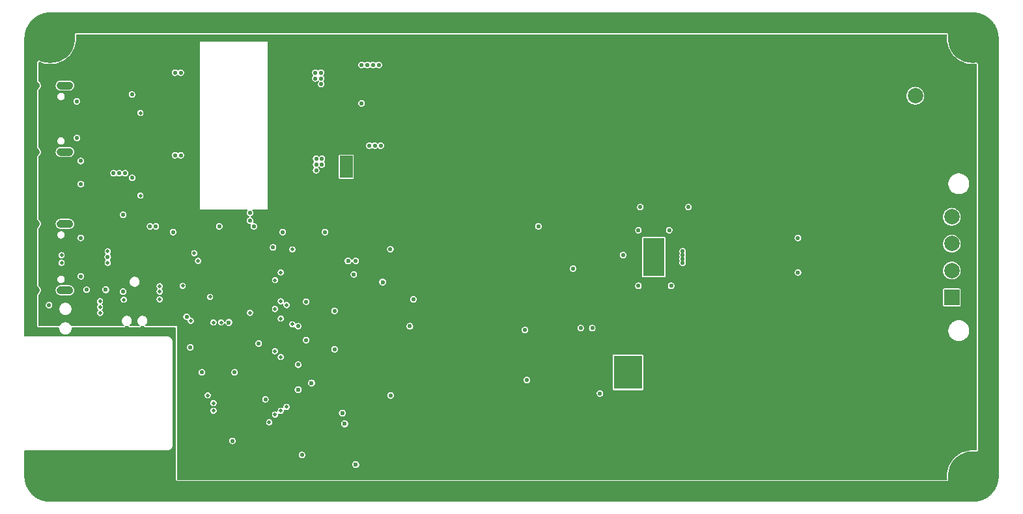
<source format=gbr>
%FSLAX46Y46*%
%MOMM*%
%AMPS16*
21,1,0.500000,1.300000,0.000000,0.000000,180.000000*
%
%ADD16PS16*%
%AMPS13*
1,1,2.000000,0.000000,0.000000*
%
%ADD13PS13*%
%AMPS12*
1,1,2.700000,0.000000,0.000000*
%
%ADD12PS12*%
%AMPS19*
1,1,2.000000,0.000000,0.000000*
%
%ADD19PS19*%
%AMPS10*
1,1,6.450000,0.000000,0.000000*
%
%ADD10PS10*%
%AMPS15*
21,1,1.100000,1.000000,0.000000,0.000000,0.000000*
1,1,1.000000,0.550000,0.000000*
1,1,1.000000,-0.550000,0.000000*
%
%ADD15PS15*%
%AMPS14*
21,1,0.800000,1.000000,0.000000,0.000000,0.000000*
1,1,1.000000,0.400000,0.000000*
1,1,1.000000,-0.400000,0.000000*
%
%ADD14PS14*%
%AMPS22*
1,1,0.500000,0.000000,0.000000*
%
%ADD22PS22*%
%AMPS23*
1,1,0.550000,0.000000,0.000000*
%
%ADD23PS23*%
%AMPS21*
1,1,0.600000,0.000000,0.000000*
%
%ADD21PS21*%
%AMPS17*
4,1,4,
-2.220000,2.155000,
1.470000,2.155000,
1.470000,-2.155000,
-2.220000,-2.155000,
-2.220000,2.155000,
0*
%
%ADD17PS17*%
%AMPS18*
21,1,2.000000,2.000000,0.000000,0.000000,90.000000*
%
%ADD18PS18*%
%AMPS20*
21,1,2.740000,4.950000,0.000000,0.000000,0.000000*
%
%ADD20PS20*%
%AMPS11*
21,1,1.651000,2.845000,0.000000,0.000000,0.000000*
%
%ADD11PS11*%
G01*
%LPD*%
G36*
X123498435Y-31840000D02*
X123499664Y-31839992D01*
X123580721Y-31838996D01*
X123583171Y-31838936D01*
X123662645Y-31836010D01*
X123665099Y-31835890D01*
X123744507Y-31831011D01*
X123746954Y-31830830D01*
X123826137Y-31824011D01*
X123828579Y-31823771D01*
X123907615Y-31815006D01*
X123910051Y-31814705D01*
X123988894Y-31803997D01*
X123991322Y-31803637D01*
X124069771Y-31791014D01*
X124072189Y-31790595D01*
X124150386Y-31776036D01*
X124152793Y-31775557D01*
X124230629Y-31759079D01*
X124233023Y-31758541D01*
X124310336Y-31740181D01*
X124312718Y-31739584D01*
X124389633Y-31719311D01*
X124391998Y-31718657D01*
X124468373Y-31696509D01*
X124470722Y-31695797D01*
X124546524Y-31671783D01*
X124548854Y-31671013D01*
X124624018Y-31645155D01*
X124626329Y-31644328D01*
X124700924Y-31616600D01*
X124703213Y-31615717D01*
X124776998Y-31586210D01*
X124779266Y-31585271D01*
X124852389Y-31553926D01*
X124854633Y-31552931D01*
X124926909Y-31519826D01*
X124929128Y-31518776D01*
X125000589Y-31483898D01*
X125002781Y-31482795D01*
X125073378Y-31446167D01*
X125075543Y-31445010D01*
X125145212Y-31406664D01*
X125147347Y-31405454D01*
X125216019Y-31365431D01*
X125218124Y-31364169D01*
X125285844Y-31322441D01*
X125287918Y-31321128D01*
X125354577Y-31277761D01*
X125356617Y-31276398D01*
X125422167Y-31231426D01*
X125424173Y-31230013D01*
X125488648Y-31183411D01*
X125490620Y-31181949D01*
X125553857Y-31133835D01*
X125555792Y-31132325D01*
X125617924Y-31082598D01*
X125619822Y-31081040D01*
X125680661Y-31029848D01*
X125682518Y-31028246D01*
X125742056Y-30975601D01*
X125743876Y-30973952D01*
X125802188Y-30919782D01*
X125803964Y-30918091D01*
X125860849Y-30862586D01*
X125862586Y-30860849D01*
X125918091Y-30803964D01*
X125919782Y-30802188D01*
X125973952Y-30743876D01*
X125975601Y-30742056D01*
X126028246Y-30682518D01*
X126029848Y-30680661D01*
X126081040Y-30619822D01*
X126082598Y-30617924D01*
X126132325Y-30555792D01*
X126133835Y-30553857D01*
X126181949Y-30490620D01*
X126183411Y-30488648D01*
X126230013Y-30424173D01*
X126231426Y-30422167D01*
X126276398Y-30356617D01*
X126277761Y-30354577D01*
X126321128Y-30287918D01*
X126322441Y-30285844D01*
X126364169Y-30218124D01*
X126365431Y-30216019D01*
X126405454Y-30147347D01*
X126406664Y-30145212D01*
X126445010Y-30075543D01*
X126446167Y-30073378D01*
X126482795Y-30002781D01*
X126483898Y-30000589D01*
X126518776Y-29929128D01*
X126519826Y-29926909D01*
X126552931Y-29854633D01*
X126553926Y-29852389D01*
X126585271Y-29779266D01*
X126586210Y-29776998D01*
X126615717Y-29703213D01*
X126616600Y-29700924D01*
X126644328Y-29626329D01*
X126645155Y-29624018D01*
X126671013Y-29548854D01*
X126671783Y-29546524D01*
X126695797Y-29470722D01*
X126696509Y-29468373D01*
X126718657Y-29391998D01*
X126719311Y-29389633D01*
X126739584Y-29312718D01*
X126740181Y-29310336D01*
X126758541Y-29233023D01*
X126759079Y-29230629D01*
X126775557Y-29152793D01*
X126776036Y-29150386D01*
X126790595Y-29072189D01*
X126791014Y-29069771D01*
X126803637Y-28991322D01*
X126803997Y-28988894D01*
X126814705Y-28910051D01*
X126815006Y-28907615D01*
X126823771Y-28828579D01*
X126824011Y-28826137D01*
X126830830Y-28746954D01*
X126831011Y-28744507D01*
X126835890Y-28665099D01*
X126836010Y-28662645D01*
X126838936Y-28583171D01*
X126838996Y-28580721D01*
X126839992Y-28499664D01*
X126840000Y-28498435D01*
X126840000Y28498435D01*
X126839992Y28499664D01*
X126838996Y28580721D01*
X126838936Y28583171D01*
X126836010Y28662645D01*
X126835890Y28665099D01*
X126831011Y28744507D01*
X126830830Y28746954D01*
X126824011Y28826137D01*
X126823771Y28828579D01*
X126815006Y28907615D01*
X126814705Y28910051D01*
X126803997Y28988894D01*
X126803637Y28991322D01*
X126791014Y29069771D01*
X126790595Y29072189D01*
X126776036Y29150386D01*
X126775557Y29152793D01*
X126759079Y29230629D01*
X126758541Y29233023D01*
X126740181Y29310336D01*
X126739584Y29312718D01*
X126719311Y29389633D01*
X126718657Y29391998D01*
X126696509Y29468373D01*
X126695797Y29470722D01*
X126671783Y29546524D01*
X126671013Y29548854D01*
X126645155Y29624018D01*
X126644328Y29626329D01*
X126616600Y29700924D01*
X126615717Y29703213D01*
X126586210Y29776998D01*
X126585271Y29779266D01*
X126553926Y29852389D01*
X126552931Y29854633D01*
X126519826Y29926909D01*
X126518776Y29929128D01*
X126483898Y30000589D01*
X126482795Y30002781D01*
X126446167Y30073378D01*
X126445010Y30075543D01*
X126406664Y30145212D01*
X126405454Y30147347D01*
X126365431Y30216019D01*
X126364169Y30218124D01*
X126322441Y30285844D01*
X126321128Y30287918D01*
X126277761Y30354577D01*
X126276398Y30356617D01*
X126231426Y30422167D01*
X126230013Y30424173D01*
X126183411Y30488648D01*
X126181949Y30490620D01*
X126133835Y30553857D01*
X126132325Y30555792D01*
X126082598Y30617924D01*
X126081040Y30619822D01*
X126029848Y30680661D01*
X126028246Y30682518D01*
X125975601Y30742056D01*
X125973952Y30743876D01*
X125919782Y30802188D01*
X125918091Y30803964D01*
X125862586Y30860849D01*
X125860849Y30862586D01*
X125803964Y30918091D01*
X125802188Y30919782D01*
X125743876Y30973952D01*
X125742056Y30975601D01*
X125682518Y31028246D01*
X125680661Y31029848D01*
X125619822Y31081040D01*
X125617924Y31082598D01*
X125555792Y31132325D01*
X125553857Y31133835D01*
X125490620Y31181949D01*
X125488648Y31183411D01*
X125424173Y31230013D01*
X125422167Y31231426D01*
X125356617Y31276398D01*
X125354577Y31277761D01*
X125287918Y31321128D01*
X125285844Y31322441D01*
X125218124Y31364169D01*
X125216019Y31365431D01*
X125147347Y31405454D01*
X125145212Y31406664D01*
X125075543Y31445010D01*
X125073378Y31446167D01*
X125002781Y31482795D01*
X125000589Y31483898D01*
X124929128Y31518776D01*
X124926909Y31519826D01*
X124854633Y31552931D01*
X124852389Y31553926D01*
X124779266Y31585271D01*
X124776998Y31586210D01*
X124703213Y31615717D01*
X124700924Y31616600D01*
X124626329Y31644328D01*
X124624018Y31645155D01*
X124548854Y31671013D01*
X124546524Y31671783D01*
X124470722Y31695797D01*
X124468373Y31696509D01*
X124391998Y31718657D01*
X124389633Y31719311D01*
X124312718Y31739584D01*
X124310336Y31740181D01*
X124233023Y31758541D01*
X124230629Y31759079D01*
X124152793Y31775557D01*
X124150386Y31776036D01*
X124072189Y31790595D01*
X124069771Y31791014D01*
X123991322Y31803637D01*
X123988894Y31803997D01*
X123910051Y31814705D01*
X123907615Y31815006D01*
X123828579Y31823771D01*
X123826137Y31824011D01*
X123746954Y31830830D01*
X123744507Y31831011D01*
X123665099Y31835890D01*
X123662645Y31836010D01*
X123583171Y31838936D01*
X123580721Y31838996D01*
X123499664Y31839992D01*
X123498435Y31840000D01*
X3501564Y31840000D01*
X3500335Y31839992D01*
X3419277Y31838996D01*
X3416827Y31838936D01*
X3337353Y31836010D01*
X3334899Y31835890D01*
X3255491Y31831011D01*
X3253044Y31830830D01*
X3173861Y31824011D01*
X3171419Y31823771D01*
X3092383Y31815006D01*
X3089947Y31814705D01*
X3011104Y31803997D01*
X3008676Y31803637D01*
X2930227Y31791014D01*
X2927809Y31790595D01*
X2849612Y31776036D01*
X2847205Y31775557D01*
X2769369Y31759079D01*
X2766975Y31758541D01*
X2689662Y31740181D01*
X2687280Y31739584D01*
X2610365Y31719311D01*
X2608000Y31718657D01*
X2531625Y31696509D01*
X2529276Y31695797D01*
X2453462Y31671779D01*
X2451133Y31671009D01*
X2375993Y31645160D01*
X2373681Y31644333D01*
X2299089Y31616606D01*
X2296799Y31615722D01*
X2222968Y31586196D01*
X2220700Y31585257D01*
X2147614Y31553927D01*
X2145372Y31552933D01*
X2073102Y31519832D01*
X2070882Y31518782D01*
X1999392Y31483889D01*
X1997201Y31482787D01*
X1926637Y31446177D01*
X1924472Y31445019D01*
X1854793Y31406668D01*
X1852656Y31405458D01*
X1783966Y31365423D01*
X1781863Y31364162D01*
X1714160Y31322446D01*
X1712084Y31321132D01*
X1645420Y31277761D01*
X1643381Y31276398D01*
X1577831Y31231426D01*
X1575825Y31230013D01*
X1511350Y31183411D01*
X1509378Y31181949D01*
X1446141Y31133835D01*
X1444206Y31132325D01*
X1382074Y31082598D01*
X1380176Y31081040D01*
X1319356Y31029864D01*
X1317498Y31028261D01*
X1257906Y30975567D01*
X1256088Y30973920D01*
X1197829Y30919801D01*
X1196052Y30918108D01*
X1139149Y30862585D01*
X1137412Y30860849D01*
X1081907Y30803964D01*
X1080216Y30802188D01*
X1026046Y30743876D01*
X1024397Y30742056D01*
X971752Y30682518D01*
X970149Y30680660D01*
X918946Y30619807D01*
X917389Y30617910D01*
X867686Y30555808D01*
X866177Y30553874D01*
X818039Y30490606D01*
X816577Y30488634D01*
X769995Y30424188D01*
X768581Y30422181D01*
X723595Y30356610D01*
X722231Y30354569D01*
X678876Y30287927D01*
X677563Y30285854D01*
X635829Y30218124D01*
X634568Y30216019D01*
X594545Y30147347D01*
X593335Y30145212D01*
X554989Y30075543D01*
X553832Y30073378D01*
X517204Y30002781D01*
X516101Y30000589D01*
X481223Y29929128D01*
X480174Y29926910D01*
X447062Y29854620D01*
X446066Y29852374D01*
X414736Y29779284D01*
X413798Y29777019D01*
X384277Y29703203D01*
X383393Y29700911D01*
X355668Y29626322D01*
X354841Y29624011D01*
X328990Y29548865D01*
X328220Y29546536D01*
X304202Y29470722D01*
X303490Y29468373D01*
X281342Y29391998D01*
X280688Y29389633D01*
X260415Y29312718D01*
X259818Y29310336D01*
X241458Y29233023D01*
X240920Y29230629D01*
X224442Y29152793D01*
X223963Y29150386D01*
X209404Y29072189D01*
X208985Y29069771D01*
X196362Y28991322D01*
X196002Y28988894D01*
X185294Y28910051D01*
X184993Y28907615D01*
X176228Y28828579D01*
X175988Y28826137D01*
X169169Y28746954D01*
X168988Y28744507D01*
X164109Y28665099D01*
X163989Y28662645D01*
X161063Y28583171D01*
X161003Y28580720D01*
X160008Y28499668D01*
X160000Y28498440D01*
X160000Y-10240000D01*
X167920Y-10279004D01*
X190425Y-10311829D01*
X223952Y-10333277D01*
X260000Y-10340000D01*
X18749737Y-10340000D01*
X18752159Y-10340014D01*
X18763641Y-10340155D01*
X18768799Y-10340281D01*
X18779792Y-10340687D01*
X18784951Y-10340941D01*
X18795944Y-10341616D01*
X18801167Y-10342000D01*
X18812142Y-10342946D01*
X18817263Y-10343450D01*
X18828242Y-10344668D01*
X18833283Y-10345290D01*
X18844268Y-10346781D01*
X18849451Y-10347550D01*
X18860268Y-10349291D01*
X18865389Y-10350180D01*
X18876227Y-10352197D01*
X18881236Y-10353193D01*
X18892104Y-10355494D01*
X18897138Y-10356625D01*
X18907848Y-10359168D01*
X18912837Y-10360417D01*
X18923542Y-10363238D01*
X18928508Y-10364613D01*
X18939127Y-10367693D01*
X18944093Y-10369199D01*
X18954508Y-10372499D01*
X18959484Y-10374143D01*
X18969928Y-10377736D01*
X18974814Y-10379483D01*
X18985099Y-10383307D01*
X18989934Y-10385172D01*
X19000186Y-10389273D01*
X19004928Y-10391237D01*
X19015112Y-10395603D01*
X19019768Y-10397666D01*
X19029841Y-10402280D01*
X19034508Y-10404487D01*
X19044474Y-10409350D01*
X19048998Y-10411628D01*
X19058896Y-10416764D01*
X19063329Y-10419133D01*
X19073046Y-10424481D01*
X19077582Y-10427050D01*
X19087075Y-10432583D01*
X19091515Y-10435245D01*
X19100942Y-10441054D01*
X19105246Y-10443779D01*
X19114525Y-10449816D01*
X19118750Y-10452639D01*
X19127929Y-10458937D01*
X19132134Y-10461897D01*
X19141129Y-10468400D01*
X19145207Y-10471424D01*
X19153996Y-10478111D01*
X19158091Y-10481306D01*
X19166654Y-10488159D01*
X19170680Y-10491464D01*
X19179107Y-10498555D01*
X19183073Y-10501976D01*
X19191277Y-10509231D01*
X19195165Y-10512754D01*
X19203234Y-10520250D01*
X19206935Y-10523774D01*
X19214798Y-10531446D01*
X19218553Y-10535201D01*
X19226225Y-10543064D01*
X19229749Y-10546765D01*
X19237245Y-10554834D01*
X19240768Y-10558722D01*
X19248023Y-10566926D01*
X19251444Y-10570892D01*
X19258535Y-10579319D01*
X19261840Y-10583345D01*
X19268693Y-10591908D01*
X19271888Y-10596003D01*
X19278575Y-10604792D01*
X19281599Y-10608870D01*
X19288102Y-10617865D01*
X19291062Y-10622070D01*
X19297360Y-10631249D01*
X19300183Y-10635474D01*
X19306220Y-10644753D01*
X19308945Y-10649057D01*
X19314754Y-10658484D01*
X19317416Y-10662924D01*
X19322949Y-10672417D01*
X19325518Y-10676953D01*
X19330866Y-10686670D01*
X19333235Y-10691103D01*
X19338371Y-10701001D01*
X19340649Y-10705525D01*
X19345512Y-10715491D01*
X19347719Y-10720158D01*
X19352333Y-10730231D01*
X19354396Y-10734887D01*
X19358762Y-10745071D01*
X19360726Y-10749813D01*
X19364827Y-10760065D01*
X19366692Y-10764900D01*
X19370516Y-10775185D01*
X19372263Y-10780071D01*
X19375856Y-10790515D01*
X19377500Y-10795491D01*
X19380800Y-10805906D01*
X19382306Y-10810872D01*
X19385386Y-10821491D01*
X19386761Y-10826457D01*
X19389582Y-10837162D01*
X19390831Y-10842151D01*
X19393374Y-10852861D01*
X19394505Y-10857895D01*
X19396806Y-10868763D01*
X19397802Y-10873772D01*
X19399819Y-10884610D01*
X19400708Y-10889731D01*
X19402449Y-10900548D01*
X19403218Y-10905731D01*
X19404709Y-10916716D01*
X19405331Y-10921757D01*
X19406549Y-10932736D01*
X19407053Y-10937857D01*
X19407999Y-10948832D01*
X19408383Y-10954055D01*
X19409058Y-10965048D01*
X19409312Y-10970207D01*
X19409718Y-10981212D01*
X19409845Y-10986395D01*
X19409983Y-10997665D01*
X19410000Y-11000305D01*
X19410000Y-24499695D01*
X19409984Y-24502333D01*
X19409845Y-24513605D01*
X19409718Y-24518787D01*
X19409312Y-24529792D01*
X19409058Y-24534951D01*
X19408383Y-24545944D01*
X19407999Y-24551167D01*
X19407053Y-24562142D01*
X19406549Y-24567263D01*
X19405331Y-24578242D01*
X19404709Y-24583283D01*
X19403218Y-24594268D01*
X19402449Y-24599451D01*
X19400708Y-24610268D01*
X19399819Y-24615389D01*
X19397802Y-24626227D01*
X19396806Y-24631236D01*
X19394505Y-24642104D01*
X19393374Y-24647138D01*
X19390831Y-24657848D01*
X19389582Y-24662837D01*
X19386761Y-24673542D01*
X19385386Y-24678508D01*
X19382306Y-24689127D01*
X19380800Y-24694093D01*
X19377500Y-24704508D01*
X19375856Y-24709484D01*
X19372263Y-24719928D01*
X19370516Y-24724814D01*
X19366692Y-24735099D01*
X19364827Y-24739934D01*
X19360726Y-24750186D01*
X19358762Y-24754928D01*
X19354396Y-24765112D01*
X19352333Y-24769768D01*
X19347719Y-24779841D01*
X19345512Y-24784508D01*
X19340649Y-24794474D01*
X19338371Y-24798998D01*
X19333235Y-24808896D01*
X19330866Y-24813329D01*
X19325518Y-24823046D01*
X19322949Y-24827582D01*
X19317416Y-24837075D01*
X19314754Y-24841515D01*
X19308945Y-24850942D01*
X19306220Y-24855246D01*
X19300183Y-24864525D01*
X19297360Y-24868750D01*
X19291062Y-24877929D01*
X19288102Y-24882134D01*
X19281599Y-24891129D01*
X19278575Y-24895207D01*
X19271888Y-24903996D01*
X19268693Y-24908091D01*
X19261840Y-24916654D01*
X19258535Y-24920680D01*
X19251444Y-24929107D01*
X19248023Y-24933073D01*
X19240768Y-24941277D01*
X19237245Y-24945165D01*
X19229749Y-24953234D01*
X19226225Y-24956935D01*
X19218553Y-24964798D01*
X19214798Y-24968553D01*
X19206935Y-24976225D01*
X19203234Y-24979749D01*
X19195165Y-24987245D01*
X19191277Y-24990768D01*
X19183073Y-24998023D01*
X19179107Y-25001444D01*
X19170680Y-25008535D01*
X19166654Y-25011840D01*
X19158091Y-25018693D01*
X19153996Y-25021888D01*
X19145207Y-25028575D01*
X19141129Y-25031599D01*
X19132134Y-25038102D01*
X19127929Y-25041062D01*
X19118750Y-25047360D01*
X19114525Y-25050183D01*
X19105246Y-25056220D01*
X19100942Y-25058945D01*
X19091515Y-25064754D01*
X19087075Y-25067416D01*
X19077582Y-25072949D01*
X19073046Y-25075518D01*
X19063329Y-25080866D01*
X19058896Y-25083235D01*
X19048998Y-25088371D01*
X19044474Y-25090649D01*
X19034508Y-25095512D01*
X19029841Y-25097719D01*
X19019768Y-25102333D01*
X19015112Y-25104396D01*
X19004928Y-25108762D01*
X19000186Y-25110726D01*
X18989934Y-25114827D01*
X18985099Y-25116692D01*
X18974814Y-25120516D01*
X18969928Y-25122263D01*
X18959484Y-25125856D01*
X18954508Y-25127500D01*
X18944093Y-25130800D01*
X18939127Y-25132306D01*
X18928508Y-25135386D01*
X18923542Y-25136761D01*
X18912837Y-25139582D01*
X18907848Y-25140831D01*
X18897138Y-25143374D01*
X18892104Y-25144505D01*
X18881236Y-25146806D01*
X18876227Y-25147802D01*
X18865389Y-25149819D01*
X18860268Y-25150708D01*
X18849451Y-25152449D01*
X18844268Y-25153218D01*
X18833283Y-25154709D01*
X18828242Y-25155331D01*
X18817263Y-25156549D01*
X18812142Y-25157053D01*
X18801167Y-25157999D01*
X18795944Y-25158383D01*
X18784951Y-25159058D01*
X18779792Y-25159312D01*
X18768787Y-25159718D01*
X18763605Y-25159845D01*
X18752333Y-25159984D01*
X18749695Y-25160000D01*
X260000Y-25160000D01*
X220996Y-25167920D01*
X188171Y-25190425D01*
X166723Y-25223952D01*
X160000Y-25260000D01*
X160000Y-28498440D01*
X160008Y-28499668D01*
X161003Y-28580720D01*
X161063Y-28583171D01*
X163989Y-28662645D01*
X164109Y-28665099D01*
X168988Y-28744507D01*
X169169Y-28746954D01*
X175988Y-28826137D01*
X176228Y-28828579D01*
X184993Y-28907615D01*
X185294Y-28910051D01*
X196002Y-28988894D01*
X196362Y-28991322D01*
X208985Y-29069771D01*
X209404Y-29072189D01*
X223963Y-29150386D01*
X224442Y-29152793D01*
X240920Y-29230629D01*
X241458Y-29233023D01*
X259818Y-29310336D01*
X260415Y-29312718D01*
X280688Y-29389633D01*
X281342Y-29391998D01*
X303490Y-29468373D01*
X304202Y-29470722D01*
X328220Y-29546536D01*
X328990Y-29548865D01*
X354841Y-29624011D01*
X355668Y-29626322D01*
X383393Y-29700911D01*
X384277Y-29703203D01*
X413798Y-29777019D01*
X414736Y-29779284D01*
X446066Y-29852374D01*
X447062Y-29854620D01*
X480174Y-29926910D01*
X481223Y-29929128D01*
X516101Y-30000589D01*
X517204Y-30002781D01*
X553832Y-30073378D01*
X554989Y-30075543D01*
X593335Y-30145212D01*
X594545Y-30147347D01*
X634568Y-30216019D01*
X635829Y-30218124D01*
X677563Y-30285854D01*
X678876Y-30287927D01*
X722231Y-30354569D01*
X723595Y-30356610D01*
X768581Y-30422181D01*
X769995Y-30424188D01*
X816577Y-30488634D01*
X818039Y-30490606D01*
X866177Y-30553874D01*
X867686Y-30555808D01*
X917389Y-30617910D01*
X918946Y-30619807D01*
X970149Y-30680660D01*
X971752Y-30682518D01*
X1024397Y-30742056D01*
X1026046Y-30743876D01*
X1080216Y-30802188D01*
X1081907Y-30803964D01*
X1137412Y-30860849D01*
X1139149Y-30862585D01*
X1196052Y-30918108D01*
X1197829Y-30919801D01*
X1256088Y-30973920D01*
X1257906Y-30975567D01*
X1317498Y-31028261D01*
X1319356Y-31029864D01*
X1380176Y-31081040D01*
X1382074Y-31082598D01*
X1444206Y-31132325D01*
X1446141Y-31133835D01*
X1509378Y-31181949D01*
X1511350Y-31183411D01*
X1575825Y-31230013D01*
X1577831Y-31231426D01*
X1643381Y-31276398D01*
X1645420Y-31277761D01*
X1712084Y-31321132D01*
X1714160Y-31322446D01*
X1781863Y-31364162D01*
X1783966Y-31365423D01*
X1852656Y-31405458D01*
X1854793Y-31406668D01*
X1924472Y-31445019D01*
X1926637Y-31446177D01*
X1997201Y-31482787D01*
X1999392Y-31483889D01*
X2070882Y-31518782D01*
X2073102Y-31519832D01*
X2145372Y-31552933D01*
X2147614Y-31553927D01*
X2220700Y-31585257D01*
X2222968Y-31586196D01*
X2296799Y-31615722D01*
X2299089Y-31616606D01*
X2373681Y-31644333D01*
X2375993Y-31645160D01*
X2451133Y-31671009D01*
X2453462Y-31671779D01*
X2529276Y-31695797D01*
X2531625Y-31696509D01*
X2608000Y-31718657D01*
X2610365Y-31719311D01*
X2687280Y-31739584D01*
X2689662Y-31740181D01*
X2766975Y-31758541D01*
X2769369Y-31759079D01*
X2847205Y-31775557D01*
X2849612Y-31776036D01*
X2927809Y-31790595D01*
X2930227Y-31791014D01*
X3008676Y-31803637D01*
X3011104Y-31803997D01*
X3089947Y-31814705D01*
X3092383Y-31815006D01*
X3171419Y-31823771D01*
X3173861Y-31824011D01*
X3253044Y-31830830D01*
X3255491Y-31831011D01*
X3334899Y-31835890D01*
X3337353Y-31836010D01*
X3416827Y-31838936D01*
X3419277Y-31838996D01*
X3500335Y-31839992D01*
X3501564Y-31840000D01*
X123498435Y-31840000D01*
D02*
G37*
%LPC*%
G36*
X120040169Y-29155000D02*
X20104608Y-29155000D01*
X20067052Y-29151528D01*
X20038838Y-29146266D01*
X20018330Y-29140998D01*
X19975143Y-29120466D01*
X19950052Y-29104415D01*
X19930532Y-29089756D01*
X19899040Y-29054305D01*
X19882200Y-29029743D01*
X19869943Y-29008630D01*
X19854772Y-28963704D01*
X19849098Y-28935759D01*
X19845000Y-28894985D01*
X19845000Y-9255000D01*
X19837080Y-9215996D01*
X19814575Y-9183171D01*
X19781048Y-9161723D01*
X19745000Y-9155000D01*
X15958291Y-9155000D01*
X15907619Y-9148632D01*
X15870559Y-9139166D01*
X15838119Y-9127327D01*
X15799377Y-9102213D01*
X15776614Y-9083022D01*
X15759178Y-9065929D01*
X15732597Y-9026655D01*
X15719122Y-9000106D01*
X15716342Y-8993432D01*
X15694034Y-8960472D01*
X15660638Y-8938823D01*
X15609357Y-8932963D01*
X15589710Y-8935877D01*
X15569698Y-8937849D01*
X15526071Y-8939993D01*
X15505929Y-8939993D01*
X15462302Y-8937849D01*
X15442286Y-8935877D01*
X15422499Y-8932942D01*
X15382756Y-8935054D01*
X15346984Y-8952500D01*
X15317515Y-8988923D01*
X15300430Y-9024860D01*
X15284380Y-9049948D01*
X15269721Y-9069468D01*
X15234270Y-9100960D01*
X15209708Y-9117800D01*
X15188595Y-9130057D01*
X15143669Y-9145228D01*
X15115724Y-9150902D01*
X15074950Y-9155000D01*
X13926291Y-9155000D01*
X13875619Y-9148632D01*
X13838559Y-9139166D01*
X13806119Y-9127327D01*
X13767377Y-9102213D01*
X13744614Y-9083022D01*
X13727178Y-9065929D01*
X13700597Y-9026655D01*
X13687122Y-9000106D01*
X13684342Y-8993432D01*
X13662034Y-8960472D01*
X13628638Y-8938823D01*
X13577357Y-8932963D01*
X13557710Y-8935877D01*
X13537698Y-8937849D01*
X13494071Y-8939993D01*
X13473929Y-8939993D01*
X13430302Y-8937849D01*
X13410286Y-8935877D01*
X13390499Y-8932942D01*
X13350756Y-8935054D01*
X13314984Y-8952500D01*
X13285515Y-8988923D01*
X13268430Y-9024860D01*
X13252380Y-9049948D01*
X13237721Y-9069468D01*
X13202270Y-9100960D01*
X13177708Y-9117800D01*
X13156595Y-9130057D01*
X13111669Y-9145228D01*
X13083724Y-9150902D01*
X13042950Y-9155000D01*
X6389571Y-9155000D01*
X6350567Y-9162920D01*
X6317742Y-9185425D01*
X6296294Y-9218952D01*
X6290081Y-9257486D01*
X6289693Y-9257486D01*
X6289693Y-9259890D01*
X6289691Y-9259902D01*
X6289693Y-9259943D01*
X6289693Y-9280049D01*
X6286875Y-9337411D01*
X6284906Y-9357398D01*
X6276479Y-9414206D01*
X6272556Y-9433927D01*
X6258613Y-9489593D01*
X6252765Y-9508872D01*
X6233428Y-9562912D01*
X6225732Y-9581493D01*
X6201195Y-9633374D01*
X6191701Y-9651135D01*
X6162196Y-9700361D01*
X6151013Y-9717099D01*
X6116814Y-9763209D01*
X6104065Y-9778744D01*
X6065514Y-9821278D01*
X6051278Y-9835514D01*
X6008744Y-9874065D01*
X5993209Y-9886814D01*
X5947099Y-9921013D01*
X5930361Y-9932196D01*
X5881135Y-9961701D01*
X5863374Y-9971195D01*
X5811493Y-9995732D01*
X5792912Y-10003428D01*
X5738872Y-10022765D01*
X5719593Y-10028613D01*
X5663927Y-10042556D01*
X5644206Y-10046479D01*
X5587398Y-10054906D01*
X5567411Y-10056875D01*
X5510049Y-10059693D01*
X5489951Y-10059693D01*
X5432589Y-10056875D01*
X5412602Y-10054906D01*
X5355794Y-10046479D01*
X5336073Y-10042556D01*
X5280407Y-10028613D01*
X5261128Y-10022765D01*
X5207088Y-10003428D01*
X5188507Y-9995732D01*
X5136626Y-9971195D01*
X5118865Y-9961701D01*
X5069639Y-9932196D01*
X5052901Y-9921013D01*
X5006791Y-9886814D01*
X4991256Y-9874065D01*
X4948722Y-9835514D01*
X4934486Y-9821278D01*
X4895935Y-9778744D01*
X4883186Y-9763209D01*
X4848987Y-9717099D01*
X4837804Y-9700361D01*
X4808299Y-9651135D01*
X4798805Y-9633374D01*
X4774268Y-9581493D01*
X4766572Y-9562912D01*
X4747235Y-9508872D01*
X4741387Y-9489593D01*
X4727444Y-9433927D01*
X4723521Y-9414206D01*
X4715094Y-9357398D01*
X4713125Y-9337411D01*
X4710307Y-9280049D01*
X4710307Y-9259943D01*
X4710309Y-9259902D01*
X4710307Y-9259889D01*
X4710307Y-9257486D01*
X4709941Y-9257486D01*
X4704310Y-9220557D01*
X4683441Y-9186668D01*
X4651006Y-9163603D01*
X4610429Y-9155000D01*
X2104608Y-9155000D01*
X2067052Y-9151528D01*
X2038838Y-9146266D01*
X2018330Y-9140998D01*
X1975143Y-9120466D01*
X1950052Y-9104415D01*
X1930532Y-9089756D01*
X1899040Y-9054305D01*
X1882200Y-9029743D01*
X1869943Y-9008630D01*
X1854772Y-8963704D01*
X1849098Y-8935759D01*
X1845000Y-8894985D01*
X1845000Y-4932805D01*
X1852206Y-4878952D01*
X1862860Y-4839860D01*
X1876667Y-4804673D01*
X1902775Y-4767091D01*
X1921843Y-4745889D01*
X1952684Y-4717828D01*
X1963770Y-4709178D01*
X1965701Y-4707633D01*
X1968615Y-4705241D01*
X1970483Y-4703669D01*
X1982475Y-4693325D01*
X1984325Y-4691689D01*
X1987130Y-4689146D01*
X1988916Y-4687486D01*
X2000403Y-4676550D01*
X2002162Y-4674835D01*
X2004835Y-4672162D01*
X2006550Y-4670403D01*
X2017486Y-4658916D01*
X2019143Y-4657133D01*
X2021669Y-4654347D01*
X2023306Y-4652496D01*
X2033667Y-4640485D01*
X2035240Y-4638616D01*
X2037637Y-4635696D01*
X2039181Y-4633767D01*
X2048918Y-4621289D01*
X2050401Y-4619341D01*
X2052675Y-4616275D01*
X2054116Y-4614280D01*
X2063220Y-4601352D01*
X2064600Y-4599341D01*
X2066736Y-4596145D01*
X2068078Y-4594083D01*
X2076513Y-4580764D01*
X2077800Y-4578676D01*
X2079798Y-4575343D01*
X2081038Y-4573214D01*
X2088804Y-4559504D01*
X2089987Y-4557354D01*
X2091793Y-4553975D01*
X2092922Y-4551800D01*
X2100023Y-4537693D01*
X2101105Y-4535476D01*
X2102749Y-4531999D01*
X2103766Y-4529778D01*
X2110180Y-4515308D01*
X2111140Y-4513068D01*
X2112595Y-4509557D01*
X2113512Y-4507265D01*
X2119208Y-4492500D01*
X2120064Y-4490199D01*
X2121330Y-4486661D01*
X2122129Y-4484339D01*
X2127101Y-4469289D01*
X2127846Y-4466936D01*
X2128953Y-4463285D01*
X2129632Y-4460943D01*
X2133861Y-4445663D01*
X2134489Y-4443280D01*
X2135397Y-4439654D01*
X2135962Y-4437273D01*
X2139437Y-4421798D01*
X2139947Y-4419392D01*
X2140680Y-4415706D01*
X2141128Y-4413298D01*
X2143850Y-4397611D01*
X2144241Y-4395181D01*
X2144793Y-4391458D01*
X2145122Y-4389035D01*
X2147060Y-4373325D01*
X2147330Y-4370887D01*
X2147698Y-4367152D01*
X2147909Y-4364702D01*
X2149080Y-4348824D01*
X2149230Y-4346390D01*
X2149413Y-4342676D01*
X2149504Y-4340208D01*
X2149893Y-4324357D01*
X2149923Y-4321904D01*
X2149923Y-4318108D01*
X2149893Y-4315656D01*
X2149504Y-4299793D01*
X2149413Y-4297324D01*
X2149230Y-4293610D01*
X2149080Y-4291176D01*
X2147909Y-4275298D01*
X2147698Y-4272848D01*
X2147330Y-4269113D01*
X2147060Y-4266675D01*
X2145122Y-4250965D01*
X2144793Y-4248542D01*
X2144241Y-4244819D01*
X2143850Y-4242389D01*
X2141128Y-4226702D01*
X2140680Y-4224294D01*
X2139947Y-4220608D01*
X2139437Y-4218202D01*
X2135962Y-4202727D01*
X2135397Y-4200346D01*
X2134489Y-4196720D01*
X2133861Y-4194337D01*
X2129632Y-4179057D01*
X2128953Y-4176715D01*
X2127846Y-4173064D01*
X2127101Y-4170711D01*
X2122129Y-4155661D01*
X2121330Y-4153339D01*
X2120064Y-4149801D01*
X2119208Y-4147500D01*
X2113512Y-4132735D01*
X2112595Y-4130443D01*
X2111140Y-4126932D01*
X2110180Y-4124693D01*
X2103770Y-4110232D01*
X2102755Y-4108015D01*
X2101107Y-4104529D01*
X2100023Y-4102307D01*
X2092922Y-4088200D01*
X2091793Y-4086025D01*
X2089987Y-4082646D01*
X2088804Y-4080496D01*
X2081038Y-4066786D01*
X2079795Y-4064654D01*
X2077792Y-4061313D01*
X2076509Y-4059230D01*
X2068080Y-4045920D01*
X2066745Y-4043868D01*
X2064621Y-4040689D01*
X2063232Y-4038665D01*
X2054115Y-4025719D01*
X2052675Y-4023725D01*
X2050401Y-4020659D01*
X2048918Y-4018711D01*
X2039181Y-4006233D01*
X2037637Y-4004304D01*
X2035240Y-4001384D01*
X2033669Y-3999517D01*
X2023325Y-3987525D01*
X2021689Y-3985675D01*
X2019146Y-3982870D01*
X2017486Y-3981084D01*
X2006550Y-3969597D01*
X2004835Y-3967838D01*
X2002162Y-3965165D01*
X2000403Y-3963450D01*
X1988916Y-3952514D01*
X1987130Y-3950854D01*
X1984325Y-3948311D01*
X1982475Y-3946675D01*
X1970483Y-3936331D01*
X1968615Y-3934759D01*
X1965701Y-3932367D01*
X1963770Y-3930822D01*
X1954099Y-3923276D01*
X1914518Y-3884811D01*
X1889454Y-3852962D01*
X1869410Y-3820912D01*
X1854772Y-3777563D01*
X1849098Y-3749618D01*
X1845000Y-3708844D01*
X1845000Y3707195D01*
X1852206Y3761048D01*
X1862860Y3800140D01*
X1876667Y3835327D01*
X1902775Y3872909D01*
X1921843Y3894111D01*
X1952684Y3922172D01*
X1963770Y3930822D01*
X1965701Y3932367D01*
X1968615Y3934759D01*
X1970483Y3936331D01*
X1982475Y3946675D01*
X1984325Y3948311D01*
X1987130Y3950854D01*
X1988916Y3952514D01*
X2000403Y3963450D01*
X2002162Y3965165D01*
X2004835Y3967838D01*
X2006550Y3969597D01*
X2017486Y3981084D01*
X2019146Y3982870D01*
X2021689Y3985675D01*
X2023325Y3987525D01*
X2033669Y3999517D01*
X2035240Y4001384D01*
X2037637Y4004304D01*
X2039181Y4006233D01*
X2048918Y4018711D01*
X2050401Y4020659D01*
X2052675Y4023725D01*
X2054115Y4025719D01*
X2063232Y4038665D01*
X2064621Y4040689D01*
X2066745Y4043868D01*
X2068080Y4045920D01*
X2076509Y4059230D01*
X2077792Y4061313D01*
X2079795Y4064654D01*
X2081038Y4066786D01*
X2088804Y4080496D01*
X2089987Y4082646D01*
X2091793Y4086025D01*
X2092922Y4088200D01*
X2100023Y4102307D01*
X2101105Y4104524D01*
X2102749Y4108001D01*
X2103766Y4110222D01*
X2110180Y4124692D01*
X2111140Y4126932D01*
X2112595Y4130443D01*
X2113512Y4132735D01*
X2119208Y4147500D01*
X2120064Y4149801D01*
X2121330Y4153339D01*
X2122129Y4155661D01*
X2127101Y4170711D01*
X2127846Y4173064D01*
X2128953Y4176715D01*
X2129632Y4179059D01*
X2133859Y4194333D01*
X2134484Y4196701D01*
X2135399Y4200353D01*
X2135968Y4202750D01*
X2139433Y4218183D01*
X2139938Y4220570D01*
X2140676Y4224278D01*
X2141128Y4226702D01*
X2143850Y4242389D01*
X2144241Y4244819D01*
X2144793Y4248542D01*
X2145122Y4250965D01*
X2147060Y4266675D01*
X2147330Y4269113D01*
X2147698Y4272848D01*
X2147909Y4275298D01*
X2149080Y4291176D01*
X2149230Y4293610D01*
X2149413Y4297324D01*
X2149504Y4299792D01*
X2149893Y4315643D01*
X2149923Y4318096D01*
X2149923Y4321904D01*
X2149893Y4324357D01*
X2149504Y4340208D01*
X2149413Y4342676D01*
X2149230Y4346390D01*
X2149080Y4348824D01*
X2147909Y4364702D01*
X2147698Y4367152D01*
X2147330Y4370887D01*
X2147060Y4373325D01*
X2145122Y4389035D01*
X2144793Y4391458D01*
X2144241Y4395181D01*
X2143850Y4397611D01*
X2141128Y4413298D01*
X2140680Y4415706D01*
X2139947Y4419392D01*
X2139437Y4421798D01*
X2135962Y4437273D01*
X2135397Y4439654D01*
X2134489Y4443280D01*
X2133861Y4445663D01*
X2129632Y4460943D01*
X2128953Y4463285D01*
X2127846Y4466936D01*
X2127101Y4469289D01*
X2122129Y4484339D01*
X2121330Y4486661D01*
X2120064Y4490199D01*
X2119208Y4492500D01*
X2113512Y4507265D01*
X2112595Y4509557D01*
X2111140Y4513068D01*
X2110180Y4515308D01*
X2103766Y4529778D01*
X2102749Y4531999D01*
X2101105Y4535476D01*
X2100023Y4537693D01*
X2092922Y4551800D01*
X2091793Y4553975D01*
X2089987Y4557354D01*
X2088804Y4559504D01*
X2081038Y4573214D01*
X2079795Y4575346D01*
X2077792Y4578687D01*
X2076509Y4580770D01*
X2068080Y4594080D01*
X2066745Y4596132D01*
X2064621Y4599311D01*
X2063232Y4601335D01*
X2054115Y4614281D01*
X2052675Y4616275D01*
X2050401Y4619341D01*
X2048918Y4621289D01*
X2039181Y4633767D01*
X2037631Y4635703D01*
X2035236Y4638620D01*
X2033673Y4640478D01*
X2023327Y4652473D01*
X2021689Y4654325D01*
X2019146Y4657130D01*
X2017486Y4658916D01*
X2006550Y4670403D01*
X2004835Y4672162D01*
X2002162Y4674835D01*
X2000403Y4676550D01*
X1988916Y4687486D01*
X1987130Y4689146D01*
X1984325Y4691689D01*
X1982475Y4693325D01*
X1970483Y4703669D01*
X1968615Y4705241D01*
X1965701Y4707633D01*
X1963770Y4709178D01*
X1954099Y4716724D01*
X1914518Y4755189D01*
X1889454Y4787038D01*
X1869410Y4819088D01*
X1854772Y4862437D01*
X1849098Y4890382D01*
X1845000Y4931156D01*
X1845000Y13067195D01*
X1852206Y13121048D01*
X1862860Y13160140D01*
X1876667Y13195327D01*
X1902775Y13232909D01*
X1921843Y13254111D01*
X1952684Y13282172D01*
X1963770Y13290822D01*
X1965701Y13292367D01*
X1968615Y13294759D01*
X1970483Y13296331D01*
X1982475Y13306675D01*
X1984325Y13308311D01*
X1987130Y13310854D01*
X1988916Y13312514D01*
X2000403Y13323450D01*
X2002162Y13325165D01*
X2004835Y13327838D01*
X2006550Y13329597D01*
X2017486Y13341084D01*
X2019146Y13342870D01*
X2021689Y13345675D01*
X2023325Y13347525D01*
X2033669Y13359517D01*
X2035240Y13361384D01*
X2037637Y13364304D01*
X2039181Y13366233D01*
X2048918Y13378711D01*
X2050401Y13380659D01*
X2052675Y13383725D01*
X2054115Y13385719D01*
X2063232Y13398665D01*
X2064621Y13400689D01*
X2066745Y13403868D01*
X2068080Y13405920D01*
X2076509Y13419230D01*
X2077792Y13421313D01*
X2079795Y13424654D01*
X2081038Y13426786D01*
X2088804Y13440496D01*
X2089987Y13442646D01*
X2091793Y13446025D01*
X2092922Y13448200D01*
X2100023Y13462307D01*
X2101105Y13464524D01*
X2102749Y13468001D01*
X2103766Y13470222D01*
X2110180Y13484692D01*
X2111140Y13486932D01*
X2112595Y13490443D01*
X2113512Y13492735D01*
X2119208Y13507500D01*
X2120064Y13509801D01*
X2121330Y13513339D01*
X2122129Y13515661D01*
X2127101Y13530711D01*
X2127846Y13533064D01*
X2128953Y13536715D01*
X2129632Y13539057D01*
X2133861Y13554337D01*
X2134489Y13556720D01*
X2135397Y13560346D01*
X2135962Y13562727D01*
X2139437Y13578202D01*
X2139947Y13580608D01*
X2140680Y13584294D01*
X2141128Y13586702D01*
X2143850Y13602389D01*
X2144241Y13604819D01*
X2144793Y13608542D01*
X2145122Y13610965D01*
X2147060Y13626675D01*
X2147330Y13629113D01*
X2147698Y13632848D01*
X2147909Y13635298D01*
X2149080Y13651176D01*
X2149230Y13653610D01*
X2149413Y13657324D01*
X2149504Y13659792D01*
X2149893Y13675643D01*
X2149923Y13678096D01*
X2149923Y13681904D01*
X2149893Y13684357D01*
X2149504Y13700208D01*
X2149413Y13702676D01*
X2149230Y13706390D01*
X2149080Y13708824D01*
X2147909Y13724702D01*
X2147698Y13727152D01*
X2147330Y13730887D01*
X2147060Y13733325D01*
X2145122Y13749035D01*
X2144793Y13751458D01*
X2144241Y13755181D01*
X2143850Y13757611D01*
X2141128Y13773298D01*
X2140680Y13775706D01*
X2139947Y13779392D01*
X2139437Y13781798D01*
X2135962Y13797273D01*
X2135397Y13799654D01*
X2134489Y13803280D01*
X2133861Y13805663D01*
X2129632Y13820943D01*
X2128953Y13823285D01*
X2127846Y13826936D01*
X2127101Y13829289D01*
X2122129Y13844339D01*
X2121330Y13846661D01*
X2120064Y13850199D01*
X2119208Y13852500D01*
X2113512Y13867265D01*
X2112595Y13869557D01*
X2111140Y13873068D01*
X2110180Y13875308D01*
X2103766Y13889778D01*
X2102749Y13891999D01*
X2101105Y13895476D01*
X2100023Y13897693D01*
X2092922Y13911800D01*
X2091793Y13913975D01*
X2089987Y13917354D01*
X2088804Y13919504D01*
X2081038Y13933214D01*
X2079795Y13935346D01*
X2077792Y13938687D01*
X2076509Y13940770D01*
X2068080Y13954080D01*
X2066745Y13956132D01*
X2064621Y13959311D01*
X2063232Y13961335D01*
X2054115Y13974281D01*
X2052675Y13976275D01*
X2050401Y13979341D01*
X2048918Y13981289D01*
X2039181Y13993767D01*
X2037637Y13995696D01*
X2035240Y13998616D01*
X2033669Y14000483D01*
X2023325Y14012475D01*
X2021689Y14014325D01*
X2019146Y14017130D01*
X2017486Y14018916D01*
X2006550Y14030403D01*
X2004835Y14032162D01*
X2002162Y14034835D01*
X2000403Y14036550D01*
X1988916Y14047486D01*
X1987130Y14049146D01*
X1984325Y14051689D01*
X1982475Y14053325D01*
X1970483Y14063669D01*
X1968615Y14065241D01*
X1965701Y14067633D01*
X1963770Y14069178D01*
X1954099Y14076724D01*
X1914518Y14115189D01*
X1889454Y14147038D01*
X1869410Y14179088D01*
X1854772Y14222437D01*
X1849098Y14250382D01*
X1845000Y14291156D01*
X1845000Y21707195D01*
X1852206Y21761048D01*
X1862860Y21800140D01*
X1876667Y21835327D01*
X1902775Y21872909D01*
X1921843Y21894111D01*
X1952684Y21922172D01*
X1963770Y21930822D01*
X1965701Y21932367D01*
X1968615Y21934759D01*
X1970483Y21936331D01*
X1982475Y21946675D01*
X1984325Y21948311D01*
X1987130Y21950854D01*
X1988916Y21952514D01*
X2000403Y21963450D01*
X2002162Y21965165D01*
X2004835Y21967838D01*
X2006550Y21969597D01*
X2017486Y21981084D01*
X2019146Y21982870D01*
X2021689Y21985675D01*
X2023325Y21987525D01*
X2033669Y21999517D01*
X2035240Y22001384D01*
X2037637Y22004304D01*
X2039181Y22006233D01*
X2048918Y22018711D01*
X2050401Y22020659D01*
X2052675Y22023725D01*
X2054115Y22025719D01*
X2063232Y22038665D01*
X2064621Y22040689D01*
X2066745Y22043868D01*
X2068080Y22045920D01*
X2076509Y22059230D01*
X2077792Y22061313D01*
X2079795Y22064654D01*
X2081038Y22066786D01*
X2088804Y22080496D01*
X2089987Y22082646D01*
X2091793Y22086025D01*
X2092922Y22088200D01*
X2100023Y22102307D01*
X2101105Y22104524D01*
X2102749Y22108001D01*
X2103766Y22110222D01*
X2110180Y22124692D01*
X2111140Y22126932D01*
X2112595Y22130443D01*
X2113512Y22132735D01*
X2119208Y22147500D01*
X2120064Y22149801D01*
X2121330Y22153339D01*
X2122129Y22155661D01*
X2127101Y22170711D01*
X2127846Y22173064D01*
X2128953Y22176715D01*
X2129632Y22179057D01*
X2133861Y22194337D01*
X2134489Y22196720D01*
X2135397Y22200346D01*
X2135962Y22202727D01*
X2139437Y22218202D01*
X2139947Y22220608D01*
X2140680Y22224294D01*
X2141128Y22226702D01*
X2143850Y22242389D01*
X2144241Y22244819D01*
X2144793Y22248542D01*
X2145122Y22250965D01*
X2147060Y22266675D01*
X2147330Y22269113D01*
X2147698Y22272848D01*
X2147909Y22275298D01*
X2149080Y22291176D01*
X2149230Y22293610D01*
X2149413Y22297324D01*
X2149504Y22299792D01*
X2149893Y22315643D01*
X2149923Y22318096D01*
X2149923Y22321904D01*
X2149893Y22324357D01*
X2149504Y22340208D01*
X2149413Y22342676D01*
X2149230Y22346390D01*
X2149080Y22348824D01*
X2147909Y22364702D01*
X2147698Y22367152D01*
X2147330Y22370887D01*
X2147060Y22373325D01*
X2145122Y22389035D01*
X2144793Y22391458D01*
X2144241Y22395181D01*
X2143850Y22397611D01*
X2141128Y22413298D01*
X2140680Y22415706D01*
X2139947Y22419392D01*
X2139437Y22421798D01*
X2135966Y22437255D01*
X2135404Y22439624D01*
X2134492Y22443268D01*
X2133861Y22445663D01*
X2129632Y22460943D01*
X2128953Y22463285D01*
X2127846Y22466936D01*
X2127101Y22469289D01*
X2122129Y22484339D01*
X2121330Y22486661D01*
X2120064Y22490199D01*
X2119208Y22492500D01*
X2113512Y22507265D01*
X2112595Y22509557D01*
X2111140Y22513068D01*
X2110180Y22515308D01*
X2103766Y22529778D01*
X2102749Y22531999D01*
X2101105Y22535476D01*
X2100023Y22537693D01*
X2092922Y22551800D01*
X2091793Y22553975D01*
X2089987Y22557354D01*
X2088804Y22559504D01*
X2081038Y22573214D01*
X2079795Y22575346D01*
X2077792Y22578687D01*
X2076509Y22580770D01*
X2068080Y22594080D01*
X2066745Y22596132D01*
X2064621Y22599311D01*
X2063232Y22601335D01*
X2054115Y22614281D01*
X2052675Y22616275D01*
X2050401Y22619341D01*
X2048918Y22621289D01*
X2039181Y22633767D01*
X2037637Y22635696D01*
X2035240Y22638616D01*
X2033669Y22640483D01*
X2023325Y22652475D01*
X2021689Y22654325D01*
X2019146Y22657130D01*
X2017486Y22658916D01*
X2006550Y22670403D01*
X2004835Y22672162D01*
X2002162Y22674835D01*
X2000403Y22676550D01*
X1988916Y22687486D01*
X1987130Y22689146D01*
X1984325Y22691689D01*
X1982475Y22693325D01*
X1970483Y22703669D01*
X1968615Y22705241D01*
X1965701Y22707633D01*
X1963770Y22709178D01*
X1954099Y22716724D01*
X1914518Y22755189D01*
X1889454Y22787038D01*
X1869410Y22819088D01*
X1854772Y22862437D01*
X1849098Y22890382D01*
X1845000Y22931156D01*
X1845000Y25311721D01*
X1849287Y25353409D01*
X1855739Y25384449D01*
X1862806Y25408815D01*
X1884855Y25450663D01*
X1901921Y25475068D01*
X1917371Y25493969D01*
X1954090Y25523981D01*
X1979318Y25539793D01*
X2000917Y25551172D01*
X2046437Y25564486D01*
X2075827Y25569205D01*
X2100158Y25571259D01*
X2147262Y25565765D01*
X2174957Y25558945D01*
X2213557Y25545221D01*
X2257971Y25524215D01*
X2262451Y25522229D01*
X2269487Y25519314D01*
X2274073Y25517545D01*
X2555620Y25416806D01*
X2560283Y25415265D01*
X2567556Y25413059D01*
X2572284Y25411751D01*
X2862362Y25339090D01*
X2867142Y25338016D01*
X2874619Y25336528D01*
X2879464Y25335687D01*
X3175282Y25291808D01*
X3180139Y25291209D01*
X3187682Y25290465D01*
X3192591Y25290102D01*
X3491308Y25275427D01*
X3496215Y25275307D01*
X3503785Y25275307D01*
X3508692Y25275427D01*
X3807409Y25290102D01*
X3812318Y25290465D01*
X3819861Y25291209D01*
X3824718Y25291808D01*
X4120536Y25335687D01*
X4125381Y25336528D01*
X4132858Y25338016D01*
X4137638Y25339090D01*
X4427716Y25411751D01*
X4432444Y25413059D01*
X4439717Y25415265D01*
X4444380Y25416806D01*
X4725940Y25517550D01*
X4730513Y25519313D01*
X4737535Y25522221D01*
X4742029Y25524213D01*
X5012385Y25652083D01*
X5016768Y25654289D01*
X5023449Y25657860D01*
X5027720Y25660280D01*
X5284245Y25814034D01*
X5288393Y25816661D01*
X5294695Y25820872D01*
X5298707Y25823697D01*
X5538921Y26001853D01*
X5542786Y26004869D01*
X5548655Y26009685D01*
X5552376Y26012895D01*
X5773959Y26213726D01*
X5777514Y26217110D01*
X5782890Y26222486D01*
X5786274Y26226041D01*
X5987105Y26447624D01*
X5990315Y26451345D01*
X5995131Y26457214D01*
X5998147Y26461079D01*
X6176303Y26701293D01*
X6179128Y26705305D01*
X6183339Y26711607D01*
X6185966Y26715755D01*
X6339720Y26972280D01*
X6342140Y26976551D01*
X6345711Y26983232D01*
X6347917Y26987615D01*
X6475787Y27257971D01*
X6477779Y27262465D01*
X6480687Y27269487D01*
X6482450Y27274060D01*
X6583194Y27555620D01*
X6584735Y27560283D01*
X6586941Y27567556D01*
X6588249Y27572284D01*
X6660910Y27862362D01*
X6661984Y27867142D01*
X6663472Y27874619D01*
X6664313Y27879464D01*
X6708192Y28175282D01*
X6708791Y28180139D01*
X6709535Y28187682D01*
X6709898Y28192591D01*
X6724573Y28491308D01*
X6724693Y28496215D01*
X6724693Y28503785D01*
X6724573Y28508692D01*
X6709897Y28807419D01*
X6709535Y28812318D01*
X6708793Y28819848D01*
X6708193Y28824714D01*
X6703523Y28856199D01*
X6702562Y28908880D01*
X6706914Y28948013D01*
X6714616Y28983350D01*
X6734350Y29024857D01*
X6750401Y29049948D01*
X6765060Y29069468D01*
X6800511Y29100960D01*
X6825073Y29117800D01*
X6846186Y29130057D01*
X6891112Y29145228D01*
X6919057Y29150902D01*
X6959831Y29155000D01*
X120038725Y29155000D01*
X120090977Y29148221D01*
X120129060Y29138171D01*
X120162871Y29125372D01*
X120201045Y29099755D01*
X120223490Y29080212D01*
X120240658Y29062838D01*
X120266610Y29023146D01*
X120279662Y28996384D01*
X120288689Y28973701D01*
X120297105Y28927033D01*
X120298618Y28898559D01*
X120296689Y28857629D01*
X120291807Y28824714D01*
X120291207Y28819848D01*
X120290465Y28812318D01*
X120290103Y28807419D01*
X120275427Y28508692D01*
X120275307Y28503785D01*
X120275307Y28496215D01*
X120275427Y28491308D01*
X120290102Y28192591D01*
X120290465Y28187682D01*
X120291209Y28180139D01*
X120291808Y28175282D01*
X120335687Y27879464D01*
X120336528Y27874619D01*
X120338016Y27867142D01*
X120339090Y27862362D01*
X120411751Y27572284D01*
X120413059Y27567556D01*
X120415265Y27560283D01*
X120416806Y27555620D01*
X120517550Y27274060D01*
X120519313Y27269487D01*
X120522221Y27262465D01*
X120524213Y27257971D01*
X120652083Y26987615D01*
X120654289Y26983232D01*
X120657860Y26976551D01*
X120660280Y26972280D01*
X120814034Y26715755D01*
X120816661Y26711607D01*
X120820872Y26705305D01*
X120823697Y26701293D01*
X121001853Y26461079D01*
X121004869Y26457214D01*
X121009685Y26451345D01*
X121012895Y26447624D01*
X121213726Y26226041D01*
X121217110Y26222486D01*
X121222486Y26217110D01*
X121226041Y26213726D01*
X121447624Y26012895D01*
X121451345Y26009685D01*
X121457214Y26004869D01*
X121461079Y26001853D01*
X121701293Y25823697D01*
X121705305Y25820872D01*
X121711607Y25816661D01*
X121715755Y25814034D01*
X121972280Y25660280D01*
X121976551Y25657860D01*
X121983232Y25654289D01*
X121987615Y25652083D01*
X122257971Y25524213D01*
X122262465Y25522221D01*
X122269487Y25519313D01*
X122274060Y25517550D01*
X122555620Y25416806D01*
X122560283Y25415265D01*
X122567556Y25413059D01*
X122572284Y25411751D01*
X122862362Y25339090D01*
X122867142Y25338016D01*
X122874619Y25336528D01*
X122879464Y25335687D01*
X123175282Y25291808D01*
X123180139Y25291209D01*
X123187682Y25290465D01*
X123192591Y25290102D01*
X123491308Y25275427D01*
X123496215Y25275307D01*
X123503785Y25275307D01*
X123508692Y25275427D01*
X123807419Y25290103D01*
X123812318Y25290465D01*
X123819848Y25291207D01*
X123824714Y25291807D01*
X123856199Y25296477D01*
X123908880Y25297438D01*
X123948013Y25293086D01*
X123983350Y25285384D01*
X124024857Y25265650D01*
X124049948Y25249599D01*
X124069468Y25234940D01*
X124100960Y25199489D01*
X124117800Y25174927D01*
X124130057Y25153814D01*
X124145228Y25108888D01*
X124150902Y25080943D01*
X124155000Y25040169D01*
X124155000Y-25038725D01*
X124148221Y-25090977D01*
X124138171Y-25129060D01*
X124125372Y-25162871D01*
X124099755Y-25201045D01*
X124080212Y-25223490D01*
X124062838Y-25240658D01*
X124023146Y-25266610D01*
X123996384Y-25279662D01*
X123973701Y-25288689D01*
X123927033Y-25297105D01*
X123898559Y-25298618D01*
X123857629Y-25296689D01*
X123824714Y-25291807D01*
X123819848Y-25291207D01*
X123812318Y-25290465D01*
X123807419Y-25290103D01*
X123508692Y-25275427D01*
X123503785Y-25275307D01*
X123496215Y-25275307D01*
X123491308Y-25275427D01*
X123192591Y-25290102D01*
X123187682Y-25290465D01*
X123180139Y-25291209D01*
X123175282Y-25291808D01*
X122879464Y-25335687D01*
X122874619Y-25336528D01*
X122867142Y-25338016D01*
X122862362Y-25339090D01*
X122572284Y-25411751D01*
X122567556Y-25413059D01*
X122560283Y-25415265D01*
X122555620Y-25416806D01*
X122274060Y-25517550D01*
X122269487Y-25519313D01*
X122262465Y-25522221D01*
X122257971Y-25524213D01*
X121987615Y-25652083D01*
X121983232Y-25654289D01*
X121976551Y-25657860D01*
X121972280Y-25660280D01*
X121715755Y-25814034D01*
X121711607Y-25816661D01*
X121705305Y-25820872D01*
X121701293Y-25823697D01*
X121461079Y-26001853D01*
X121457214Y-26004869D01*
X121451345Y-26009685D01*
X121447624Y-26012895D01*
X121226041Y-26213726D01*
X121222486Y-26217110D01*
X121217110Y-26222486D01*
X121213726Y-26226041D01*
X121012895Y-26447624D01*
X121009685Y-26451345D01*
X121004869Y-26457214D01*
X121001853Y-26461079D01*
X120823697Y-26701293D01*
X120820872Y-26705305D01*
X120816661Y-26711607D01*
X120814034Y-26715755D01*
X120660280Y-26972280D01*
X120657860Y-26976551D01*
X120654289Y-26983232D01*
X120652083Y-26987615D01*
X120524213Y-27257971D01*
X120522221Y-27262465D01*
X120519313Y-27269487D01*
X120517550Y-27274060D01*
X120416806Y-27555620D01*
X120415265Y-27560283D01*
X120413059Y-27567556D01*
X120411751Y-27572284D01*
X120339090Y-27862362D01*
X120338016Y-27867142D01*
X120336528Y-27874619D01*
X120335687Y-27879464D01*
X120291808Y-28175282D01*
X120291209Y-28180139D01*
X120290465Y-28187682D01*
X120290102Y-28192591D01*
X120275427Y-28491308D01*
X120275307Y-28496215D01*
X120275307Y-28503785D01*
X120275427Y-28508692D01*
X120290103Y-28807419D01*
X120290465Y-28812318D01*
X120291207Y-28819848D01*
X120291807Y-28824714D01*
X120296477Y-28856199D01*
X120297438Y-28908880D01*
X120293086Y-28948013D01*
X120285384Y-28983350D01*
X120265650Y-29024857D01*
X120249599Y-29049948D01*
X120234940Y-29069468D01*
X120199489Y-29100960D01*
X120174927Y-29117800D01*
X120153814Y-29130057D01*
X120108888Y-29145228D01*
X120080943Y-29150902D01*
X120040169Y-29155000D01*
D02*
G37*
%LPD*%
G36*
X120045184Y-29000000D02*
X120084188Y-28992080D01*
X120117013Y-28969575D01*
X120138461Y-28936048D01*
X120144102Y-28885328D01*
X120137566Y-28841265D01*
X120135597Y-28821275D01*
X120120307Y-28510049D01*
X120120307Y-28489951D01*
X120135597Y-28178725D01*
X120137566Y-28158738D01*
X120183285Y-27850522D01*
X120187212Y-27830779D01*
X120262917Y-27528550D01*
X120268757Y-27509298D01*
X120373718Y-27215950D01*
X120381422Y-27197352D01*
X120514636Y-26915696D01*
X120524119Y-26897954D01*
X120684298Y-26630711D01*
X120695477Y-26613979D01*
X120881082Y-26363721D01*
X120893846Y-26348169D01*
X121103078Y-26117316D01*
X121117316Y-26103078D01*
X121348169Y-25893846D01*
X121363721Y-25881082D01*
X121613979Y-25695477D01*
X121630711Y-25684298D01*
X121897954Y-25524119D01*
X121915696Y-25514636D01*
X122197352Y-25381422D01*
X122215950Y-25373718D01*
X122509298Y-25268757D01*
X122528550Y-25262917D01*
X122830779Y-25187212D01*
X122850522Y-25183285D01*
X123158738Y-25137566D01*
X123178725Y-25135597D01*
X123489951Y-25120307D01*
X123510049Y-25120307D01*
X123821275Y-25135597D01*
X123841265Y-25137566D01*
X123885328Y-25144102D01*
X123925071Y-25141990D01*
X123960844Y-25124544D01*
X123986978Y-25094528D01*
X124000000Y-25045184D01*
X124000000Y25045184D01*
X123992080Y25084188D01*
X123969575Y25117013D01*
X123936048Y25138461D01*
X123885328Y25144102D01*
X123841265Y25137566D01*
X123821275Y25135597D01*
X123510049Y25120307D01*
X123489951Y25120307D01*
X123178725Y25135597D01*
X123158738Y25137566D01*
X122850522Y25183285D01*
X122830779Y25187212D01*
X122528550Y25262917D01*
X122509298Y25268757D01*
X122215950Y25373718D01*
X122197352Y25381422D01*
X121915696Y25514636D01*
X121897954Y25524119D01*
X121630711Y25684298D01*
X121613979Y25695477D01*
X121363721Y25881082D01*
X121348169Y25893846D01*
X121117316Y26103078D01*
X121103078Y26117316D01*
X120893846Y26348169D01*
X120881082Y26363721D01*
X120695477Y26613979D01*
X120684298Y26630711D01*
X120524119Y26897954D01*
X120514636Y26915696D01*
X120381422Y27197352D01*
X120373718Y27215950D01*
X120268757Y27509298D01*
X120262917Y27528550D01*
X120187212Y27830779D01*
X120183285Y27850522D01*
X120137566Y28158738D01*
X120135597Y28178725D01*
X120120307Y28489951D01*
X120120307Y28510049D01*
X120135597Y28821275D01*
X120137566Y28841265D01*
X120144102Y28885328D01*
X120141990Y28925071D01*
X120124544Y28960844D01*
X120094528Y28986978D01*
X120045184Y29000000D01*
X6954816Y29000000D01*
X6915812Y28992080D01*
X6882987Y28969575D01*
X6861539Y28936048D01*
X6855898Y28885328D01*
X6862434Y28841265D01*
X6864403Y28821275D01*
X6879693Y28510049D01*
X6879693Y28489951D01*
X6864403Y28178725D01*
X6862434Y28158738D01*
X6816715Y27850522D01*
X6812788Y27830779D01*
X6737083Y27528550D01*
X6731243Y27509298D01*
X6626282Y27215950D01*
X6618578Y27197352D01*
X6485364Y26915696D01*
X6475881Y26897954D01*
X6315702Y26630711D01*
X6304523Y26613979D01*
X6118918Y26363721D01*
X6106154Y26348169D01*
X5896922Y26117316D01*
X5882684Y26103078D01*
X5651831Y25893846D01*
X5636279Y25881082D01*
X5386021Y25695477D01*
X5369289Y25684298D01*
X5102046Y25524119D01*
X5084304Y25514636D01*
X4802648Y25381422D01*
X4784050Y25373718D01*
X4490702Y25268757D01*
X4471450Y25262917D01*
X4169221Y25187212D01*
X4149478Y25183285D01*
X3841262Y25137566D01*
X3821275Y25135597D01*
X3510049Y25120307D01*
X3489951Y25120307D01*
X3178725Y25135597D01*
X3158738Y25137566D01*
X2850522Y25183285D01*
X2830779Y25187212D01*
X2528550Y25262917D01*
X2509298Y25268757D01*
X2215950Y25373718D01*
X2197360Y25381419D01*
X2142756Y25407245D01*
X2104111Y25416761D01*
X2064815Y25410451D01*
X2031092Y25389314D01*
X2008284Y25356698D01*
X2000000Y25316846D01*
X2000000Y22926141D01*
X2007920Y22887137D01*
X2040441Y22845812D01*
X2044172Y22843045D01*
X2061618Y22829431D01*
X2069352Y22823083D01*
X2086088Y22808647D01*
X2093537Y22801895D01*
X2109533Y22786666D01*
X2116666Y22779533D01*
X2131895Y22763537D01*
X2138647Y22756088D01*
X2153083Y22739352D01*
X2159431Y22731618D01*
X2173053Y22714162D01*
X2179022Y22706114D01*
X2191752Y22688038D01*
X2197342Y22679674D01*
X2209155Y22661019D01*
X2214347Y22652357D01*
X2225207Y22633185D01*
X2229963Y22624288D01*
X2239893Y22604561D01*
X2244207Y22595438D01*
X2253136Y22575295D01*
X2257000Y22565967D01*
X2264944Y22545375D01*
X2268329Y22535914D01*
X2275261Y22514933D01*
X2278185Y22505291D01*
X2284078Y22483995D01*
X2286517Y22474259D01*
X2291351Y22452731D01*
X2293318Y22442841D01*
X2297098Y22421057D01*
X2298573Y22411115D01*
X2301278Y22389184D01*
X2302261Y22379195D01*
X2303888Y22357145D01*
X2304380Y22347138D01*
X2304923Y22325030D01*
X2304923Y22314970D01*
X2304380Y22292862D01*
X2303888Y22282855D01*
X2302261Y22260805D01*
X2301278Y22250816D01*
X2298573Y22228885D01*
X2297098Y22218943D01*
X2293318Y22197159D01*
X2291351Y22187269D01*
X2286517Y22165741D01*
X2284078Y22156005D01*
X2278185Y22134709D01*
X2275261Y22125067D01*
X2268329Y22104086D01*
X2264944Y22094625D01*
X2257000Y22074033D01*
X2253136Y22064705D01*
X2244207Y22044562D01*
X2239893Y22035439D01*
X2229963Y22015712D01*
X2225207Y22006815D01*
X2214347Y21987643D01*
X2209155Y21978981D01*
X2197342Y21960326D01*
X2191752Y21951962D01*
X2179022Y21933886D01*
X2173053Y21925838D01*
X2159431Y21908382D01*
X2153083Y21900648D01*
X2138647Y21883912D01*
X2131895Y21876463D01*
X2116666Y21860467D01*
X2109533Y21853334D01*
X2093537Y21838105D01*
X2086088Y21831353D01*
X2069352Y21816917D01*
X2061618Y21810569D01*
X2044172Y21796955D01*
X2040441Y21794188D01*
X2013827Y21764596D01*
X2000000Y21713859D01*
X2000000Y14286141D01*
X2007920Y14247137D01*
X2040441Y14205812D01*
X2044172Y14203045D01*
X2061618Y14189431D01*
X2069352Y14183083D01*
X2086088Y14168647D01*
X2093537Y14161895D01*
X2109533Y14146666D01*
X2116666Y14139533D01*
X2131895Y14123537D01*
X2138647Y14116088D01*
X2153083Y14099352D01*
X2159431Y14091618D01*
X2173053Y14074162D01*
X2179022Y14066114D01*
X2191752Y14048038D01*
X2197342Y14039674D01*
X2209155Y14021019D01*
X2214347Y14012357D01*
X2225207Y13993185D01*
X2229963Y13984288D01*
X2239893Y13964561D01*
X2244207Y13955438D01*
X2253136Y13935295D01*
X2257000Y13925967D01*
X2264944Y13905375D01*
X2268329Y13895914D01*
X2275261Y13874933D01*
X2278185Y13865291D01*
X2284078Y13843995D01*
X2286517Y13834259D01*
X2291351Y13812731D01*
X2293318Y13802841D01*
X2297098Y13781057D01*
X2298573Y13771115D01*
X2301278Y13749184D01*
X2302261Y13739195D01*
X2303888Y13717145D01*
X2304380Y13707138D01*
X2304923Y13685030D01*
X2304923Y13674970D01*
X2304380Y13652862D01*
X2303888Y13642855D01*
X2302261Y13620805D01*
X2301278Y13610816D01*
X2298573Y13588885D01*
X2297098Y13578943D01*
X2293318Y13557159D01*
X2291351Y13547269D01*
X2286517Y13525741D01*
X2284078Y13516005D01*
X2278185Y13494709D01*
X2275261Y13485067D01*
X2268329Y13464086D01*
X2264944Y13454625D01*
X2257000Y13434033D01*
X2253136Y13424705D01*
X2244207Y13404562D01*
X2239893Y13395439D01*
X2229963Y13375712D01*
X2225207Y13366815D01*
X2214347Y13347643D01*
X2209155Y13338981D01*
X2197342Y13320326D01*
X2191752Y13311962D01*
X2179022Y13293886D01*
X2173053Y13285838D01*
X2159431Y13268382D01*
X2153083Y13260648D01*
X2138647Y13243912D01*
X2131895Y13236463D01*
X2116666Y13220467D01*
X2109533Y13213334D01*
X2093537Y13198105D01*
X2086088Y13191353D01*
X2069352Y13176917D01*
X2061618Y13170569D01*
X2044172Y13156955D01*
X2040441Y13154188D01*
X2013827Y13124596D01*
X2000000Y13073859D01*
X2000000Y4926141D01*
X2007920Y4887137D01*
X2040441Y4845812D01*
X2044172Y4843045D01*
X2061618Y4829431D01*
X2069352Y4823083D01*
X2086088Y4808647D01*
X2093537Y4801895D01*
X2109533Y4786666D01*
X2116666Y4779533D01*
X2131895Y4763537D01*
X2138647Y4756088D01*
X2153083Y4739352D01*
X2159431Y4731618D01*
X2173053Y4714162D01*
X2179022Y4706114D01*
X2191752Y4688038D01*
X2197342Y4679674D01*
X2209155Y4661019D01*
X2214347Y4652357D01*
X2225207Y4633185D01*
X2229963Y4624288D01*
X2239893Y4604561D01*
X2244207Y4595438D01*
X2253136Y4575295D01*
X2257000Y4565967D01*
X2264944Y4545375D01*
X2268329Y4535914D01*
X2275261Y4514933D01*
X2278185Y4505291D01*
X2284078Y4483995D01*
X2286517Y4474259D01*
X2291351Y4452731D01*
X2293318Y4442841D01*
X2297098Y4421057D01*
X2298573Y4411115D01*
X2301278Y4389184D01*
X2302261Y4379195D01*
X2303888Y4357145D01*
X2304380Y4347138D01*
X2304923Y4325030D01*
X2304923Y4314970D01*
X2304380Y4292862D01*
X2303888Y4282855D01*
X2302261Y4260805D01*
X2301278Y4250816D01*
X2298573Y4228885D01*
X2297098Y4218943D01*
X2293318Y4197159D01*
X2291351Y4187269D01*
X2286516Y4165739D01*
X2284078Y4156005D01*
X2278185Y4134709D01*
X2275261Y4125067D01*
X2268329Y4104086D01*
X2264944Y4094625D01*
X2257000Y4074033D01*
X2253136Y4064705D01*
X2244207Y4044562D01*
X2239893Y4035439D01*
X2229963Y4015712D01*
X2225207Y4006815D01*
X2214347Y3987643D01*
X2209155Y3978981D01*
X2197342Y3960326D01*
X2191752Y3951962D01*
X2179022Y3933886D01*
X2173053Y3925838D01*
X2159431Y3908382D01*
X2153083Y3900648D01*
X2138647Y3883912D01*
X2131895Y3876463D01*
X2116666Y3860467D01*
X2109533Y3853334D01*
X2093537Y3838105D01*
X2086088Y3831353D01*
X2069352Y3816917D01*
X2061618Y3810569D01*
X2044172Y3796955D01*
X2040441Y3794188D01*
X2013827Y3764596D01*
X2000000Y3713859D01*
X2000000Y-3713859D01*
X2007920Y-3752863D01*
X2040441Y-3794188D01*
X2044172Y-3796955D01*
X2061618Y-3810569D01*
X2069352Y-3816917D01*
X2086088Y-3831353D01*
X2093537Y-3838105D01*
X2109533Y-3853334D01*
X2116666Y-3860467D01*
X2131895Y-3876463D01*
X2138647Y-3883912D01*
X2153083Y-3900648D01*
X2159431Y-3908382D01*
X2173053Y-3925838D01*
X2179022Y-3933886D01*
X2191752Y-3951962D01*
X2197342Y-3960326D01*
X2209155Y-3978981D01*
X2214347Y-3987643D01*
X2225207Y-4006815D01*
X2229963Y-4015712D01*
X2239893Y-4035439D01*
X2244207Y-4044562D01*
X2253136Y-4064705D01*
X2257000Y-4074033D01*
X2264944Y-4094625D01*
X2268329Y-4104086D01*
X2275261Y-4125067D01*
X2278185Y-4134709D01*
X2284078Y-4156005D01*
X2286517Y-4165741D01*
X2291351Y-4187269D01*
X2293318Y-4197159D01*
X2297098Y-4218943D01*
X2298573Y-4228885D01*
X2301278Y-4250816D01*
X2302261Y-4260805D01*
X2303888Y-4282855D01*
X2304380Y-4292862D01*
X2304923Y-4314970D01*
X2304923Y-4325030D01*
X2304380Y-4347138D01*
X2303888Y-4357145D01*
X2302261Y-4379195D01*
X2301278Y-4389184D01*
X2298573Y-4411115D01*
X2297098Y-4421057D01*
X2293318Y-4442841D01*
X2291351Y-4452731D01*
X2286517Y-4474259D01*
X2284078Y-4483995D01*
X2278185Y-4505291D01*
X2275261Y-4514933D01*
X2268329Y-4535914D01*
X2264944Y-4545375D01*
X2257000Y-4565967D01*
X2253136Y-4575295D01*
X2244207Y-4595438D01*
X2239893Y-4604561D01*
X2229963Y-4624288D01*
X2225207Y-4633185D01*
X2214347Y-4652357D01*
X2209155Y-4661019D01*
X2197330Y-4679692D01*
X2191752Y-4688038D01*
X2179022Y-4706114D01*
X2173053Y-4714162D01*
X2159431Y-4731618D01*
X2153083Y-4739352D01*
X2138647Y-4756088D01*
X2131895Y-4763537D01*
X2116666Y-4779533D01*
X2109533Y-4786666D01*
X2093537Y-4801895D01*
X2086088Y-4808647D01*
X2069352Y-4823083D01*
X2061618Y-4829431D01*
X2044172Y-4843045D01*
X2040441Y-4845812D01*
X2013827Y-4875404D01*
X2000000Y-4926141D01*
X2000000Y-8900000D01*
X2007920Y-8939004D01*
X2030425Y-8971829D01*
X2063952Y-8993277D01*
X2100000Y-9000000D01*
X4691319Y-9000000D01*
X4730323Y-8992080D01*
X4763148Y-8969575D01*
X4781718Y-8942755D01*
X4798805Y-8906626D01*
X4808299Y-8888865D01*
X4837804Y-8839639D01*
X4848987Y-8822901D01*
X4883186Y-8776791D01*
X4895935Y-8761256D01*
X4934486Y-8718722D01*
X4948722Y-8704486D01*
X4991256Y-8665935D01*
X5006791Y-8653186D01*
X5052901Y-8618987D01*
X5069639Y-8607804D01*
X5118865Y-8578299D01*
X5136626Y-8568805D01*
X5188507Y-8544268D01*
X5207088Y-8536572D01*
X5261128Y-8517235D01*
X5280407Y-8511387D01*
X5336073Y-8497444D01*
X5355794Y-8493521D01*
X5412602Y-8485094D01*
X5432589Y-8483125D01*
X5489951Y-8480307D01*
X5510049Y-8480307D01*
X5567411Y-8483125D01*
X5587398Y-8485094D01*
X5644206Y-8493521D01*
X5663927Y-8497444D01*
X5719593Y-8511387D01*
X5738872Y-8517235D01*
X5792912Y-8536572D01*
X5811493Y-8544268D01*
X5863374Y-8568805D01*
X5881135Y-8578299D01*
X5930361Y-8607804D01*
X5947099Y-8618987D01*
X5993209Y-8653186D01*
X6008744Y-8665935D01*
X6051278Y-8704486D01*
X6065514Y-8718722D01*
X6104065Y-8761256D01*
X6116814Y-8776791D01*
X6151013Y-8822901D01*
X6162196Y-8839639D01*
X6191701Y-8888865D01*
X6201195Y-8906626D01*
X6218282Y-8942755D01*
X6242117Y-8974627D01*
X6276496Y-8994679D01*
X6308681Y-9000000D01*
X13047965Y-9000000D01*
X13086969Y-8992080D01*
X13119794Y-8969575D01*
X13141242Y-8936048D01*
X13147914Y-8896812D01*
X13138755Y-8858081D01*
X13107533Y-8819678D01*
X13079433Y-8798839D01*
X13063869Y-8786065D01*
X13031504Y-8756730D01*
X13017270Y-8742496D01*
X12987935Y-8710131D01*
X12975169Y-8694576D01*
X12949133Y-8659469D01*
X12937970Y-8642763D01*
X12915495Y-8605267D01*
X12906021Y-8587541D01*
X12887337Y-8548037D01*
X12879629Y-8529431D01*
X12864918Y-8488317D01*
X12859073Y-8469047D01*
X12848460Y-8426676D01*
X12844537Y-8406954D01*
X12838123Y-8363707D01*
X12836151Y-8343698D01*
X12834007Y-8300071D01*
X12834007Y-8279929D01*
X12836151Y-8236302D01*
X12838123Y-8216293D01*
X12844537Y-8173046D01*
X12848460Y-8153324D01*
X12859073Y-8110953D01*
X12864918Y-8091683D01*
X12879629Y-8050569D01*
X12887337Y-8031963D01*
X12906021Y-7992459D01*
X12915495Y-7974733D01*
X12937970Y-7937237D01*
X12949133Y-7920531D01*
X12975169Y-7885424D01*
X12987935Y-7869869D01*
X13017270Y-7837504D01*
X13031504Y-7823270D01*
X13063869Y-7793935D01*
X13079424Y-7781169D01*
X13114531Y-7755133D01*
X13131237Y-7743970D01*
X13168733Y-7721495D01*
X13186459Y-7712021D01*
X13225963Y-7693337D01*
X13244569Y-7685629D01*
X13285683Y-7670918D01*
X13304953Y-7665073D01*
X13347324Y-7654460D01*
X13367046Y-7650537D01*
X13410293Y-7644123D01*
X13430302Y-7642151D01*
X13473929Y-7640007D01*
X13494071Y-7640007D01*
X13537698Y-7642151D01*
X13557707Y-7644123D01*
X13600954Y-7650537D01*
X13620676Y-7654460D01*
X13663047Y-7665073D01*
X13682317Y-7670918D01*
X13723431Y-7685629D01*
X13742037Y-7693337D01*
X13781541Y-7712021D01*
X13799267Y-7721495D01*
X13836763Y-7743970D01*
X13853469Y-7755133D01*
X13888576Y-7781169D01*
X13904131Y-7793935D01*
X13936496Y-7823270D01*
X13950730Y-7837504D01*
X13980065Y-7869869D01*
X13992831Y-7885424D01*
X14018867Y-7920531D01*
X14030030Y-7937237D01*
X14052505Y-7974733D01*
X14061979Y-7992459D01*
X14080663Y-8031963D01*
X14088371Y-8050569D01*
X14103082Y-8091683D01*
X14108927Y-8110953D01*
X14119540Y-8153324D01*
X14123463Y-8173046D01*
X14129877Y-8216293D01*
X14131849Y-8236302D01*
X14133993Y-8279929D01*
X14133993Y-8300071D01*
X14131849Y-8343698D01*
X14129877Y-8363707D01*
X14123463Y-8406954D01*
X14119540Y-8426676D01*
X14108927Y-8469047D01*
X14103082Y-8488317D01*
X14088371Y-8529431D01*
X14080663Y-8548037D01*
X14061979Y-8587541D01*
X14052505Y-8605267D01*
X14030030Y-8642763D01*
X14018867Y-8659469D01*
X13992831Y-8694576D01*
X13980065Y-8710131D01*
X13950730Y-8742496D01*
X13936496Y-8756730D01*
X13904131Y-8786065D01*
X13888567Y-8798839D01*
X13860467Y-8819678D01*
X13833856Y-8849273D01*
X13820896Y-8886904D01*
X13823640Y-8926609D01*
X13841653Y-8962099D01*
X13872081Y-8987752D01*
X13920035Y-9000000D01*
X15079965Y-9000000D01*
X15118969Y-8992080D01*
X15151794Y-8969575D01*
X15173242Y-8936048D01*
X15179914Y-8896812D01*
X15170755Y-8858081D01*
X15139533Y-8819678D01*
X15111433Y-8798839D01*
X15095869Y-8786065D01*
X15063504Y-8756730D01*
X15049270Y-8742496D01*
X15019935Y-8710131D01*
X15007169Y-8694576D01*
X14981133Y-8659469D01*
X14969970Y-8642763D01*
X14947495Y-8605267D01*
X14938021Y-8587541D01*
X14919337Y-8548037D01*
X14911629Y-8529431D01*
X14896918Y-8488317D01*
X14891073Y-8469047D01*
X14880460Y-8426676D01*
X14876537Y-8406954D01*
X14870123Y-8363707D01*
X14868151Y-8343698D01*
X14866007Y-8300071D01*
X14866007Y-8279929D01*
X14868151Y-8236302D01*
X14870123Y-8216293D01*
X14876537Y-8173046D01*
X14880460Y-8153324D01*
X14891073Y-8110953D01*
X14896918Y-8091683D01*
X14911629Y-8050569D01*
X14919337Y-8031963D01*
X14938021Y-7992459D01*
X14947495Y-7974733D01*
X14969970Y-7937237D01*
X14981133Y-7920531D01*
X15007169Y-7885424D01*
X15019935Y-7869869D01*
X15049270Y-7837504D01*
X15063504Y-7823270D01*
X15095869Y-7793935D01*
X15111424Y-7781169D01*
X15146531Y-7755133D01*
X15163237Y-7743970D01*
X15200733Y-7721495D01*
X15218459Y-7712021D01*
X15257963Y-7693337D01*
X15276569Y-7685629D01*
X15317683Y-7670918D01*
X15336953Y-7665073D01*
X15379324Y-7654460D01*
X15399046Y-7650537D01*
X15442293Y-7644123D01*
X15462302Y-7642151D01*
X15505929Y-7640007D01*
X15526071Y-7640007D01*
X15569698Y-7642151D01*
X15589707Y-7644123D01*
X15632954Y-7650537D01*
X15652676Y-7654460D01*
X15695047Y-7665073D01*
X15714317Y-7670918D01*
X15755431Y-7685629D01*
X15774037Y-7693337D01*
X15813541Y-7712021D01*
X15831267Y-7721495D01*
X15868763Y-7743970D01*
X15885469Y-7755133D01*
X15920576Y-7781169D01*
X15936131Y-7793935D01*
X15968496Y-7823270D01*
X15982730Y-7837504D01*
X16012065Y-7869869D01*
X16024831Y-7885424D01*
X16050867Y-7920531D01*
X16062030Y-7937237D01*
X16084505Y-7974733D01*
X16093979Y-7992459D01*
X16112663Y-8031963D01*
X16120371Y-8050569D01*
X16135082Y-8091683D01*
X16140927Y-8110953D01*
X16151540Y-8153324D01*
X16155463Y-8173046D01*
X16161877Y-8216293D01*
X16163849Y-8236302D01*
X16165993Y-8279929D01*
X16165993Y-8300071D01*
X16163849Y-8343698D01*
X16161877Y-8363707D01*
X16155463Y-8406954D01*
X16151540Y-8426676D01*
X16140927Y-8469047D01*
X16135082Y-8488317D01*
X16120371Y-8529431D01*
X16112663Y-8548037D01*
X16093979Y-8587541D01*
X16084505Y-8605267D01*
X16062030Y-8642763D01*
X16050867Y-8659469D01*
X16024831Y-8694576D01*
X16012065Y-8710131D01*
X15982730Y-8742496D01*
X15968496Y-8756730D01*
X15936131Y-8786065D01*
X15920567Y-8798839D01*
X15892467Y-8819678D01*
X15865856Y-8849273D01*
X15852896Y-8886904D01*
X15855640Y-8926609D01*
X15873653Y-8962099D01*
X15904081Y-8987752D01*
X15952035Y-9000000D01*
X19989949Y-9000000D01*
X19998603Y-9001757D01*
X20000000Y-9009246D01*
X20000000Y-28900000D01*
X20007920Y-28939004D01*
X20030425Y-28971829D01*
X20063952Y-28993277D01*
X20100000Y-29000000D01*
X120045184Y-29000000D01*
D02*
G37*
%LPC*%
G36*
X30010071Y3570308D02*
X29989929Y3570308D01*
X29967903Y3571391D01*
X29947873Y3573363D01*
X29926015Y3576606D01*
X29906329Y3580522D01*
X29884896Y3585890D01*
X29865638Y3591732D01*
X29844848Y3599171D01*
X29826275Y3606864D01*
X29806321Y3616301D01*
X29788566Y3625790D01*
X29769654Y3637126D01*
X29752904Y3648318D01*
X29735185Y3661460D01*
X29719628Y3674227D01*
X29703281Y3689043D01*
X29689043Y3703281D01*
X29674227Y3719628D01*
X29661460Y3735185D01*
X29648318Y3752904D01*
X29637126Y3769654D01*
X29625790Y3788566D01*
X29616301Y3806321D01*
X29606864Y3826275D01*
X29599171Y3844848D01*
X29591732Y3865638D01*
X29585890Y3884896D01*
X29580522Y3906329D01*
X29576606Y3926015D01*
X29573363Y3947873D01*
X29571391Y3967903D01*
X29570308Y3989929D01*
X29570308Y4010071D01*
X29571391Y4032097D01*
X29573363Y4052127D01*
X29576606Y4073985D01*
X29580522Y4093671D01*
X29585890Y4115104D01*
X29591732Y4134362D01*
X29599171Y4155152D01*
X29606864Y4173725D01*
X29608814Y4177849D01*
X29618328Y4216494D01*
X29612015Y4255790D01*
X29590875Y4289511D01*
X29558258Y4312317D01*
X29513496Y4320477D01*
X29510062Y4320308D01*
X29489929Y4320308D01*
X29467903Y4321391D01*
X29447873Y4323363D01*
X29426015Y4326606D01*
X29406329Y4330522D01*
X29384896Y4335890D01*
X29365638Y4341732D01*
X29344848Y4349171D01*
X29326275Y4356864D01*
X29306321Y4366301D01*
X29288566Y4375790D01*
X29269654Y4387126D01*
X29252904Y4398318D01*
X29235185Y4411460D01*
X29219628Y4424227D01*
X29203281Y4439043D01*
X29189043Y4453281D01*
X29174227Y4469628D01*
X29161460Y4485185D01*
X29148318Y4502904D01*
X29137126Y4519654D01*
X29125790Y4538566D01*
X29116301Y4556321D01*
X29106864Y4576275D01*
X29099171Y4594848D01*
X29091732Y4615638D01*
X29085890Y4634896D01*
X29080522Y4656329D01*
X29076606Y4676015D01*
X29073363Y4697873D01*
X29071391Y4717903D01*
X29070308Y4739929D01*
X29070308Y4760071D01*
X29071391Y4782097D01*
X29073363Y4802127D01*
X29076606Y4823985D01*
X29080522Y4843671D01*
X29085890Y4865104D01*
X29091732Y4884362D01*
X29099171Y4905152D01*
X29106864Y4923725D01*
X29116301Y4943679D01*
X29125790Y4961434D01*
X29137126Y4980346D01*
X29148318Y4997096D01*
X29161460Y5014815D01*
X29174227Y5030372D01*
X29189043Y5046719D01*
X29203281Y5060957D01*
X29219628Y5075773D01*
X29235185Y5088540D01*
X29252904Y5101682D01*
X29269654Y5112874D01*
X29288566Y5124210D01*
X29306321Y5133699D01*
X29326275Y5143136D01*
X29344848Y5150829D01*
X29358869Y5155846D01*
X29392924Y5176444D01*
X29416248Y5208693D01*
X29425146Y5247485D01*
X29418210Y5286676D01*
X29396537Y5320057D01*
X29358869Y5344154D01*
X29344848Y5349171D01*
X29326275Y5356864D01*
X29306321Y5366301D01*
X29288566Y5375790D01*
X29269654Y5387126D01*
X29252904Y5398318D01*
X29235185Y5411460D01*
X29219628Y5424227D01*
X29203281Y5439043D01*
X29189043Y5453281D01*
X29174227Y5469628D01*
X29161460Y5485185D01*
X29148318Y5502904D01*
X29137126Y5519654D01*
X29125790Y5538566D01*
X29116301Y5556321D01*
X29106864Y5576275D01*
X29099171Y5594848D01*
X29091732Y5615638D01*
X29085890Y5634896D01*
X29080522Y5656329D01*
X29076606Y5676015D01*
X29073363Y5697873D01*
X29071391Y5717903D01*
X29070308Y5739929D01*
X29070308Y5760071D01*
X29071391Y5782097D01*
X29073363Y5802127D01*
X29076606Y5823985D01*
X29080522Y5843671D01*
X29085890Y5865104D01*
X29091732Y5884362D01*
X29099171Y5905152D01*
X29106864Y5923725D01*
X29116301Y5943679D01*
X29125790Y5961434D01*
X29137126Y5980346D01*
X29148318Y5997096D01*
X29161460Y6014815D01*
X29174229Y6030374D01*
X29176465Y6032841D01*
X29196792Y6067059D01*
X29202162Y6106494D01*
X29191726Y6144901D01*
X29167136Y6176195D01*
X29132288Y6195421D01*
X29102373Y6200000D01*
X23021219Y6200000D01*
X22967129Y6224038D01*
X22950000Y6268569D01*
X22950000Y27978781D01*
X22974038Y28032871D01*
X23018569Y28050000D01*
X31728781Y28050000D01*
X31782871Y28025962D01*
X31800000Y27981431D01*
X31800000Y6271219D01*
X31775962Y6217129D01*
X31731431Y6200000D01*
X29897627Y6200000D01*
X29858623Y6192080D01*
X29825798Y6169575D01*
X29804350Y6136048D01*
X29797678Y6096812D01*
X29806837Y6058081D01*
X29823535Y6032841D01*
X29825771Y6030374D01*
X29838540Y6014815D01*
X29851682Y5997096D01*
X29862874Y5980346D01*
X29874210Y5961434D01*
X29883699Y5943679D01*
X29893136Y5923725D01*
X29900829Y5905152D01*
X29908268Y5884362D01*
X29914110Y5865104D01*
X29919478Y5843671D01*
X29923394Y5823985D01*
X29926637Y5802127D01*
X29928609Y5782097D01*
X29929692Y5760071D01*
X29929692Y5739929D01*
X29928609Y5717903D01*
X29926637Y5697873D01*
X29923394Y5676015D01*
X29919478Y5656329D01*
X29914110Y5634896D01*
X29908268Y5615638D01*
X29900829Y5594848D01*
X29893136Y5576275D01*
X29883699Y5556321D01*
X29874210Y5538566D01*
X29862874Y5519654D01*
X29851682Y5502904D01*
X29838540Y5485185D01*
X29825773Y5469628D01*
X29810957Y5453281D01*
X29796719Y5439043D01*
X29780372Y5424227D01*
X29764815Y5411460D01*
X29747096Y5398318D01*
X29730346Y5387126D01*
X29711434Y5375790D01*
X29693679Y5366301D01*
X29673725Y5356864D01*
X29655152Y5349171D01*
X29641131Y5344154D01*
X29607076Y5323556D01*
X29583752Y5291307D01*
X29574854Y5252515D01*
X29581790Y5213324D01*
X29603463Y5179943D01*
X29641131Y5155846D01*
X29655152Y5150829D01*
X29673725Y5143136D01*
X29693679Y5133699D01*
X29711434Y5124210D01*
X29730346Y5112874D01*
X29747096Y5101682D01*
X29764815Y5088540D01*
X29780372Y5075773D01*
X29796719Y5060957D01*
X29810957Y5046719D01*
X29825773Y5030372D01*
X29838540Y5014815D01*
X29851682Y4997096D01*
X29862874Y4980346D01*
X29874210Y4961434D01*
X29883699Y4943679D01*
X29893136Y4923725D01*
X29900829Y4905152D01*
X29908268Y4884362D01*
X29914110Y4865104D01*
X29919478Y4843671D01*
X29923394Y4823985D01*
X29926637Y4802127D01*
X29928609Y4782097D01*
X29929692Y4760071D01*
X29929692Y4739929D01*
X29928609Y4717903D01*
X29926637Y4697873D01*
X29923394Y4676015D01*
X29919478Y4656329D01*
X29914110Y4634896D01*
X29908268Y4615638D01*
X29900829Y4594848D01*
X29893136Y4576275D01*
X29891186Y4572151D01*
X29881672Y4533506D01*
X29887985Y4494210D01*
X29909125Y4460489D01*
X29941742Y4437683D01*
X29986504Y4429523D01*
X29989938Y4429692D01*
X30010071Y4429692D01*
X30032097Y4428609D01*
X30052127Y4426637D01*
X30073985Y4423394D01*
X30093671Y4419478D01*
X30115104Y4414110D01*
X30134362Y4408268D01*
X30155152Y4400829D01*
X30173725Y4393136D01*
X30193679Y4383699D01*
X30211434Y4374210D01*
X30230346Y4362874D01*
X30247096Y4351682D01*
X30264815Y4338540D01*
X30280372Y4325773D01*
X30296719Y4310957D01*
X30310957Y4296719D01*
X30325773Y4280372D01*
X30338540Y4264815D01*
X30351682Y4247096D01*
X30362874Y4230346D01*
X30374210Y4211434D01*
X30383699Y4193679D01*
X30393136Y4173725D01*
X30400829Y4155152D01*
X30408268Y4134362D01*
X30414110Y4115104D01*
X30419478Y4093671D01*
X30423394Y4073985D01*
X30426637Y4052127D01*
X30428609Y4032097D01*
X30429692Y4010071D01*
X30429692Y3989929D01*
X30428609Y3967903D01*
X30426637Y3947873D01*
X30423394Y3926015D01*
X30419478Y3906329D01*
X30414110Y3884896D01*
X30408268Y3865638D01*
X30400829Y3844848D01*
X30393136Y3826275D01*
X30383699Y3806321D01*
X30374210Y3788566D01*
X30362874Y3769654D01*
X30351682Y3752904D01*
X30338540Y3735185D01*
X30325773Y3719628D01*
X30310957Y3703281D01*
X30296719Y3689043D01*
X30280372Y3674227D01*
X30264815Y3661460D01*
X30247096Y3648318D01*
X30230346Y3637126D01*
X30211434Y3625790D01*
X30193679Y3616301D01*
X30173725Y3606864D01*
X30155152Y3599171D01*
X30134362Y3591732D01*
X30115104Y3585890D01*
X30093671Y3580522D01*
X30073985Y3576606D01*
X30052127Y3573363D01*
X30032097Y3571391D01*
X30010071Y3570308D01*
D02*
G37*
%LPC*%
G36*
X44010071Y24570308D02*
X43989929Y24570308D01*
X43967903Y24571391D01*
X43947873Y24573363D01*
X43926015Y24576606D01*
X43906329Y24580522D01*
X43884896Y24585890D01*
X43865638Y24591732D01*
X43844848Y24599171D01*
X43826275Y24606864D01*
X43806321Y24616301D01*
X43788566Y24625790D01*
X43769654Y24637126D01*
X43752904Y24648318D01*
X43735185Y24661460D01*
X43719628Y24674227D01*
X43703281Y24689043D01*
X43689043Y24703281D01*
X43674227Y24719628D01*
X43661460Y24735185D01*
X43648318Y24752904D01*
X43637126Y24769654D01*
X43625790Y24788566D01*
X43616301Y24806321D01*
X43606864Y24826275D01*
X43599171Y24844848D01*
X43591732Y24865638D01*
X43585890Y24884896D01*
X43580522Y24906329D01*
X43576606Y24926015D01*
X43573363Y24947873D01*
X43571391Y24967903D01*
X43570308Y24989929D01*
X43570308Y25010071D01*
X43571391Y25032097D01*
X43573363Y25052127D01*
X43576606Y25073985D01*
X43580522Y25093671D01*
X43585890Y25115104D01*
X43591732Y25134362D01*
X43599171Y25155152D01*
X43606864Y25173725D01*
X43616301Y25193679D01*
X43625790Y25211434D01*
X43637126Y25230346D01*
X43648318Y25247096D01*
X43661460Y25264815D01*
X43674227Y25280372D01*
X43689043Y25296719D01*
X43703281Y25310957D01*
X43719628Y25325773D01*
X43735185Y25338540D01*
X43752904Y25351682D01*
X43769654Y25362874D01*
X43788566Y25374210D01*
X43806321Y25383699D01*
X43826275Y25393136D01*
X43844848Y25400829D01*
X43865638Y25408268D01*
X43884896Y25414110D01*
X43906329Y25419478D01*
X43926015Y25423394D01*
X43947873Y25426637D01*
X43967903Y25428609D01*
X43989929Y25429692D01*
X44010071Y25429692D01*
X44032097Y25428609D01*
X44052127Y25426637D01*
X44073985Y25423394D01*
X44093671Y25419478D01*
X44115104Y25414110D01*
X44134362Y25408268D01*
X44155152Y25400829D01*
X44173725Y25393136D01*
X44193679Y25383699D01*
X44211434Y25374210D01*
X44230346Y25362874D01*
X44247096Y25351682D01*
X44264815Y25338540D01*
X44280372Y25325773D01*
X44296719Y25310957D01*
X44304289Y25303387D01*
X44337469Y25281408D01*
X44376594Y25274111D01*
X44415466Y25282651D01*
X44445711Y25303387D01*
X44453281Y25310957D01*
X44469628Y25325773D01*
X44485185Y25338540D01*
X44502904Y25351682D01*
X44519654Y25362874D01*
X44538566Y25374210D01*
X44556321Y25383699D01*
X44576275Y25393136D01*
X44594848Y25400829D01*
X44615638Y25408268D01*
X44634896Y25414110D01*
X44656329Y25419478D01*
X44676015Y25423394D01*
X44697873Y25426637D01*
X44717903Y25428609D01*
X44739929Y25429692D01*
X44760071Y25429692D01*
X44782097Y25428609D01*
X44802127Y25426637D01*
X44823985Y25423394D01*
X44843671Y25419478D01*
X44865104Y25414110D01*
X44884362Y25408268D01*
X44905152Y25400829D01*
X44923725Y25393136D01*
X44943679Y25383699D01*
X44961434Y25374210D01*
X44980346Y25362874D01*
X44997096Y25351682D01*
X45014815Y25338540D01*
X45030372Y25325773D01*
X45046719Y25310957D01*
X45054289Y25303387D01*
X45087469Y25281408D01*
X45126594Y25274111D01*
X45165466Y25282651D01*
X45195711Y25303387D01*
X45203281Y25310957D01*
X45219628Y25325773D01*
X45235185Y25338540D01*
X45252904Y25351682D01*
X45269654Y25362874D01*
X45288566Y25374210D01*
X45306321Y25383699D01*
X45326275Y25393136D01*
X45344848Y25400829D01*
X45365638Y25408268D01*
X45384896Y25414110D01*
X45406329Y25419478D01*
X45426015Y25423394D01*
X45447873Y25426637D01*
X45467903Y25428609D01*
X45489929Y25429692D01*
X45510071Y25429692D01*
X45532097Y25428609D01*
X45552127Y25426637D01*
X45573985Y25423394D01*
X45593671Y25419478D01*
X45615104Y25414110D01*
X45634362Y25408268D01*
X45655152Y25400829D01*
X45673725Y25393136D01*
X45693679Y25383699D01*
X45711434Y25374210D01*
X45730346Y25362874D01*
X45747096Y25351682D01*
X45764815Y25338540D01*
X45780372Y25325773D01*
X45796719Y25310957D01*
X45804289Y25303387D01*
X45837469Y25281408D01*
X45876594Y25274111D01*
X45915466Y25282651D01*
X45945711Y25303387D01*
X45953281Y25310957D01*
X45969628Y25325773D01*
X45985185Y25338540D01*
X46002904Y25351682D01*
X46019654Y25362874D01*
X46038566Y25374210D01*
X46056321Y25383699D01*
X46076275Y25393136D01*
X46094848Y25400829D01*
X46115638Y25408268D01*
X46134896Y25414110D01*
X46156329Y25419478D01*
X46176015Y25423394D01*
X46197873Y25426637D01*
X46217903Y25428609D01*
X46239929Y25429692D01*
X46260071Y25429692D01*
X46282097Y25428609D01*
X46302127Y25426637D01*
X46323985Y25423394D01*
X46343671Y25419478D01*
X46365104Y25414110D01*
X46384362Y25408268D01*
X46405152Y25400829D01*
X46423725Y25393136D01*
X46443679Y25383699D01*
X46461434Y25374210D01*
X46480346Y25362874D01*
X46497096Y25351682D01*
X46514815Y25338540D01*
X46530372Y25325773D01*
X46546719Y25310957D01*
X46560957Y25296719D01*
X46575773Y25280372D01*
X46588540Y25264815D01*
X46601682Y25247096D01*
X46612874Y25230346D01*
X46624210Y25211434D01*
X46633699Y25193679D01*
X46643136Y25173725D01*
X46650829Y25155152D01*
X46658268Y25134362D01*
X46664110Y25115104D01*
X46669478Y25093671D01*
X46673394Y25073985D01*
X46676637Y25052127D01*
X46678609Y25032097D01*
X46679692Y25010071D01*
X46679692Y24989929D01*
X46678609Y24967903D01*
X46676637Y24947873D01*
X46673394Y24926015D01*
X46669478Y24906329D01*
X46664110Y24884896D01*
X46658268Y24865638D01*
X46650829Y24844848D01*
X46643136Y24826275D01*
X46633699Y24806321D01*
X46624210Y24788566D01*
X46612874Y24769654D01*
X46601682Y24752904D01*
X46588540Y24735185D01*
X46575773Y24719628D01*
X46560957Y24703281D01*
X46546719Y24689043D01*
X46530372Y24674227D01*
X46514815Y24661460D01*
X46497096Y24648318D01*
X46480346Y24637126D01*
X46461434Y24625790D01*
X46443679Y24616301D01*
X46423725Y24606864D01*
X46405152Y24599171D01*
X46384362Y24591732D01*
X46365104Y24585890D01*
X46343671Y24580522D01*
X46323985Y24576606D01*
X46302127Y24573363D01*
X46282097Y24571391D01*
X46260071Y24570308D01*
X46239929Y24570308D01*
X46217903Y24571391D01*
X46197873Y24573363D01*
X46176015Y24576606D01*
X46156329Y24580522D01*
X46134896Y24585890D01*
X46115638Y24591732D01*
X46094848Y24599171D01*
X46076275Y24606864D01*
X46056321Y24616301D01*
X46038566Y24625790D01*
X46019654Y24637126D01*
X46002904Y24648318D01*
X45985185Y24661460D01*
X45969628Y24674227D01*
X45953281Y24689043D01*
X45945711Y24696613D01*
X45912531Y24718592D01*
X45873406Y24725889D01*
X45834534Y24717349D01*
X45804289Y24696613D01*
X45796719Y24689043D01*
X45780372Y24674227D01*
X45764815Y24661460D01*
X45747096Y24648318D01*
X45730346Y24637126D01*
X45711434Y24625790D01*
X45693679Y24616301D01*
X45673725Y24606864D01*
X45655152Y24599171D01*
X45634362Y24591732D01*
X45615104Y24585890D01*
X45593671Y24580522D01*
X45573985Y24576606D01*
X45552127Y24573363D01*
X45532097Y24571391D01*
X45510071Y24570308D01*
X45489929Y24570308D01*
X45467903Y24571391D01*
X45447873Y24573363D01*
X45426015Y24576606D01*
X45406329Y24580522D01*
X45384896Y24585890D01*
X45365638Y24591732D01*
X45344848Y24599171D01*
X45326275Y24606864D01*
X45306321Y24616301D01*
X45288566Y24625790D01*
X45269654Y24637126D01*
X45252904Y24648318D01*
X45235185Y24661460D01*
X45219628Y24674227D01*
X45203281Y24689043D01*
X45195711Y24696613D01*
X45162531Y24718592D01*
X45123406Y24725889D01*
X45084534Y24717349D01*
X45054289Y24696613D01*
X45046719Y24689043D01*
X45030372Y24674227D01*
X45014815Y24661460D01*
X44997096Y24648318D01*
X44980346Y24637126D01*
X44961434Y24625790D01*
X44943679Y24616301D01*
X44923725Y24606864D01*
X44905152Y24599171D01*
X44884362Y24591732D01*
X44865104Y24585890D01*
X44843671Y24580522D01*
X44823985Y24576606D01*
X44802127Y24573363D01*
X44782097Y24571391D01*
X44760071Y24570308D01*
X44739929Y24570308D01*
X44717903Y24571391D01*
X44697873Y24573363D01*
X44676015Y24576606D01*
X44656329Y24580522D01*
X44634896Y24585890D01*
X44615638Y24591732D01*
X44594848Y24599171D01*
X44576275Y24606864D01*
X44556321Y24616301D01*
X44538566Y24625790D01*
X44519654Y24637126D01*
X44502904Y24648318D01*
X44485185Y24661460D01*
X44469628Y24674227D01*
X44453281Y24689043D01*
X44445711Y24696613D01*
X44412531Y24718592D01*
X44373406Y24725889D01*
X44334534Y24717349D01*
X44304289Y24696613D01*
X44296719Y24689043D01*
X44280372Y24674227D01*
X44264815Y24661460D01*
X44247096Y24648318D01*
X44230346Y24637126D01*
X44211434Y24625790D01*
X44193679Y24616301D01*
X44173725Y24606864D01*
X44155152Y24599171D01*
X44134362Y24591732D01*
X44115104Y24585890D01*
X44093671Y24580522D01*
X44073985Y24576606D01*
X44052127Y24573363D01*
X44032097Y24571391D01*
X44010071Y24570308D01*
D02*
G37*
%LPC*%
G36*
X38760071Y22070308D02*
X38739929Y22070308D01*
X38717903Y22071391D01*
X38697873Y22073363D01*
X38676015Y22076606D01*
X38656329Y22080522D01*
X38634896Y22085890D01*
X38615638Y22091732D01*
X38594848Y22099171D01*
X38576275Y22106864D01*
X38556321Y22116301D01*
X38538566Y22125790D01*
X38519654Y22137126D01*
X38502904Y22148318D01*
X38485185Y22161460D01*
X38469628Y22174227D01*
X38453281Y22189043D01*
X38439043Y22203281D01*
X38424227Y22219628D01*
X38411460Y22235185D01*
X38398318Y22252904D01*
X38387126Y22269654D01*
X38375790Y22288566D01*
X38366301Y22306321D01*
X38356868Y22326266D01*
X38349171Y22344848D01*
X38341732Y22365638D01*
X38335890Y22384896D01*
X38330522Y22406329D01*
X38326606Y22426015D01*
X38323363Y22447873D01*
X38321391Y22467903D01*
X38320308Y22489929D01*
X38320308Y22510071D01*
X38321391Y22532097D01*
X38323363Y22552127D01*
X38326606Y22573985D01*
X38330522Y22593671D01*
X38335890Y22615104D01*
X38341732Y22634362D01*
X38349171Y22655152D01*
X38356864Y22673725D01*
X38366301Y22693679D01*
X38375790Y22711434D01*
X38387126Y22730346D01*
X38398318Y22747096D01*
X38411460Y22764815D01*
X38424227Y22780372D01*
X38439043Y22796719D01*
X38446613Y22804289D01*
X38468592Y22837469D01*
X38475889Y22876594D01*
X38467349Y22915466D01*
X38446613Y22945711D01*
X38445711Y22946613D01*
X38412531Y22968592D01*
X38373406Y22975889D01*
X38334534Y22967349D01*
X38304289Y22946613D01*
X38296719Y22939043D01*
X38280372Y22924227D01*
X38264815Y22911460D01*
X38247096Y22898318D01*
X38230346Y22887126D01*
X38211434Y22875790D01*
X38193679Y22866301D01*
X38173725Y22856864D01*
X38155152Y22849171D01*
X38134362Y22841732D01*
X38115104Y22835890D01*
X38093671Y22830522D01*
X38073985Y22826606D01*
X38052127Y22823363D01*
X38032097Y22821391D01*
X38010071Y22820308D01*
X37989929Y22820308D01*
X37967903Y22821391D01*
X37947873Y22823363D01*
X37926015Y22826606D01*
X37906329Y22830522D01*
X37884896Y22835890D01*
X37865638Y22841732D01*
X37844848Y22849171D01*
X37826275Y22856864D01*
X37806321Y22866301D01*
X37788566Y22875790D01*
X37769654Y22887126D01*
X37752904Y22898318D01*
X37735185Y22911460D01*
X37719628Y22924227D01*
X37703281Y22939043D01*
X37689043Y22953281D01*
X37674227Y22969628D01*
X37661460Y22985185D01*
X37648318Y23002904D01*
X37637126Y23019654D01*
X37625790Y23038566D01*
X37616301Y23056321D01*
X37606864Y23076275D01*
X37599171Y23094848D01*
X37591732Y23115638D01*
X37585890Y23134896D01*
X37580522Y23156329D01*
X37576606Y23176015D01*
X37573363Y23197873D01*
X37571391Y23217903D01*
X37570308Y23239929D01*
X37570308Y23260071D01*
X37571391Y23282097D01*
X37573363Y23302127D01*
X37576606Y23323985D01*
X37580522Y23343671D01*
X37585890Y23365104D01*
X37591732Y23384362D01*
X37599171Y23405152D01*
X37606864Y23423725D01*
X37616301Y23443679D01*
X37625790Y23461434D01*
X37637126Y23480346D01*
X37648318Y23497096D01*
X37661460Y23514815D01*
X37674227Y23530372D01*
X37689043Y23546719D01*
X37696613Y23554289D01*
X37718592Y23587469D01*
X37725889Y23626594D01*
X37717349Y23665466D01*
X37696613Y23695711D01*
X37689043Y23703281D01*
X37674227Y23719628D01*
X37661460Y23735185D01*
X37648318Y23752904D01*
X37637126Y23769654D01*
X37625790Y23788566D01*
X37616301Y23806321D01*
X37606864Y23826275D01*
X37599171Y23844848D01*
X37591732Y23865638D01*
X37585890Y23884896D01*
X37580522Y23906329D01*
X37576606Y23926015D01*
X37573363Y23947873D01*
X37571391Y23967903D01*
X37570308Y23989929D01*
X37570308Y24010071D01*
X37571391Y24032097D01*
X37573363Y24052127D01*
X37576606Y24073985D01*
X37580522Y24093671D01*
X37585890Y24115104D01*
X37591732Y24134362D01*
X37599171Y24155152D01*
X37606864Y24173725D01*
X37616301Y24193679D01*
X37625790Y24211434D01*
X37637126Y24230346D01*
X37648318Y24247096D01*
X37661460Y24264815D01*
X37674227Y24280372D01*
X37689043Y24296719D01*
X37703281Y24310957D01*
X37719628Y24325773D01*
X37735185Y24338540D01*
X37752904Y24351682D01*
X37769654Y24362874D01*
X37788566Y24374210D01*
X37806321Y24383699D01*
X37826275Y24393136D01*
X37844848Y24400829D01*
X37865638Y24408268D01*
X37884896Y24414110D01*
X37906329Y24419478D01*
X37926015Y24423394D01*
X37947873Y24426637D01*
X37967903Y24428609D01*
X37989929Y24429692D01*
X38010071Y24429692D01*
X38032097Y24428609D01*
X38052127Y24426637D01*
X38073985Y24423394D01*
X38093671Y24419478D01*
X38115104Y24414110D01*
X38134362Y24408268D01*
X38155152Y24400829D01*
X38173725Y24393136D01*
X38193679Y24383699D01*
X38211434Y24374210D01*
X38230346Y24362874D01*
X38247096Y24351682D01*
X38264815Y24338540D01*
X38280372Y24325773D01*
X38296719Y24310957D01*
X38304289Y24303387D01*
X38337469Y24281408D01*
X38376594Y24274111D01*
X38415466Y24282651D01*
X38445711Y24303387D01*
X38453281Y24310957D01*
X38469628Y24325773D01*
X38485185Y24338540D01*
X38502904Y24351682D01*
X38519654Y24362874D01*
X38538566Y24374210D01*
X38556321Y24383699D01*
X38576275Y24393136D01*
X38594848Y24400829D01*
X38615638Y24408268D01*
X38634896Y24414110D01*
X38656329Y24419478D01*
X38676015Y24423394D01*
X38697873Y24426637D01*
X38717903Y24428609D01*
X38739929Y24429692D01*
X38760071Y24429692D01*
X38782097Y24428609D01*
X38802127Y24426637D01*
X38823985Y24423394D01*
X38843671Y24419478D01*
X38865104Y24414110D01*
X38884362Y24408268D01*
X38905152Y24400829D01*
X38923725Y24393136D01*
X38943679Y24383699D01*
X38961434Y24374210D01*
X38980346Y24362874D01*
X38997096Y24351682D01*
X39014815Y24338540D01*
X39030372Y24325773D01*
X39046719Y24310957D01*
X39060957Y24296719D01*
X39075773Y24280372D01*
X39088540Y24264815D01*
X39101682Y24247096D01*
X39112874Y24230346D01*
X39124210Y24211434D01*
X39133699Y24193679D01*
X39143136Y24173725D01*
X39150829Y24155152D01*
X39158268Y24134362D01*
X39164110Y24115104D01*
X39169478Y24093671D01*
X39173394Y24073985D01*
X39176637Y24052127D01*
X39178609Y24032097D01*
X39179692Y24010071D01*
X39179692Y23989929D01*
X39178609Y23967903D01*
X39176637Y23947873D01*
X39173394Y23926015D01*
X39169478Y23906329D01*
X39164110Y23884896D01*
X39158268Y23865638D01*
X39150829Y23844848D01*
X39143136Y23826275D01*
X39133699Y23806321D01*
X39124210Y23788566D01*
X39112874Y23769654D01*
X39101682Y23752904D01*
X39088540Y23735185D01*
X39075773Y23719628D01*
X39060957Y23703281D01*
X39053387Y23695711D01*
X39031408Y23662531D01*
X39024111Y23623406D01*
X39032651Y23584534D01*
X39053387Y23554289D01*
X39060957Y23546719D01*
X39075773Y23530372D01*
X39088540Y23514815D01*
X39101682Y23497096D01*
X39112874Y23480346D01*
X39124210Y23461434D01*
X39133699Y23443679D01*
X39143136Y23423725D01*
X39150829Y23405152D01*
X39158268Y23384362D01*
X39164110Y23365104D01*
X39169478Y23343671D01*
X39173394Y23323985D01*
X39176637Y23302127D01*
X39178609Y23282097D01*
X39179692Y23260071D01*
X39179692Y23239929D01*
X39178609Y23217903D01*
X39176637Y23197873D01*
X39173394Y23176015D01*
X39169478Y23156329D01*
X39164110Y23134896D01*
X39158268Y23115638D01*
X39150829Y23094848D01*
X39143136Y23076275D01*
X39133699Y23056321D01*
X39124210Y23038566D01*
X39112874Y23019654D01*
X39101682Y23002904D01*
X39088540Y22985185D01*
X39075773Y22969628D01*
X39060957Y22953281D01*
X39053387Y22945711D01*
X39031408Y22912531D01*
X39024111Y22873406D01*
X39032651Y22834534D01*
X39053387Y22804289D01*
X39060957Y22796719D01*
X39075773Y22780372D01*
X39088540Y22764815D01*
X39101682Y22747096D01*
X39112874Y22730346D01*
X39124210Y22711434D01*
X39133699Y22693679D01*
X39143136Y22673725D01*
X39150829Y22655152D01*
X39158268Y22634362D01*
X39164110Y22615104D01*
X39169478Y22593671D01*
X39173394Y22573985D01*
X39176637Y22552127D01*
X39178609Y22532097D01*
X39179692Y22510071D01*
X39179692Y22489929D01*
X39178609Y22467903D01*
X39176637Y22447873D01*
X39173394Y22426015D01*
X39169478Y22406329D01*
X39164110Y22384896D01*
X39158268Y22365638D01*
X39150829Y22344848D01*
X39143132Y22326266D01*
X39133699Y22306321D01*
X39124210Y22288566D01*
X39112874Y22269654D01*
X39101682Y22252904D01*
X39088540Y22235185D01*
X39075773Y22219628D01*
X39060957Y22203281D01*
X39046719Y22189043D01*
X39030372Y22174227D01*
X39014815Y22161460D01*
X38997096Y22148318D01*
X38980346Y22137126D01*
X38961434Y22125790D01*
X38943679Y22116301D01*
X38923725Y22106864D01*
X38905152Y22099171D01*
X38884362Y22091732D01*
X38865104Y22085890D01*
X38843671Y22080522D01*
X38823985Y22076606D01*
X38802127Y22073363D01*
X38782097Y22071391D01*
X38760071Y22070308D01*
D02*
G37*
%LPC*%
G36*
X19760071Y23570308D02*
X19739929Y23570308D01*
X19717903Y23571391D01*
X19697873Y23573363D01*
X19676015Y23576606D01*
X19656329Y23580522D01*
X19634896Y23585890D01*
X19615638Y23591732D01*
X19594848Y23599171D01*
X19576275Y23606864D01*
X19556321Y23616301D01*
X19538566Y23625790D01*
X19519654Y23637126D01*
X19502904Y23648318D01*
X19485185Y23661460D01*
X19469628Y23674227D01*
X19453281Y23689043D01*
X19439043Y23703281D01*
X19424227Y23719628D01*
X19411460Y23735185D01*
X19398318Y23752904D01*
X19387126Y23769654D01*
X19375790Y23788566D01*
X19366301Y23806321D01*
X19356864Y23826275D01*
X19349171Y23844848D01*
X19341732Y23865638D01*
X19335890Y23884896D01*
X19330522Y23906329D01*
X19326606Y23926015D01*
X19323363Y23947873D01*
X19321391Y23967903D01*
X19320308Y23989929D01*
X19320308Y24010071D01*
X19321391Y24032097D01*
X19323363Y24052127D01*
X19326606Y24073985D01*
X19330522Y24093671D01*
X19335890Y24115104D01*
X19341732Y24134362D01*
X19349171Y24155152D01*
X19356864Y24173725D01*
X19366301Y24193679D01*
X19375790Y24211434D01*
X19387126Y24230346D01*
X19398318Y24247096D01*
X19411460Y24264815D01*
X19424227Y24280372D01*
X19439043Y24296719D01*
X19453281Y24310957D01*
X19469628Y24325773D01*
X19485185Y24338540D01*
X19502904Y24351682D01*
X19519654Y24362874D01*
X19538566Y24374210D01*
X19556321Y24383699D01*
X19576275Y24393136D01*
X19594848Y24400829D01*
X19615638Y24408268D01*
X19634896Y24414110D01*
X19656329Y24419478D01*
X19676015Y24423394D01*
X19697873Y24426637D01*
X19717903Y24428609D01*
X19739929Y24429692D01*
X19760071Y24429692D01*
X19782097Y24428609D01*
X19802127Y24426637D01*
X19823985Y24423394D01*
X19843671Y24419478D01*
X19865104Y24414110D01*
X19884362Y24408268D01*
X19905152Y24400829D01*
X19923725Y24393136D01*
X19943679Y24383699D01*
X19961434Y24374210D01*
X19980346Y24362874D01*
X19997096Y24351682D01*
X20014815Y24338540D01*
X20030372Y24325773D01*
X20046719Y24310957D01*
X20054289Y24303387D01*
X20087469Y24281408D01*
X20126594Y24274111D01*
X20165466Y24282651D01*
X20195711Y24303387D01*
X20203281Y24310957D01*
X20219628Y24325773D01*
X20235185Y24338540D01*
X20252904Y24351682D01*
X20269654Y24362874D01*
X20288566Y24374210D01*
X20306321Y24383699D01*
X20326275Y24393136D01*
X20344848Y24400829D01*
X20365638Y24408268D01*
X20384896Y24414110D01*
X20406329Y24419478D01*
X20426015Y24423394D01*
X20447873Y24426637D01*
X20467903Y24428609D01*
X20489929Y24429692D01*
X20510071Y24429692D01*
X20532097Y24428609D01*
X20552127Y24426637D01*
X20573985Y24423394D01*
X20593671Y24419478D01*
X20615104Y24414110D01*
X20634362Y24408268D01*
X20655152Y24400829D01*
X20673725Y24393136D01*
X20693679Y24383699D01*
X20711434Y24374210D01*
X20730346Y24362874D01*
X20747096Y24351682D01*
X20764815Y24338540D01*
X20780372Y24325773D01*
X20796719Y24310957D01*
X20810957Y24296719D01*
X20825773Y24280372D01*
X20838540Y24264815D01*
X20851682Y24247096D01*
X20862874Y24230346D01*
X20874210Y24211434D01*
X20883699Y24193679D01*
X20893136Y24173725D01*
X20900829Y24155152D01*
X20908268Y24134362D01*
X20914110Y24115104D01*
X20919478Y24093671D01*
X20923394Y24073985D01*
X20926637Y24052127D01*
X20928609Y24032097D01*
X20929692Y24010071D01*
X20929692Y23989929D01*
X20928609Y23967903D01*
X20926637Y23947873D01*
X20923394Y23926015D01*
X20919478Y23906329D01*
X20914110Y23884896D01*
X20908268Y23865638D01*
X20900829Y23844848D01*
X20893136Y23826275D01*
X20883699Y23806321D01*
X20874210Y23788566D01*
X20862874Y23769654D01*
X20851682Y23752904D01*
X20838540Y23735185D01*
X20825773Y23719628D01*
X20810957Y23703281D01*
X20796719Y23689043D01*
X20780372Y23674227D01*
X20764815Y23661460D01*
X20747096Y23648318D01*
X20730346Y23637126D01*
X20711434Y23625790D01*
X20693679Y23616301D01*
X20673725Y23606864D01*
X20655152Y23599171D01*
X20634362Y23591732D01*
X20615104Y23585890D01*
X20593671Y23580522D01*
X20573985Y23576606D01*
X20552127Y23573363D01*
X20532097Y23571391D01*
X20510071Y23570308D01*
X20489929Y23570308D01*
X20467903Y23571391D01*
X20447873Y23573363D01*
X20426015Y23576606D01*
X20406329Y23580522D01*
X20384896Y23585890D01*
X20365638Y23591732D01*
X20344848Y23599171D01*
X20326275Y23606864D01*
X20306321Y23616301D01*
X20288566Y23625790D01*
X20269654Y23637126D01*
X20252904Y23648318D01*
X20235185Y23661460D01*
X20219628Y23674227D01*
X20203281Y23689043D01*
X20195711Y23696613D01*
X20162531Y23718592D01*
X20123406Y23725889D01*
X20084534Y23717349D01*
X20054289Y23696613D01*
X20046719Y23689043D01*
X20030372Y23674227D01*
X20014815Y23661460D01*
X19997096Y23648318D01*
X19980346Y23637126D01*
X19961434Y23625790D01*
X19943679Y23616301D01*
X19923725Y23606864D01*
X19905152Y23599171D01*
X19884362Y23591732D01*
X19865104Y23585890D01*
X19843671Y23580522D01*
X19823985Y23576606D01*
X19802127Y23573363D01*
X19782097Y23571391D01*
X19760071Y23570308D01*
D02*
G37*
%LPC*%
G36*
X5979422Y21665000D02*
X4880578Y21665000D01*
X4875629Y21665061D01*
X4852862Y21665620D01*
X4842855Y21666112D01*
X4820805Y21667739D01*
X4810816Y21668722D01*
X4788885Y21671427D01*
X4778943Y21672902D01*
X4757159Y21676682D01*
X4747269Y21678649D01*
X4725741Y21683483D01*
X4716005Y21685922D01*
X4694709Y21691815D01*
X4685067Y21694739D01*
X4664086Y21701671D01*
X4654625Y21705056D01*
X4634033Y21713000D01*
X4624705Y21716864D01*
X4604562Y21725793D01*
X4595439Y21730107D01*
X4575712Y21740037D01*
X4566815Y21744793D01*
X4547643Y21755653D01*
X4538981Y21760845D01*
X4520326Y21772658D01*
X4511962Y21778248D01*
X4493886Y21790978D01*
X4485838Y21796947D01*
X4468382Y21810569D01*
X4460648Y21816917D01*
X4443912Y21831353D01*
X4436463Y21838105D01*
X4420467Y21853334D01*
X4413334Y21860467D01*
X4398105Y21876463D01*
X4391353Y21883912D01*
X4376917Y21900648D01*
X4370569Y21908382D01*
X4356947Y21925838D01*
X4350978Y21933886D01*
X4338248Y21951962D01*
X4332658Y21960326D01*
X4320845Y21978981D01*
X4315653Y21987643D01*
X4304793Y22006815D01*
X4300037Y22015712D01*
X4290107Y22035439D01*
X4285793Y22044562D01*
X4276864Y22064705D01*
X4273000Y22074033D01*
X4265056Y22094625D01*
X4261671Y22104086D01*
X4254739Y22125067D01*
X4251815Y22134709D01*
X4245922Y22156005D01*
X4243483Y22165741D01*
X4238649Y22187269D01*
X4236682Y22197159D01*
X4232902Y22218943D01*
X4231427Y22228885D01*
X4228722Y22250816D01*
X4227739Y22260805D01*
X4226112Y22282855D01*
X4225620Y22292862D01*
X4225077Y22314970D01*
X4225077Y22325030D01*
X4225620Y22347138D01*
X4226112Y22357145D01*
X4227739Y22379195D01*
X4228722Y22389184D01*
X4231427Y22411115D01*
X4232902Y22421057D01*
X4236682Y22442841D01*
X4238649Y22452731D01*
X4243483Y22474259D01*
X4245922Y22483995D01*
X4251815Y22505291D01*
X4254739Y22514933D01*
X4261671Y22535914D01*
X4265056Y22545375D01*
X4273000Y22565967D01*
X4276864Y22575295D01*
X4285793Y22595438D01*
X4290107Y22604561D01*
X4300037Y22624288D01*
X4304793Y22633185D01*
X4315653Y22652357D01*
X4320845Y22661019D01*
X4332658Y22679674D01*
X4338248Y22688038D01*
X4350978Y22706114D01*
X4356947Y22714162D01*
X4370569Y22731618D01*
X4376917Y22739352D01*
X4391353Y22756088D01*
X4398105Y22763537D01*
X4413334Y22779533D01*
X4420467Y22786666D01*
X4436463Y22801895D01*
X4443912Y22808647D01*
X4460648Y22823083D01*
X4468382Y22829431D01*
X4485838Y22843053D01*
X4493886Y22849022D01*
X4511962Y22861752D01*
X4520326Y22867342D01*
X4538981Y22879155D01*
X4547643Y22884347D01*
X4566815Y22895207D01*
X4575712Y22899963D01*
X4595439Y22909893D01*
X4604562Y22914207D01*
X4624705Y22923136D01*
X4634033Y22927000D01*
X4654625Y22934944D01*
X4664086Y22938329D01*
X4685067Y22945261D01*
X4694709Y22948185D01*
X4716005Y22954078D01*
X4725741Y22956517D01*
X4747269Y22961351D01*
X4757159Y22963318D01*
X4778943Y22967098D01*
X4788885Y22968573D01*
X4810816Y22971278D01*
X4820805Y22972261D01*
X4842855Y22973888D01*
X4852862Y22974380D01*
X4875629Y22974939D01*
X4880578Y22975000D01*
X5979422Y22975000D01*
X5984371Y22974939D01*
X6007138Y22974380D01*
X6017145Y22973888D01*
X6039195Y22972261D01*
X6049184Y22971278D01*
X6071115Y22968573D01*
X6081057Y22967098D01*
X6102841Y22963318D01*
X6112731Y22961351D01*
X6134259Y22956517D01*
X6143995Y22954078D01*
X6165291Y22948185D01*
X6174933Y22945261D01*
X6195914Y22938329D01*
X6205375Y22934944D01*
X6225967Y22927000D01*
X6235295Y22923136D01*
X6255438Y22914207D01*
X6264561Y22909893D01*
X6284288Y22899963D01*
X6293185Y22895207D01*
X6312357Y22884347D01*
X6321019Y22879155D01*
X6339674Y22867342D01*
X6348038Y22861752D01*
X6366114Y22849022D01*
X6374162Y22843053D01*
X6391618Y22829431D01*
X6399352Y22823083D01*
X6416088Y22808647D01*
X6423537Y22801895D01*
X6439533Y22786666D01*
X6446666Y22779533D01*
X6461895Y22763537D01*
X6468647Y22756088D01*
X6483083Y22739352D01*
X6489431Y22731618D01*
X6503053Y22714162D01*
X6509022Y22706114D01*
X6521752Y22688038D01*
X6527342Y22679674D01*
X6539155Y22661019D01*
X6544347Y22652357D01*
X6555207Y22633185D01*
X6559963Y22624288D01*
X6569893Y22604561D01*
X6574207Y22595438D01*
X6583136Y22575295D01*
X6587000Y22565967D01*
X6594944Y22545375D01*
X6598329Y22535914D01*
X6605261Y22514933D01*
X6608185Y22505291D01*
X6614078Y22483995D01*
X6616517Y22474259D01*
X6621351Y22452731D01*
X6623318Y22442841D01*
X6627098Y22421057D01*
X6628573Y22411115D01*
X6631278Y22389184D01*
X6632261Y22379195D01*
X6633888Y22357145D01*
X6634380Y22347138D01*
X6634923Y22325030D01*
X6634923Y22314970D01*
X6634380Y22292862D01*
X6633888Y22282855D01*
X6632261Y22260805D01*
X6631278Y22250816D01*
X6628573Y22228885D01*
X6627098Y22218943D01*
X6623318Y22197159D01*
X6621351Y22187269D01*
X6616517Y22165741D01*
X6614078Y22156005D01*
X6608185Y22134709D01*
X6605261Y22125067D01*
X6598329Y22104086D01*
X6594944Y22094625D01*
X6587000Y22074033D01*
X6583136Y22064705D01*
X6574207Y22044562D01*
X6569893Y22035439D01*
X6559963Y22015712D01*
X6555207Y22006815D01*
X6544347Y21987643D01*
X6539155Y21978981D01*
X6527342Y21960326D01*
X6521752Y21951962D01*
X6509022Y21933886D01*
X6503053Y21925838D01*
X6489431Y21908382D01*
X6483083Y21900648D01*
X6468647Y21883912D01*
X6461895Y21876463D01*
X6446666Y21860467D01*
X6439533Y21853334D01*
X6423537Y21838105D01*
X6416088Y21831353D01*
X6399352Y21816917D01*
X6391618Y21810569D01*
X6374162Y21796947D01*
X6366114Y21790978D01*
X6348038Y21778248D01*
X6339674Y21772658D01*
X6321019Y21760845D01*
X6312357Y21755653D01*
X6293185Y21744793D01*
X6284288Y21740037D01*
X6264561Y21730107D01*
X6255438Y21725793D01*
X6235295Y21716864D01*
X6225967Y21713000D01*
X6205375Y21705056D01*
X6195914Y21701671D01*
X6174933Y21694739D01*
X6165291Y21691815D01*
X6143995Y21685922D01*
X6134259Y21683483D01*
X6112731Y21678649D01*
X6102841Y21676682D01*
X6081057Y21672902D01*
X6071115Y21671427D01*
X6049184Y21668722D01*
X6039195Y21667739D01*
X6017145Y21666112D01*
X6007138Y21665620D01*
X5984371Y21665061D01*
X5979422Y21665000D01*
D02*
G37*
%LPD*%
G36*
X5977820Y21820000D02*
X5979034Y21820007D01*
X5980928Y21820030D01*
X5982169Y21820053D01*
X6000209Y21820496D01*
X6002674Y21820587D01*
X6006389Y21820770D01*
X6008824Y21820920D01*
X6024702Y21822091D01*
X6027152Y21822302D01*
X6030887Y21822670D01*
X6033325Y21822940D01*
X6049035Y21824878D01*
X6051458Y21825207D01*
X6055181Y21825759D01*
X6057611Y21826150D01*
X6073298Y21828872D01*
X6075706Y21829320D01*
X6079392Y21830053D01*
X6081798Y21830563D01*
X6097273Y21834038D01*
X6099654Y21834603D01*
X6103280Y21835511D01*
X6105663Y21836139D01*
X6120943Y21840368D01*
X6123285Y21841047D01*
X6126936Y21842154D01*
X6129289Y21842899D01*
X6144339Y21847871D01*
X6146661Y21848670D01*
X6150199Y21849936D01*
X6152500Y21850792D01*
X6167265Y21856488D01*
X6169557Y21857405D01*
X6173068Y21858860D01*
X6175308Y21859820D01*
X6189778Y21866234D01*
X6191999Y21867251D01*
X6195476Y21868895D01*
X6197693Y21869977D01*
X6211800Y21877078D01*
X6213975Y21878207D01*
X6217354Y21880013D01*
X6219504Y21881196D01*
X6233214Y21888962D01*
X6235346Y21890205D01*
X6238687Y21892208D01*
X6240770Y21893491D01*
X6254080Y21901920D01*
X6256132Y21903255D01*
X6259311Y21905379D01*
X6261335Y21906768D01*
X6274281Y21915885D01*
X6276275Y21917325D01*
X6279341Y21919599D01*
X6281289Y21921082D01*
X6293767Y21930819D01*
X6295696Y21932363D01*
X6298616Y21934760D01*
X6300483Y21936331D01*
X6312475Y21946675D01*
X6314325Y21948311D01*
X6317130Y21950854D01*
X6318916Y21952514D01*
X6330403Y21963450D01*
X6332162Y21965165D01*
X6334835Y21967838D01*
X6336550Y21969597D01*
X6347486Y21981084D01*
X6349146Y21982870D01*
X6351689Y21985675D01*
X6353325Y21987525D01*
X6363669Y21999517D01*
X6365240Y22001384D01*
X6367637Y22004304D01*
X6369181Y22006233D01*
X6378918Y22018711D01*
X6380401Y22020659D01*
X6382675Y22023725D01*
X6384115Y22025719D01*
X6393232Y22038665D01*
X6394621Y22040689D01*
X6396745Y22043868D01*
X6398080Y22045920D01*
X6406509Y22059230D01*
X6407792Y22061313D01*
X6409795Y22064654D01*
X6411038Y22066786D01*
X6418804Y22080496D01*
X6419987Y22082646D01*
X6421793Y22086025D01*
X6422922Y22088200D01*
X6430023Y22102307D01*
X6431105Y22104524D01*
X6432749Y22108001D01*
X6433766Y22110222D01*
X6440180Y22124692D01*
X6441140Y22126932D01*
X6442595Y22130443D01*
X6443512Y22132735D01*
X6449208Y22147500D01*
X6450064Y22149801D01*
X6451330Y22153339D01*
X6452129Y22155661D01*
X6457101Y22170711D01*
X6457846Y22173064D01*
X6458953Y22176715D01*
X6459632Y22179057D01*
X6463861Y22194337D01*
X6464489Y22196720D01*
X6465397Y22200346D01*
X6465962Y22202727D01*
X6469437Y22218202D01*
X6469947Y22220608D01*
X6470680Y22224294D01*
X6471128Y22226702D01*
X6473850Y22242389D01*
X6474241Y22244819D01*
X6474793Y22248542D01*
X6475122Y22250965D01*
X6477060Y22266675D01*
X6477330Y22269113D01*
X6477698Y22272848D01*
X6477909Y22275298D01*
X6479080Y22291176D01*
X6479230Y22293610D01*
X6479413Y22297324D01*
X6479504Y22299792D01*
X6479893Y22315643D01*
X6479923Y22318096D01*
X6479923Y22321904D01*
X6479893Y22324357D01*
X6479504Y22340208D01*
X6479413Y22342676D01*
X6479230Y22346390D01*
X6479080Y22348824D01*
X6477909Y22364702D01*
X6477698Y22367152D01*
X6477330Y22370887D01*
X6477060Y22373325D01*
X6475122Y22389035D01*
X6474793Y22391458D01*
X6474241Y22395181D01*
X6473850Y22397611D01*
X6471128Y22413298D01*
X6470680Y22415706D01*
X6469947Y22419392D01*
X6469437Y22421798D01*
X6465966Y22437255D01*
X6465404Y22439624D01*
X6464492Y22443268D01*
X6463861Y22445663D01*
X6459632Y22460943D01*
X6458953Y22463285D01*
X6457846Y22466936D01*
X6457101Y22469289D01*
X6452129Y22484339D01*
X6451330Y22486661D01*
X6450064Y22490199D01*
X6449208Y22492500D01*
X6443512Y22507265D01*
X6442595Y22509557D01*
X6441140Y22513068D01*
X6440180Y22515308D01*
X6433766Y22529778D01*
X6432749Y22531999D01*
X6431105Y22535476D01*
X6430023Y22537693D01*
X6422922Y22551800D01*
X6421793Y22553975D01*
X6419987Y22557354D01*
X6418804Y22559504D01*
X6411038Y22573214D01*
X6409795Y22575346D01*
X6407792Y22578687D01*
X6406509Y22580770D01*
X6398080Y22594080D01*
X6396745Y22596132D01*
X6394621Y22599311D01*
X6393232Y22601335D01*
X6384115Y22614281D01*
X6382675Y22616275D01*
X6380401Y22619341D01*
X6378918Y22621289D01*
X6369181Y22633767D01*
X6367637Y22635696D01*
X6365240Y22638616D01*
X6363669Y22640483D01*
X6353325Y22652475D01*
X6351689Y22654325D01*
X6349146Y22657130D01*
X6347486Y22658916D01*
X6336550Y22670403D01*
X6334835Y22672162D01*
X6332162Y22674835D01*
X6330403Y22676550D01*
X6318916Y22687486D01*
X6317130Y22689146D01*
X6314325Y22691689D01*
X6312475Y22693325D01*
X6300483Y22703669D01*
X6298616Y22705240D01*
X6295696Y22707637D01*
X6293767Y22709181D01*
X6281289Y22718918D01*
X6279341Y22720401D01*
X6276275Y22722675D01*
X6274281Y22724115D01*
X6261335Y22733232D01*
X6259311Y22734621D01*
X6256132Y22736745D01*
X6254080Y22738080D01*
X6240770Y22746509D01*
X6238687Y22747792D01*
X6235346Y22749795D01*
X6233214Y22751038D01*
X6219504Y22758804D01*
X6217354Y22759987D01*
X6213975Y22761793D01*
X6211800Y22762922D01*
X6197693Y22770023D01*
X6195476Y22771105D01*
X6191999Y22772749D01*
X6189778Y22773766D01*
X6175308Y22780180D01*
X6173068Y22781140D01*
X6169557Y22782595D01*
X6167265Y22783512D01*
X6152500Y22789208D01*
X6150199Y22790064D01*
X6146661Y22791330D01*
X6144339Y22792129D01*
X6129289Y22797101D01*
X6126936Y22797846D01*
X6123285Y22798953D01*
X6120943Y22799632D01*
X6105663Y22803861D01*
X6103280Y22804489D01*
X6099654Y22805397D01*
X6097273Y22805962D01*
X6081798Y22809437D01*
X6079392Y22809947D01*
X6075706Y22810680D01*
X6073298Y22811128D01*
X6057611Y22813850D01*
X6055181Y22814241D01*
X6051458Y22814793D01*
X6049035Y22815122D01*
X6033325Y22817060D01*
X6030887Y22817330D01*
X6027152Y22817698D01*
X6024702Y22817909D01*
X6008824Y22819080D01*
X6006389Y22819230D01*
X6002674Y22819413D01*
X6000209Y22819504D01*
X5982169Y22819947D01*
X5980928Y22819970D01*
X5979034Y22819993D01*
X5977820Y22820000D01*
X4882180Y22820000D01*
X4880966Y22819993D01*
X4879072Y22819970D01*
X4877831Y22819947D01*
X4859791Y22819504D01*
X4857326Y22819413D01*
X4853611Y22819230D01*
X4851176Y22819080D01*
X4835298Y22817909D01*
X4832848Y22817698D01*
X4829113Y22817330D01*
X4826675Y22817060D01*
X4810965Y22815122D01*
X4808542Y22814793D01*
X4804819Y22814241D01*
X4802389Y22813850D01*
X4786702Y22811128D01*
X4784294Y22810680D01*
X4780608Y22809947D01*
X4778202Y22809437D01*
X4762727Y22805962D01*
X4760346Y22805397D01*
X4756720Y22804489D01*
X4754337Y22803861D01*
X4739057Y22799632D01*
X4736715Y22798953D01*
X4733064Y22797846D01*
X4730711Y22797101D01*
X4715661Y22792129D01*
X4713339Y22791330D01*
X4709801Y22790064D01*
X4707500Y22789208D01*
X4692735Y22783512D01*
X4690443Y22782595D01*
X4686932Y22781140D01*
X4684692Y22780180D01*
X4670222Y22773766D01*
X4668001Y22772749D01*
X4664524Y22771105D01*
X4662307Y22770023D01*
X4648200Y22762922D01*
X4646025Y22761793D01*
X4642646Y22759987D01*
X4640496Y22758804D01*
X4626786Y22751038D01*
X4624654Y22749795D01*
X4621313Y22747792D01*
X4619230Y22746509D01*
X4605920Y22738080D01*
X4603868Y22736745D01*
X4600689Y22734621D01*
X4598665Y22733232D01*
X4585719Y22724115D01*
X4583725Y22722675D01*
X4580659Y22720401D01*
X4578711Y22718918D01*
X4566233Y22709181D01*
X4564304Y22707637D01*
X4561384Y22705240D01*
X4559517Y22703669D01*
X4547525Y22693325D01*
X4545675Y22691689D01*
X4542870Y22689146D01*
X4541084Y22687486D01*
X4529597Y22676550D01*
X4527838Y22674835D01*
X4525165Y22672162D01*
X4523450Y22670403D01*
X4512514Y22658916D01*
X4510854Y22657130D01*
X4508311Y22654325D01*
X4506675Y22652475D01*
X4496331Y22640483D01*
X4494760Y22638616D01*
X4492363Y22635696D01*
X4490819Y22633767D01*
X4481082Y22621289D01*
X4479599Y22619341D01*
X4477325Y22616275D01*
X4475885Y22614281D01*
X4466768Y22601335D01*
X4465379Y22599311D01*
X4463255Y22596132D01*
X4461920Y22594080D01*
X4453491Y22580770D01*
X4452208Y22578687D01*
X4450205Y22575346D01*
X4448962Y22573214D01*
X4441196Y22559504D01*
X4440013Y22557354D01*
X4438207Y22553975D01*
X4437078Y22551800D01*
X4429977Y22537693D01*
X4428895Y22535476D01*
X4427251Y22531999D01*
X4426234Y22529778D01*
X4419820Y22515308D01*
X4418860Y22513068D01*
X4417405Y22509557D01*
X4416488Y22507265D01*
X4410792Y22492500D01*
X4409936Y22490199D01*
X4408670Y22486661D01*
X4407871Y22484339D01*
X4402899Y22469289D01*
X4402154Y22466936D01*
X4401047Y22463285D01*
X4400368Y22460943D01*
X4396139Y22445663D01*
X4395508Y22443268D01*
X4394596Y22439624D01*
X4394034Y22437255D01*
X4390563Y22421798D01*
X4390053Y22419392D01*
X4389320Y22415706D01*
X4388872Y22413298D01*
X4386150Y22397611D01*
X4385759Y22395181D01*
X4385207Y22391458D01*
X4384878Y22389035D01*
X4382940Y22373325D01*
X4382670Y22370887D01*
X4382302Y22367152D01*
X4382091Y22364702D01*
X4380920Y22348824D01*
X4380770Y22346390D01*
X4380587Y22342676D01*
X4380496Y22340208D01*
X4380107Y22324357D01*
X4380077Y22321904D01*
X4380077Y22318096D01*
X4380107Y22315643D01*
X4380496Y22299792D01*
X4380587Y22297324D01*
X4380770Y22293610D01*
X4380920Y22291176D01*
X4382091Y22275298D01*
X4382302Y22272848D01*
X4382670Y22269113D01*
X4382940Y22266675D01*
X4384878Y22250965D01*
X4385207Y22248542D01*
X4385759Y22244819D01*
X4386150Y22242389D01*
X4388872Y22226702D01*
X4389320Y22224294D01*
X4390053Y22220608D01*
X4390563Y22218202D01*
X4394038Y22202727D01*
X4394603Y22200346D01*
X4395511Y22196720D01*
X4396139Y22194337D01*
X4400368Y22179057D01*
X4401047Y22176715D01*
X4402154Y22173064D01*
X4402899Y22170711D01*
X4407871Y22155661D01*
X4408670Y22153339D01*
X4409936Y22149801D01*
X4410792Y22147500D01*
X4416488Y22132735D01*
X4417405Y22130443D01*
X4418860Y22126932D01*
X4419820Y22124692D01*
X4426234Y22110222D01*
X4427251Y22108001D01*
X4428895Y22104524D01*
X4429977Y22102307D01*
X4437078Y22088200D01*
X4438207Y22086025D01*
X4440013Y22082646D01*
X4441196Y22080496D01*
X4448962Y22066786D01*
X4450205Y22064654D01*
X4452208Y22061313D01*
X4453491Y22059230D01*
X4461920Y22045920D01*
X4463255Y22043868D01*
X4465379Y22040689D01*
X4466768Y22038665D01*
X4475885Y22025719D01*
X4477325Y22023725D01*
X4479599Y22020659D01*
X4481082Y22018711D01*
X4490819Y22006233D01*
X4492363Y22004304D01*
X4494760Y22001384D01*
X4496331Y21999517D01*
X4506675Y21987525D01*
X4508311Y21985675D01*
X4510854Y21982870D01*
X4512514Y21981084D01*
X4523450Y21969597D01*
X4525165Y21967838D01*
X4527838Y21965165D01*
X4529597Y21963450D01*
X4541084Y21952514D01*
X4542870Y21950854D01*
X4545675Y21948311D01*
X4547525Y21946675D01*
X4559517Y21936331D01*
X4561384Y21934760D01*
X4564304Y21932363D01*
X4566233Y21930819D01*
X4578711Y21921082D01*
X4580659Y21919599D01*
X4583725Y21917325D01*
X4585719Y21915885D01*
X4598665Y21906768D01*
X4600689Y21905379D01*
X4603868Y21903255D01*
X4605920Y21901920D01*
X4619230Y21893491D01*
X4621313Y21892208D01*
X4624654Y21890205D01*
X4626786Y21888962D01*
X4640496Y21881196D01*
X4642646Y21880013D01*
X4646025Y21878207D01*
X4648200Y21877078D01*
X4662307Y21869977D01*
X4664524Y21868895D01*
X4668001Y21867251D01*
X4670222Y21866234D01*
X4684692Y21859820D01*
X4686932Y21858860D01*
X4690443Y21857405D01*
X4692735Y21856488D01*
X4707500Y21850792D01*
X4709801Y21849936D01*
X4713339Y21848670D01*
X4715661Y21847871D01*
X4730711Y21842899D01*
X4733064Y21842154D01*
X4736715Y21841047D01*
X4739057Y21840368D01*
X4754337Y21836139D01*
X4756720Y21835511D01*
X4760346Y21834603D01*
X4762727Y21834038D01*
X4778202Y21830563D01*
X4780608Y21830053D01*
X4784294Y21829320D01*
X4786702Y21828872D01*
X4802389Y21826150D01*
X4804819Y21825759D01*
X4808542Y21825207D01*
X4810965Y21824878D01*
X4826675Y21822940D01*
X4829113Y21822670D01*
X4832848Y21822302D01*
X4835298Y21822091D01*
X4851176Y21820920D01*
X4853611Y21820770D01*
X4857326Y21820587D01*
X4859791Y21820496D01*
X4877831Y21820053D01*
X4879072Y21820030D01*
X4880966Y21820007D01*
X4882180Y21820000D01*
X5977820Y21820000D01*
D02*
G37*
%LPC*%
G36*
X116010048Y19845307D02*
X115989952Y19845307D01*
X115896814Y19849883D01*
X115876825Y19851852D01*
X115784594Y19865533D01*
X115764859Y19869459D01*
X115674434Y19892109D01*
X115655182Y19897949D01*
X115567421Y19929350D01*
X115548823Y19937054D01*
X115464554Y19976911D01*
X115446812Y19986394D01*
X115366861Y20034314D01*
X115350120Y20045500D01*
X115275241Y20101034D01*
X115259693Y20113793D01*
X115190627Y20176392D01*
X115176392Y20190627D01*
X115113793Y20259693D01*
X115101034Y20275241D01*
X115045500Y20350120D01*
X115034314Y20366861D01*
X114986394Y20446812D01*
X114976911Y20464554D01*
X114937054Y20548823D01*
X114929350Y20567421D01*
X114897949Y20655182D01*
X114892109Y20674434D01*
X114869459Y20764859D01*
X114865533Y20784594D01*
X114851852Y20876825D01*
X114849883Y20896814D01*
X114845307Y20989952D01*
X114845307Y21010048D01*
X114849883Y21103186D01*
X114851852Y21123175D01*
X114865533Y21215406D01*
X114869459Y21235141D01*
X114892109Y21325566D01*
X114897949Y21344818D01*
X114929350Y21432579D01*
X114937054Y21451177D01*
X114976911Y21535446D01*
X114986394Y21553188D01*
X115034314Y21633139D01*
X115045500Y21649880D01*
X115101034Y21724759D01*
X115113793Y21740307D01*
X115176392Y21809373D01*
X115190627Y21823608D01*
X115259693Y21886207D01*
X115275241Y21898966D01*
X115350120Y21954500D01*
X115366861Y21965686D01*
X115446812Y22013606D01*
X115464554Y22023089D01*
X115548823Y22062946D01*
X115567421Y22070650D01*
X115655182Y22102051D01*
X115674434Y22107891D01*
X115764859Y22130541D01*
X115784594Y22134467D01*
X115876825Y22148148D01*
X115896814Y22150117D01*
X115989952Y22154693D01*
X116010048Y22154693D01*
X116103186Y22150117D01*
X116123175Y22148148D01*
X116215406Y22134467D01*
X116235141Y22130541D01*
X116325566Y22107891D01*
X116344818Y22102051D01*
X116432579Y22070650D01*
X116451177Y22062946D01*
X116535446Y22023089D01*
X116553188Y22013606D01*
X116633139Y21965686D01*
X116649880Y21954500D01*
X116724759Y21898966D01*
X116740307Y21886207D01*
X116809373Y21823608D01*
X116823608Y21809373D01*
X116886207Y21740307D01*
X116898966Y21724759D01*
X116954500Y21649880D01*
X116965686Y21633139D01*
X117013606Y21553188D01*
X117023089Y21535446D01*
X117062946Y21451177D01*
X117070650Y21432579D01*
X117102051Y21344818D01*
X117107891Y21325566D01*
X117130541Y21235141D01*
X117134467Y21215406D01*
X117148148Y21123175D01*
X117150117Y21103186D01*
X117154693Y21010048D01*
X117154693Y20989952D01*
X117150117Y20896814D01*
X117148148Y20876825D01*
X117134467Y20784594D01*
X117130541Y20764859D01*
X117107891Y20674434D01*
X117102051Y20655182D01*
X117070650Y20567421D01*
X117062946Y20548823D01*
X117023089Y20464554D01*
X117013606Y20446812D01*
X116965686Y20366861D01*
X116954500Y20350120D01*
X116898966Y20275241D01*
X116886207Y20259693D01*
X116823608Y20190627D01*
X116809373Y20176392D01*
X116740307Y20113793D01*
X116724759Y20101034D01*
X116649880Y20045500D01*
X116633139Y20034314D01*
X116553188Y19986394D01*
X116535446Y19976911D01*
X116451177Y19937054D01*
X116432579Y19929350D01*
X116344818Y19897949D01*
X116325566Y19892109D01*
X116235141Y19869459D01*
X116215406Y19865533D01*
X116123175Y19851852D01*
X116103186Y19849883D01*
X116010048Y19845307D01*
D02*
G37*
%LPC*%
G36*
X14160072Y20720305D02*
X14139930Y20720305D01*
X14117904Y20721388D01*
X14097874Y20723360D01*
X14076016Y20726603D01*
X14056330Y20730519D01*
X14034897Y20735887D01*
X14015639Y20741729D01*
X13994849Y20749168D01*
X13976276Y20756861D01*
X13956322Y20766298D01*
X13938567Y20775787D01*
X13919655Y20787123D01*
X13902905Y20798315D01*
X13885186Y20811457D01*
X13869629Y20824224D01*
X13853282Y20839040D01*
X13839044Y20853278D01*
X13824228Y20869625D01*
X13811461Y20885182D01*
X13798319Y20902901D01*
X13787127Y20919651D01*
X13775791Y20938563D01*
X13766302Y20956318D01*
X13756865Y20976272D01*
X13749172Y20994845D01*
X13741733Y21015635D01*
X13735891Y21034893D01*
X13730523Y21056326D01*
X13726607Y21076012D01*
X13723364Y21097870D01*
X13721392Y21117900D01*
X13720309Y21139926D01*
X13720309Y21160068D01*
X13721392Y21182094D01*
X13723364Y21202124D01*
X13726607Y21223982D01*
X13730523Y21243668D01*
X13735891Y21265101D01*
X13741733Y21284359D01*
X13749172Y21305149D01*
X13756865Y21323722D01*
X13766302Y21343676D01*
X13775791Y21361431D01*
X13787127Y21380343D01*
X13798319Y21397093D01*
X13811461Y21414812D01*
X13824228Y21430369D01*
X13839044Y21446716D01*
X13853282Y21460954D01*
X13869629Y21475770D01*
X13885186Y21488537D01*
X13902905Y21501679D01*
X13919655Y21512871D01*
X13938567Y21524207D01*
X13956322Y21533696D01*
X13976276Y21543133D01*
X13994849Y21550826D01*
X14015639Y21558265D01*
X14034897Y21564107D01*
X14056330Y21569475D01*
X14076016Y21573391D01*
X14097874Y21576634D01*
X14117904Y21578606D01*
X14139930Y21579689D01*
X14160072Y21579689D01*
X14182098Y21578606D01*
X14202128Y21576634D01*
X14223986Y21573391D01*
X14243672Y21569475D01*
X14265105Y21564107D01*
X14284363Y21558265D01*
X14305153Y21550826D01*
X14323726Y21543133D01*
X14343680Y21533696D01*
X14361435Y21524207D01*
X14380347Y21512871D01*
X14397097Y21501679D01*
X14414816Y21488537D01*
X14430373Y21475770D01*
X14446720Y21460954D01*
X14460958Y21446716D01*
X14475774Y21430369D01*
X14488541Y21414812D01*
X14501683Y21397093D01*
X14512875Y21380343D01*
X14524211Y21361431D01*
X14533700Y21343676D01*
X14543137Y21323722D01*
X14550830Y21305149D01*
X14558269Y21284359D01*
X14564111Y21265101D01*
X14569479Y21243668D01*
X14573395Y21223982D01*
X14576638Y21202124D01*
X14578610Y21182094D01*
X14579693Y21160068D01*
X14579693Y21139926D01*
X14578610Y21117900D01*
X14576638Y21097870D01*
X14573395Y21076012D01*
X14569479Y21056326D01*
X14564111Y21034893D01*
X14558269Y21015635D01*
X14550830Y20994845D01*
X14543137Y20976272D01*
X14533700Y20956318D01*
X14524211Y20938563D01*
X14512875Y20919651D01*
X14501683Y20902901D01*
X14488541Y20885182D01*
X14475774Y20869625D01*
X14460958Y20853278D01*
X14446720Y20839040D01*
X14430373Y20824224D01*
X14414816Y20811457D01*
X14397097Y20798315D01*
X14380347Y20787123D01*
X14361435Y20775787D01*
X14343680Y20766298D01*
X14323726Y20756861D01*
X14305153Y20749168D01*
X14284363Y20741729D01*
X14265105Y20735887D01*
X14243672Y20730519D01*
X14223986Y20726603D01*
X14202128Y20723360D01*
X14182098Y20721388D01*
X14160072Y20720305D01*
D02*
G37*
%LPC*%
G36*
X4940049Y20410307D02*
X4919951Y20410307D01*
X4892973Y20411632D01*
X4872992Y20413600D01*
X4846269Y20417565D01*
X4826556Y20421486D01*
X4800381Y20428043D01*
X4781113Y20433888D01*
X4755734Y20442969D01*
X4737130Y20450675D01*
X4712740Y20462211D01*
X4695013Y20471686D01*
X4671861Y20485563D01*
X4655138Y20496737D01*
X4633453Y20512820D01*
X4617915Y20525571D01*
X4597925Y20543689D01*
X4583689Y20557925D01*
X4565571Y20577915D01*
X4552820Y20593453D01*
X4536737Y20615138D01*
X4525563Y20631861D01*
X4511686Y20655013D01*
X4502211Y20672740D01*
X4490675Y20697130D01*
X4482969Y20715734D01*
X4473888Y20741113D01*
X4468043Y20760381D01*
X4461486Y20786556D01*
X4457565Y20806269D01*
X4453600Y20832992D01*
X4451632Y20852973D01*
X4450307Y20879951D01*
X4450307Y20900049D01*
X4451632Y20927027D01*
X4453600Y20947008D01*
X4457565Y20973731D01*
X4461486Y20993444D01*
X4468043Y21019619D01*
X4473888Y21038887D01*
X4482969Y21064266D01*
X4490675Y21082870D01*
X4502211Y21107260D01*
X4511686Y21124987D01*
X4525563Y21148139D01*
X4536737Y21164862D01*
X4552820Y21186547D01*
X4565571Y21202085D01*
X4583689Y21222075D01*
X4597925Y21236311D01*
X4617915Y21254429D01*
X4633453Y21267180D01*
X4655138Y21283263D01*
X4671861Y21294437D01*
X4695013Y21308314D01*
X4712740Y21317789D01*
X4737130Y21329325D01*
X4755734Y21337031D01*
X4781113Y21346112D01*
X4800381Y21351957D01*
X4826556Y21358514D01*
X4846269Y21362435D01*
X4872992Y21366400D01*
X4892973Y21368368D01*
X4919951Y21369693D01*
X4940049Y21369693D01*
X4967027Y21368368D01*
X4987008Y21366400D01*
X5013731Y21362435D01*
X5033444Y21358514D01*
X5059619Y21351957D01*
X5078887Y21346112D01*
X5104266Y21337031D01*
X5122870Y21329325D01*
X5147260Y21317789D01*
X5164987Y21308314D01*
X5188139Y21294437D01*
X5204862Y21283263D01*
X5226547Y21267180D01*
X5242085Y21254429D01*
X5262075Y21236311D01*
X5276311Y21222075D01*
X5294429Y21202085D01*
X5307180Y21186547D01*
X5323263Y21164862D01*
X5334437Y21148139D01*
X5348314Y21124987D01*
X5357789Y21107260D01*
X5369325Y21082870D01*
X5377031Y21064266D01*
X5386112Y21038887D01*
X5391957Y21019619D01*
X5398514Y20993444D01*
X5402435Y20973731D01*
X5406400Y20947008D01*
X5408368Y20927027D01*
X5409693Y20900049D01*
X5409693Y20879951D01*
X5408368Y20852973D01*
X5406400Y20832992D01*
X5402435Y20806269D01*
X5398514Y20786556D01*
X5391957Y20760381D01*
X5386112Y20741113D01*
X5377031Y20715734D01*
X5369325Y20697130D01*
X5357789Y20672740D01*
X5348314Y20655013D01*
X5334437Y20631861D01*
X5323263Y20615138D01*
X5307180Y20593453D01*
X5294429Y20577915D01*
X5276311Y20557925D01*
X5262075Y20543689D01*
X5242085Y20525571D01*
X5226547Y20512820D01*
X5204862Y20496737D01*
X5188139Y20485563D01*
X5164987Y20471686D01*
X5147260Y20462211D01*
X5122870Y20450675D01*
X5104266Y20442969D01*
X5078887Y20433888D01*
X5059619Y20428043D01*
X5033444Y20421486D01*
X5013731Y20417565D01*
X4987008Y20413600D01*
X4967027Y20411632D01*
X4940049Y20410307D01*
D02*
G37*
%LPC*%
G36*
X6983443Y19842964D02*
X6963301Y19842964D01*
X6941275Y19844047D01*
X6921245Y19846019D01*
X6899387Y19849262D01*
X6879701Y19853178D01*
X6858268Y19858546D01*
X6839010Y19864388D01*
X6818220Y19871827D01*
X6799647Y19879520D01*
X6779693Y19888957D01*
X6761938Y19898446D01*
X6743026Y19909782D01*
X6726276Y19920974D01*
X6708557Y19934116D01*
X6693000Y19946883D01*
X6676653Y19961699D01*
X6662415Y19975937D01*
X6647599Y19992284D01*
X6634832Y20007841D01*
X6621690Y20025560D01*
X6610498Y20042310D01*
X6599162Y20061222D01*
X6589673Y20078977D01*
X6580236Y20098931D01*
X6572543Y20117504D01*
X6565104Y20138294D01*
X6559262Y20157552D01*
X6553894Y20178985D01*
X6549978Y20198671D01*
X6546735Y20220529D01*
X6544763Y20240559D01*
X6543680Y20262585D01*
X6543680Y20282727D01*
X6544763Y20304753D01*
X6546735Y20324783D01*
X6549978Y20346641D01*
X6553894Y20366327D01*
X6559262Y20387760D01*
X6565104Y20407018D01*
X6572543Y20427808D01*
X6580236Y20446381D01*
X6589673Y20466335D01*
X6599162Y20484090D01*
X6610498Y20503002D01*
X6621690Y20519752D01*
X6634832Y20537471D01*
X6647599Y20553028D01*
X6662415Y20569375D01*
X6676653Y20583613D01*
X6693000Y20598429D01*
X6708557Y20611196D01*
X6726276Y20624338D01*
X6743026Y20635530D01*
X6761938Y20646866D01*
X6779693Y20656355D01*
X6799647Y20665792D01*
X6818220Y20673485D01*
X6839010Y20680924D01*
X6858268Y20686766D01*
X6879701Y20692134D01*
X6899387Y20696050D01*
X6921245Y20699293D01*
X6941275Y20701265D01*
X6963301Y20702348D01*
X6983443Y20702348D01*
X7005469Y20701265D01*
X7025499Y20699293D01*
X7047357Y20696050D01*
X7067043Y20692134D01*
X7088476Y20686766D01*
X7107734Y20680924D01*
X7128524Y20673485D01*
X7147097Y20665792D01*
X7167051Y20656355D01*
X7184806Y20646866D01*
X7203718Y20635530D01*
X7220468Y20624338D01*
X7238187Y20611196D01*
X7253744Y20598429D01*
X7270091Y20583613D01*
X7284329Y20569375D01*
X7299145Y20553028D01*
X7311912Y20537471D01*
X7325054Y20519752D01*
X7336246Y20503002D01*
X7347582Y20484090D01*
X7357071Y20466335D01*
X7366508Y20446381D01*
X7374201Y20427808D01*
X7381640Y20407018D01*
X7387482Y20387760D01*
X7392850Y20366327D01*
X7396766Y20346641D01*
X7400009Y20324783D01*
X7401981Y20304753D01*
X7403064Y20282727D01*
X7403064Y20262585D01*
X7401981Y20240559D01*
X7400009Y20220529D01*
X7396766Y20198671D01*
X7392850Y20178985D01*
X7387482Y20157552D01*
X7381640Y20138294D01*
X7374201Y20117504D01*
X7366508Y20098931D01*
X7357071Y20078977D01*
X7347582Y20061222D01*
X7336246Y20042310D01*
X7325054Y20025560D01*
X7311912Y20007841D01*
X7299145Y19992284D01*
X7284329Y19975937D01*
X7270091Y19961699D01*
X7253744Y19946883D01*
X7238187Y19934116D01*
X7220468Y19920974D01*
X7203718Y19909782D01*
X7184806Y19898446D01*
X7167051Y19888957D01*
X7147097Y19879520D01*
X7128524Y19871827D01*
X7107734Y19864388D01*
X7088476Y19858546D01*
X7067043Y19853178D01*
X7047357Y19849262D01*
X7025499Y19846019D01*
X7005469Y19844047D01*
X6983443Y19842964D01*
D02*
G37*
%LPC*%
G36*
X44010071Y19570308D02*
X43989929Y19570308D01*
X43967903Y19571391D01*
X43947873Y19573363D01*
X43926015Y19576606D01*
X43906329Y19580522D01*
X43884896Y19585890D01*
X43865638Y19591732D01*
X43844848Y19599171D01*
X43826275Y19606864D01*
X43806321Y19616301D01*
X43788566Y19625790D01*
X43769654Y19637126D01*
X43752904Y19648318D01*
X43735185Y19661460D01*
X43719628Y19674227D01*
X43703281Y19689043D01*
X43689043Y19703281D01*
X43674227Y19719628D01*
X43661460Y19735185D01*
X43648318Y19752904D01*
X43637126Y19769654D01*
X43625790Y19788566D01*
X43616301Y19806321D01*
X43606864Y19826275D01*
X43599171Y19844848D01*
X43591732Y19865638D01*
X43585890Y19884896D01*
X43580522Y19906329D01*
X43576606Y19926015D01*
X43573363Y19947873D01*
X43571391Y19967903D01*
X43570308Y19989929D01*
X43570308Y20010071D01*
X43571391Y20032097D01*
X43573363Y20052127D01*
X43576606Y20073985D01*
X43580522Y20093671D01*
X43585890Y20115104D01*
X43591732Y20134362D01*
X43599171Y20155152D01*
X43606864Y20173725D01*
X43616301Y20193679D01*
X43625790Y20211434D01*
X43637126Y20230346D01*
X43648318Y20247096D01*
X43661460Y20264815D01*
X43674227Y20280372D01*
X43689043Y20296719D01*
X43703281Y20310957D01*
X43719628Y20325773D01*
X43735185Y20338540D01*
X43752904Y20351682D01*
X43769654Y20362874D01*
X43788566Y20374210D01*
X43806321Y20383699D01*
X43826275Y20393136D01*
X43844848Y20400829D01*
X43865638Y20408268D01*
X43884896Y20414110D01*
X43906329Y20419478D01*
X43926015Y20423394D01*
X43947873Y20426637D01*
X43967903Y20428609D01*
X43989929Y20429692D01*
X44010071Y20429692D01*
X44032097Y20428609D01*
X44052127Y20426637D01*
X44073985Y20423394D01*
X44093671Y20419478D01*
X44115104Y20414110D01*
X44134362Y20408268D01*
X44155152Y20400829D01*
X44173725Y20393136D01*
X44193679Y20383699D01*
X44211434Y20374210D01*
X44230346Y20362874D01*
X44247096Y20351682D01*
X44264815Y20338540D01*
X44280372Y20325773D01*
X44296719Y20310957D01*
X44310957Y20296719D01*
X44325773Y20280372D01*
X44338540Y20264815D01*
X44351682Y20247096D01*
X44362874Y20230346D01*
X44374210Y20211434D01*
X44383699Y20193679D01*
X44393136Y20173725D01*
X44400829Y20155152D01*
X44408268Y20134362D01*
X44414110Y20115104D01*
X44419478Y20093671D01*
X44423394Y20073985D01*
X44426637Y20052127D01*
X44428609Y20032097D01*
X44429692Y20010071D01*
X44429692Y19989929D01*
X44428609Y19967903D01*
X44426637Y19947873D01*
X44423394Y19926015D01*
X44419478Y19906329D01*
X44414110Y19884896D01*
X44408268Y19865638D01*
X44400829Y19844848D01*
X44393136Y19826275D01*
X44383699Y19806321D01*
X44374210Y19788566D01*
X44362874Y19769654D01*
X44351682Y19752904D01*
X44338540Y19735185D01*
X44325773Y19719628D01*
X44310957Y19703281D01*
X44296719Y19689043D01*
X44280372Y19674227D01*
X44264815Y19661460D01*
X44247096Y19648318D01*
X44230346Y19637126D01*
X44211434Y19625790D01*
X44193679Y19616301D01*
X44173725Y19606864D01*
X44155152Y19599171D01*
X44134362Y19591732D01*
X44115104Y19585890D01*
X44093671Y19580522D01*
X44073985Y19576606D01*
X44052127Y19573363D01*
X44032097Y19571391D01*
X44010071Y19570308D01*
D02*
G37*
%LPC*%
G36*
X15260048Y18345307D02*
X15239952Y18345307D01*
X15220322Y18346272D01*
X15200342Y18348239D01*
X15180911Y18351122D01*
X15161170Y18355049D01*
X15142154Y18359812D01*
X15122898Y18365653D01*
X15104413Y18372269D01*
X15085845Y18379959D01*
X15068108Y18388348D01*
X15050350Y18397840D01*
X15033536Y18407918D01*
X15016801Y18419099D01*
X15001039Y18430789D01*
X14985488Y18443553D01*
X14970957Y18456723D01*
X14956723Y18470957D01*
X14943553Y18485488D01*
X14930789Y18501039D01*
X14919099Y18516801D01*
X14907918Y18533536D01*
X14897840Y18550350D01*
X14888348Y18568108D01*
X14879959Y18585845D01*
X14872269Y18604413D01*
X14865653Y18622898D01*
X14859812Y18642154D01*
X14855049Y18661170D01*
X14851122Y18680911D01*
X14848239Y18700342D01*
X14846272Y18720322D01*
X14845307Y18739952D01*
X14845307Y18760048D01*
X14846272Y18779678D01*
X14848239Y18799658D01*
X14851122Y18819089D01*
X14855049Y18838830D01*
X14859812Y18857846D01*
X14865653Y18877102D01*
X14872269Y18895587D01*
X14879959Y18914155D01*
X14888348Y18931892D01*
X14897840Y18949650D01*
X14907918Y18966464D01*
X14919099Y18983199D01*
X14930789Y18998961D01*
X14943553Y19014512D01*
X14956723Y19029043D01*
X14970957Y19043277D01*
X14985488Y19056447D01*
X15001039Y19069211D01*
X15016801Y19080901D01*
X15033536Y19092082D01*
X15050350Y19102160D01*
X15068108Y19111652D01*
X15085845Y19120041D01*
X15104413Y19127731D01*
X15122898Y19134347D01*
X15142154Y19140188D01*
X15161170Y19144951D01*
X15180911Y19148878D01*
X15200342Y19151761D01*
X15220322Y19153728D01*
X15239952Y19154693D01*
X15260048Y19154693D01*
X15279678Y19153728D01*
X15299658Y19151761D01*
X15319089Y19148878D01*
X15338830Y19144951D01*
X15357846Y19140188D01*
X15377102Y19134347D01*
X15395587Y19127731D01*
X15414155Y19120041D01*
X15431892Y19111652D01*
X15449650Y19102160D01*
X15466464Y19092082D01*
X15483199Y19080901D01*
X15498961Y19069211D01*
X15514512Y19056447D01*
X15529043Y19043277D01*
X15543277Y19029043D01*
X15556447Y19014512D01*
X15569211Y18998961D01*
X15580901Y18983199D01*
X15592082Y18966464D01*
X15602160Y18949650D01*
X15611652Y18931892D01*
X15620041Y18914155D01*
X15627731Y18895587D01*
X15634347Y18877102D01*
X15640188Y18857846D01*
X15644951Y18838830D01*
X15648878Y18819089D01*
X15651761Y18799658D01*
X15653728Y18779678D01*
X15654693Y18760048D01*
X15654693Y18739952D01*
X15653728Y18720322D01*
X15651761Y18700342D01*
X15648878Y18680911D01*
X15644951Y18661170D01*
X15640188Y18642154D01*
X15634347Y18622898D01*
X15627731Y18604413D01*
X15620041Y18585845D01*
X15611652Y18568108D01*
X15602160Y18550350D01*
X15592082Y18533536D01*
X15580901Y18516801D01*
X15569211Y18501039D01*
X15556447Y18485488D01*
X15543277Y18470957D01*
X15529043Y18456723D01*
X15514512Y18443553D01*
X15498961Y18430789D01*
X15483199Y18419099D01*
X15466464Y18407918D01*
X15449650Y18397840D01*
X15431892Y18388348D01*
X15414155Y18379959D01*
X15395587Y18372269D01*
X15377102Y18365653D01*
X15357846Y18359812D01*
X15338830Y18355049D01*
X15319089Y18351122D01*
X15299658Y18348239D01*
X15279678Y18346272D01*
X15260048Y18345307D01*
D02*
G37*
%LPC*%
G36*
X7010071Y15070308D02*
X6989929Y15070308D01*
X6967903Y15071391D01*
X6947873Y15073363D01*
X6926015Y15076606D01*
X6906329Y15080522D01*
X6884896Y15085890D01*
X6865638Y15091732D01*
X6844848Y15099171D01*
X6826275Y15106864D01*
X6806321Y15116301D01*
X6788566Y15125790D01*
X6769654Y15137126D01*
X6752904Y15148318D01*
X6735185Y15161460D01*
X6719628Y15174227D01*
X6703281Y15189043D01*
X6689043Y15203281D01*
X6674227Y15219628D01*
X6661460Y15235185D01*
X6648318Y15252904D01*
X6637126Y15269654D01*
X6625790Y15288566D01*
X6616301Y15306321D01*
X6606864Y15326275D01*
X6599171Y15344848D01*
X6591732Y15365638D01*
X6585890Y15384896D01*
X6580522Y15406329D01*
X6576606Y15426015D01*
X6573363Y15447873D01*
X6571391Y15467903D01*
X6570308Y15489929D01*
X6570308Y15510071D01*
X6571391Y15532097D01*
X6573363Y15552127D01*
X6576606Y15573985D01*
X6580522Y15593671D01*
X6585890Y15615104D01*
X6591732Y15634362D01*
X6599171Y15655152D01*
X6606864Y15673725D01*
X6616301Y15693679D01*
X6625790Y15711434D01*
X6637126Y15730346D01*
X6648318Y15747096D01*
X6661460Y15764815D01*
X6674227Y15780372D01*
X6689043Y15796719D01*
X6703281Y15810957D01*
X6719628Y15825773D01*
X6735185Y15838540D01*
X6752904Y15851682D01*
X6769654Y15862874D01*
X6788566Y15874210D01*
X6806321Y15883699D01*
X6826275Y15893136D01*
X6844848Y15900829D01*
X6865638Y15908268D01*
X6884896Y15914110D01*
X6906329Y15919478D01*
X6926015Y15923394D01*
X6947873Y15926637D01*
X6967903Y15928609D01*
X6989929Y15929692D01*
X7010071Y15929692D01*
X7032097Y15928609D01*
X7052127Y15926637D01*
X7073985Y15923394D01*
X7093671Y15919478D01*
X7115104Y15914110D01*
X7134362Y15908268D01*
X7155152Y15900829D01*
X7173725Y15893136D01*
X7193679Y15883699D01*
X7211434Y15874210D01*
X7230346Y15862874D01*
X7247096Y15851682D01*
X7264815Y15838540D01*
X7280372Y15825773D01*
X7296719Y15810957D01*
X7310957Y15796719D01*
X7325773Y15780372D01*
X7338540Y15764815D01*
X7351682Y15747096D01*
X7362874Y15730346D01*
X7374210Y15711434D01*
X7383699Y15693679D01*
X7393136Y15673725D01*
X7400829Y15655152D01*
X7408268Y15634362D01*
X7414110Y15615104D01*
X7419478Y15593671D01*
X7423394Y15573985D01*
X7426637Y15552127D01*
X7428609Y15532097D01*
X7429692Y15510071D01*
X7429692Y15489929D01*
X7428609Y15467903D01*
X7426637Y15447873D01*
X7423394Y15426015D01*
X7419478Y15406329D01*
X7414110Y15384896D01*
X7408268Y15365638D01*
X7400829Y15344848D01*
X7393136Y15326275D01*
X7383699Y15306321D01*
X7374210Y15288566D01*
X7362874Y15269654D01*
X7351682Y15252904D01*
X7338540Y15235185D01*
X7325773Y15219628D01*
X7310957Y15203281D01*
X7296719Y15189043D01*
X7280372Y15174227D01*
X7264815Y15161460D01*
X7247096Y15148318D01*
X7230346Y15137126D01*
X7211434Y15125790D01*
X7193679Y15116301D01*
X7173725Y15106864D01*
X7155152Y15099171D01*
X7134362Y15091732D01*
X7115104Y15085890D01*
X7093671Y15080522D01*
X7073985Y15076606D01*
X7052127Y15073363D01*
X7032097Y15071391D01*
X7010071Y15070308D01*
D02*
G37*
%LPC*%
G36*
X4940049Y14630307D02*
X4919951Y14630307D01*
X4892973Y14631632D01*
X4872992Y14633600D01*
X4846269Y14637565D01*
X4826556Y14641486D01*
X4800381Y14648043D01*
X4781113Y14653888D01*
X4755734Y14662969D01*
X4737130Y14670675D01*
X4712740Y14682211D01*
X4695013Y14691686D01*
X4671861Y14705563D01*
X4655138Y14716737D01*
X4633453Y14732820D01*
X4617915Y14745571D01*
X4597925Y14763689D01*
X4583689Y14777925D01*
X4565571Y14797915D01*
X4552820Y14813453D01*
X4536737Y14835138D01*
X4525563Y14851861D01*
X4511686Y14875013D01*
X4502211Y14892740D01*
X4490675Y14917130D01*
X4482969Y14935734D01*
X4473888Y14961113D01*
X4468043Y14980381D01*
X4461486Y15006556D01*
X4457565Y15026269D01*
X4453600Y15052992D01*
X4451632Y15072973D01*
X4450307Y15099951D01*
X4450307Y15120049D01*
X4451632Y15147027D01*
X4453600Y15167008D01*
X4457565Y15193731D01*
X4461486Y15213444D01*
X4468043Y15239619D01*
X4473888Y15258887D01*
X4482969Y15284266D01*
X4490675Y15302870D01*
X4502211Y15327260D01*
X4511686Y15344987D01*
X4525563Y15368139D01*
X4536737Y15384862D01*
X4552820Y15406547D01*
X4565571Y15422085D01*
X4583689Y15442075D01*
X4597925Y15456311D01*
X4617915Y15474429D01*
X4633453Y15487180D01*
X4655138Y15503263D01*
X4671861Y15514437D01*
X4695013Y15528314D01*
X4712740Y15537789D01*
X4737130Y15549325D01*
X4755734Y15557031D01*
X4781113Y15566112D01*
X4800381Y15571957D01*
X4826556Y15578514D01*
X4846269Y15582435D01*
X4872992Y15586400D01*
X4892973Y15588368D01*
X4919951Y15589693D01*
X4940049Y15589693D01*
X4967027Y15588368D01*
X4987008Y15586400D01*
X5013731Y15582435D01*
X5033444Y15578514D01*
X5059619Y15571957D01*
X5078887Y15566112D01*
X5104266Y15557031D01*
X5122870Y15549325D01*
X5147260Y15537789D01*
X5164987Y15528314D01*
X5188139Y15514437D01*
X5204862Y15503263D01*
X5226547Y15487180D01*
X5242085Y15474429D01*
X5262075Y15456311D01*
X5276311Y15442075D01*
X5294429Y15422085D01*
X5307180Y15406547D01*
X5323263Y15384862D01*
X5334437Y15368139D01*
X5348314Y15344987D01*
X5357789Y15327260D01*
X5369325Y15302870D01*
X5377031Y15284266D01*
X5386112Y15258887D01*
X5391957Y15239619D01*
X5398514Y15213444D01*
X5402435Y15193731D01*
X5406400Y15167008D01*
X5408368Y15147027D01*
X5409693Y15120049D01*
X5409693Y15099951D01*
X5408368Y15072973D01*
X5406400Y15052992D01*
X5402435Y15026269D01*
X5398514Y15006556D01*
X5391957Y14980381D01*
X5386112Y14961113D01*
X5377031Y14935734D01*
X5369325Y14917130D01*
X5357789Y14892740D01*
X5348314Y14875013D01*
X5334437Y14851861D01*
X5323263Y14835138D01*
X5307180Y14813453D01*
X5294429Y14797915D01*
X5276311Y14777925D01*
X5262075Y14763689D01*
X5242085Y14745571D01*
X5226547Y14732820D01*
X5204862Y14716737D01*
X5188139Y14705563D01*
X5164987Y14691686D01*
X5147260Y14682211D01*
X5122870Y14670675D01*
X5104266Y14662969D01*
X5078887Y14653888D01*
X5059619Y14648043D01*
X5033444Y14641486D01*
X5013731Y14637565D01*
X4987008Y14633600D01*
X4967027Y14631632D01*
X4940049Y14630307D01*
D02*
G37*
%LPC*%
G36*
X45010071Y14070308D02*
X44989929Y14070308D01*
X44967903Y14071391D01*
X44947873Y14073363D01*
X44926015Y14076606D01*
X44906329Y14080522D01*
X44884896Y14085890D01*
X44865638Y14091732D01*
X44844848Y14099171D01*
X44826275Y14106864D01*
X44806321Y14116301D01*
X44788566Y14125790D01*
X44769654Y14137126D01*
X44752904Y14148318D01*
X44735185Y14161460D01*
X44719628Y14174227D01*
X44703281Y14189043D01*
X44689043Y14203281D01*
X44674227Y14219628D01*
X44661460Y14235185D01*
X44648318Y14252904D01*
X44637126Y14269654D01*
X44625790Y14288566D01*
X44616301Y14306321D01*
X44606864Y14326275D01*
X44599171Y14344848D01*
X44591732Y14365638D01*
X44585890Y14384896D01*
X44580522Y14406329D01*
X44576606Y14426015D01*
X44573363Y14447873D01*
X44571391Y14467903D01*
X44570308Y14489929D01*
X44570308Y14510071D01*
X44571391Y14532097D01*
X44573363Y14552127D01*
X44576606Y14573985D01*
X44580522Y14593671D01*
X44585890Y14615104D01*
X44591732Y14634362D01*
X44599171Y14655152D01*
X44606864Y14673725D01*
X44616301Y14693679D01*
X44625790Y14711434D01*
X44637126Y14730346D01*
X44648318Y14747096D01*
X44661460Y14764815D01*
X44674227Y14780372D01*
X44689043Y14796719D01*
X44703281Y14810957D01*
X44719628Y14825773D01*
X44735185Y14838540D01*
X44752904Y14851682D01*
X44769654Y14862874D01*
X44788566Y14874210D01*
X44806321Y14883699D01*
X44826275Y14893136D01*
X44844848Y14900829D01*
X44865638Y14908268D01*
X44884896Y14914110D01*
X44906329Y14919478D01*
X44926015Y14923394D01*
X44947873Y14926637D01*
X44967903Y14928609D01*
X44989929Y14929692D01*
X45010071Y14929692D01*
X45032097Y14928609D01*
X45052127Y14926637D01*
X45073985Y14923394D01*
X45093671Y14919478D01*
X45115104Y14914110D01*
X45134362Y14908268D01*
X45155152Y14900829D01*
X45173725Y14893136D01*
X45193679Y14883699D01*
X45211434Y14874210D01*
X45230346Y14862874D01*
X45247096Y14851682D01*
X45264815Y14838540D01*
X45280372Y14825773D01*
X45296719Y14810957D01*
X45304289Y14803387D01*
X45337469Y14781408D01*
X45376594Y14774111D01*
X45415466Y14782651D01*
X45445711Y14803387D01*
X45453281Y14810957D01*
X45469628Y14825773D01*
X45485185Y14838540D01*
X45502904Y14851682D01*
X45519654Y14862874D01*
X45538566Y14874210D01*
X45556321Y14883699D01*
X45576275Y14893136D01*
X45594848Y14900829D01*
X45615638Y14908268D01*
X45634896Y14914110D01*
X45656329Y14919478D01*
X45676015Y14923394D01*
X45697873Y14926637D01*
X45717903Y14928609D01*
X45739929Y14929692D01*
X45760071Y14929692D01*
X45782097Y14928609D01*
X45802127Y14926637D01*
X45823985Y14923394D01*
X45843671Y14919478D01*
X45865104Y14914110D01*
X45884362Y14908268D01*
X45905152Y14900829D01*
X45923725Y14893136D01*
X45943679Y14883699D01*
X45961434Y14874210D01*
X45980346Y14862874D01*
X45997096Y14851682D01*
X46014815Y14838540D01*
X46030372Y14825773D01*
X46046719Y14810957D01*
X46054289Y14803387D01*
X46087469Y14781408D01*
X46126594Y14774111D01*
X46165466Y14782651D01*
X46195711Y14803387D01*
X46203281Y14810957D01*
X46219628Y14825773D01*
X46235185Y14838540D01*
X46252904Y14851682D01*
X46269654Y14862874D01*
X46288566Y14874210D01*
X46306321Y14883699D01*
X46326275Y14893136D01*
X46344848Y14900829D01*
X46365638Y14908268D01*
X46384896Y14914110D01*
X46406329Y14919478D01*
X46426015Y14923394D01*
X46447873Y14926637D01*
X46467903Y14928609D01*
X46489929Y14929692D01*
X46510071Y14929692D01*
X46532097Y14928609D01*
X46552127Y14926637D01*
X46573985Y14923394D01*
X46593671Y14919478D01*
X46615104Y14914110D01*
X46634362Y14908268D01*
X46655152Y14900829D01*
X46673725Y14893136D01*
X46693679Y14883699D01*
X46711434Y14874210D01*
X46730346Y14862874D01*
X46747096Y14851682D01*
X46764815Y14838540D01*
X46780372Y14825773D01*
X46796719Y14810957D01*
X46810957Y14796719D01*
X46825773Y14780372D01*
X46838540Y14764815D01*
X46851682Y14747096D01*
X46862874Y14730346D01*
X46874210Y14711434D01*
X46883699Y14693679D01*
X46893136Y14673725D01*
X46900829Y14655152D01*
X46908268Y14634362D01*
X46914110Y14615104D01*
X46919478Y14593671D01*
X46923394Y14573985D01*
X46926637Y14552127D01*
X46928609Y14532097D01*
X46929692Y14510071D01*
X46929692Y14489929D01*
X46928609Y14467903D01*
X46926637Y14447873D01*
X46923394Y14426015D01*
X46919478Y14406329D01*
X46914110Y14384896D01*
X46908268Y14365638D01*
X46900829Y14344848D01*
X46893136Y14326275D01*
X46883699Y14306321D01*
X46874210Y14288566D01*
X46862874Y14269654D01*
X46851682Y14252904D01*
X46838540Y14235185D01*
X46825773Y14219628D01*
X46810957Y14203281D01*
X46796719Y14189043D01*
X46780372Y14174227D01*
X46764815Y14161460D01*
X46747096Y14148318D01*
X46730346Y14137126D01*
X46711434Y14125790D01*
X46693679Y14116301D01*
X46673725Y14106864D01*
X46655152Y14099171D01*
X46634362Y14091732D01*
X46615104Y14085890D01*
X46593671Y14080522D01*
X46573985Y14076606D01*
X46552127Y14073363D01*
X46532097Y14071391D01*
X46510071Y14070308D01*
X46489929Y14070308D01*
X46467903Y14071391D01*
X46447873Y14073363D01*
X46426015Y14076606D01*
X46406329Y14080522D01*
X46384896Y14085890D01*
X46365638Y14091732D01*
X46344848Y14099171D01*
X46326275Y14106864D01*
X46306321Y14116301D01*
X46288566Y14125790D01*
X46269654Y14137126D01*
X46252904Y14148318D01*
X46235185Y14161460D01*
X46219628Y14174227D01*
X46203281Y14189043D01*
X46195711Y14196613D01*
X46162531Y14218592D01*
X46123406Y14225889D01*
X46084534Y14217349D01*
X46054289Y14196613D01*
X46046719Y14189043D01*
X46030372Y14174227D01*
X46014815Y14161460D01*
X45997096Y14148318D01*
X45980346Y14137126D01*
X45961434Y14125790D01*
X45943679Y14116301D01*
X45923725Y14106864D01*
X45905152Y14099171D01*
X45884362Y14091732D01*
X45865104Y14085890D01*
X45843671Y14080522D01*
X45823985Y14076606D01*
X45802127Y14073363D01*
X45782097Y14071391D01*
X45760071Y14070308D01*
X45739929Y14070308D01*
X45717903Y14071391D01*
X45697873Y14073363D01*
X45676015Y14076606D01*
X45656329Y14080522D01*
X45634896Y14085890D01*
X45615638Y14091732D01*
X45594848Y14099171D01*
X45576275Y14106864D01*
X45556321Y14116301D01*
X45538566Y14125790D01*
X45519654Y14137126D01*
X45502904Y14148318D01*
X45485185Y14161460D01*
X45469628Y14174227D01*
X45453281Y14189043D01*
X45445711Y14196613D01*
X45412531Y14218592D01*
X45373406Y14225889D01*
X45334534Y14217349D01*
X45304289Y14196613D01*
X45296719Y14189043D01*
X45280372Y14174227D01*
X45264815Y14161460D01*
X45247096Y14148318D01*
X45230346Y14137126D01*
X45211434Y14125790D01*
X45193679Y14116301D01*
X45173725Y14106864D01*
X45155152Y14099171D01*
X45134362Y14091732D01*
X45115104Y14085890D01*
X45093671Y14080522D01*
X45073985Y14076606D01*
X45052127Y14073363D01*
X45032097Y14071391D01*
X45010071Y14070308D01*
D02*
G37*
%LPC*%
G36*
X5979422Y13025000D02*
X4880578Y13025000D01*
X4875629Y13025061D01*
X4852862Y13025620D01*
X4842855Y13026112D01*
X4820805Y13027739D01*
X4810816Y13028722D01*
X4788885Y13031427D01*
X4778943Y13032902D01*
X4757159Y13036682D01*
X4747269Y13038649D01*
X4725741Y13043483D01*
X4716005Y13045922D01*
X4694709Y13051815D01*
X4685067Y13054739D01*
X4664086Y13061671D01*
X4654625Y13065056D01*
X4634033Y13073000D01*
X4624705Y13076864D01*
X4604562Y13085793D01*
X4595439Y13090107D01*
X4575712Y13100037D01*
X4566815Y13104793D01*
X4547643Y13115653D01*
X4538981Y13120845D01*
X4520326Y13132658D01*
X4511962Y13138248D01*
X4493886Y13150978D01*
X4485838Y13156947D01*
X4468382Y13170569D01*
X4460648Y13176917D01*
X4443912Y13191353D01*
X4436463Y13198105D01*
X4420467Y13213334D01*
X4413334Y13220467D01*
X4398105Y13236463D01*
X4391353Y13243912D01*
X4376917Y13260648D01*
X4370569Y13268382D01*
X4356947Y13285838D01*
X4350978Y13293886D01*
X4338248Y13311962D01*
X4332658Y13320326D01*
X4320845Y13338981D01*
X4315653Y13347643D01*
X4304793Y13366815D01*
X4300037Y13375712D01*
X4290107Y13395439D01*
X4285793Y13404562D01*
X4276864Y13424705D01*
X4273000Y13434033D01*
X4265056Y13454625D01*
X4261671Y13464086D01*
X4254739Y13485067D01*
X4251815Y13494709D01*
X4245922Y13516005D01*
X4243483Y13525741D01*
X4238649Y13547269D01*
X4236682Y13557159D01*
X4232902Y13578943D01*
X4231427Y13588885D01*
X4228722Y13610816D01*
X4227739Y13620805D01*
X4226112Y13642855D01*
X4225620Y13652862D01*
X4225077Y13674970D01*
X4225077Y13685030D01*
X4225620Y13707138D01*
X4226112Y13717145D01*
X4227739Y13739195D01*
X4228722Y13749184D01*
X4231427Y13771115D01*
X4232902Y13781057D01*
X4236682Y13802841D01*
X4238649Y13812731D01*
X4243483Y13834259D01*
X4245922Y13843995D01*
X4251815Y13865291D01*
X4254739Y13874933D01*
X4261671Y13895914D01*
X4265056Y13905375D01*
X4273000Y13925967D01*
X4276864Y13935295D01*
X4285793Y13955438D01*
X4290107Y13964561D01*
X4300037Y13984288D01*
X4304793Y13993185D01*
X4315653Y14012357D01*
X4320845Y14021019D01*
X4332658Y14039674D01*
X4338248Y14048038D01*
X4350978Y14066114D01*
X4356947Y14074162D01*
X4370569Y14091618D01*
X4376917Y14099352D01*
X4391353Y14116088D01*
X4398105Y14123537D01*
X4413334Y14139533D01*
X4420467Y14146666D01*
X4436463Y14161895D01*
X4443912Y14168647D01*
X4460648Y14183083D01*
X4468382Y14189431D01*
X4485838Y14203053D01*
X4493886Y14209022D01*
X4511962Y14221752D01*
X4520326Y14227342D01*
X4538981Y14239155D01*
X4547643Y14244347D01*
X4566815Y14255207D01*
X4575712Y14259963D01*
X4595439Y14269893D01*
X4604562Y14274207D01*
X4624705Y14283136D01*
X4634033Y14287000D01*
X4654625Y14294944D01*
X4664086Y14298329D01*
X4685067Y14305261D01*
X4694709Y14308185D01*
X4716005Y14314078D01*
X4725741Y14316517D01*
X4747269Y14321351D01*
X4757159Y14323318D01*
X4778943Y14327098D01*
X4788885Y14328573D01*
X4810816Y14331278D01*
X4820805Y14332261D01*
X4842855Y14333888D01*
X4852862Y14334380D01*
X4875629Y14334939D01*
X4880578Y14335000D01*
X5979422Y14335000D01*
X5984371Y14334939D01*
X6007138Y14334380D01*
X6017145Y14333888D01*
X6039195Y14332261D01*
X6049184Y14331278D01*
X6071115Y14328573D01*
X6081057Y14327098D01*
X6102841Y14323318D01*
X6112731Y14321351D01*
X6134259Y14316517D01*
X6143995Y14314078D01*
X6165291Y14308185D01*
X6174933Y14305261D01*
X6195914Y14298329D01*
X6205375Y14294944D01*
X6225967Y14287000D01*
X6235295Y14283136D01*
X6255438Y14274207D01*
X6264561Y14269893D01*
X6284288Y14259963D01*
X6293185Y14255207D01*
X6312357Y14244347D01*
X6321019Y14239155D01*
X6339674Y14227342D01*
X6348038Y14221752D01*
X6366114Y14209022D01*
X6374162Y14203053D01*
X6391618Y14189431D01*
X6399352Y14183083D01*
X6416088Y14168647D01*
X6423537Y14161895D01*
X6439533Y14146666D01*
X6446666Y14139533D01*
X6461895Y14123537D01*
X6468647Y14116088D01*
X6483083Y14099352D01*
X6489431Y14091618D01*
X6503053Y14074162D01*
X6509022Y14066114D01*
X6521752Y14048038D01*
X6527342Y14039674D01*
X6539155Y14021019D01*
X6544347Y14012357D01*
X6555207Y13993185D01*
X6559963Y13984288D01*
X6569893Y13964561D01*
X6574207Y13955438D01*
X6583136Y13935295D01*
X6587000Y13925967D01*
X6594944Y13905375D01*
X6598329Y13895914D01*
X6605261Y13874933D01*
X6608185Y13865291D01*
X6614078Y13843995D01*
X6616517Y13834259D01*
X6621351Y13812731D01*
X6623318Y13802841D01*
X6627098Y13781057D01*
X6628573Y13771115D01*
X6631278Y13749184D01*
X6632261Y13739195D01*
X6633888Y13717145D01*
X6634380Y13707138D01*
X6634923Y13685030D01*
X6634923Y13674970D01*
X6634380Y13652862D01*
X6633888Y13642855D01*
X6632261Y13620805D01*
X6631278Y13610816D01*
X6628573Y13588885D01*
X6627098Y13578943D01*
X6623318Y13557159D01*
X6621351Y13547269D01*
X6616517Y13525741D01*
X6614078Y13516005D01*
X6608185Y13494709D01*
X6605261Y13485067D01*
X6598329Y13464086D01*
X6594944Y13454625D01*
X6587000Y13434033D01*
X6583136Y13424705D01*
X6574207Y13404562D01*
X6569893Y13395439D01*
X6559963Y13375712D01*
X6555207Y13366815D01*
X6544347Y13347643D01*
X6539155Y13338981D01*
X6527342Y13320326D01*
X6521752Y13311962D01*
X6509022Y13293886D01*
X6503053Y13285838D01*
X6489431Y13268382D01*
X6483083Y13260648D01*
X6468647Y13243912D01*
X6461895Y13236463D01*
X6446666Y13220467D01*
X6439533Y13213334D01*
X6423537Y13198105D01*
X6416088Y13191353D01*
X6399352Y13176917D01*
X6391618Y13170569D01*
X6374162Y13156947D01*
X6366114Y13150978D01*
X6348038Y13138248D01*
X6339674Y13132658D01*
X6321019Y13120845D01*
X6312357Y13115653D01*
X6293185Y13104793D01*
X6284288Y13100037D01*
X6264561Y13090107D01*
X6255438Y13085793D01*
X6235295Y13076864D01*
X6225967Y13073000D01*
X6205375Y13065056D01*
X6195914Y13061671D01*
X6174933Y13054739D01*
X6165291Y13051815D01*
X6143995Y13045922D01*
X6134259Y13043483D01*
X6112731Y13038649D01*
X6102841Y13036682D01*
X6081057Y13032902D01*
X6071115Y13031427D01*
X6049184Y13028722D01*
X6039195Y13027739D01*
X6017145Y13026112D01*
X6007138Y13025620D01*
X5984371Y13025061D01*
X5979422Y13025000D01*
D02*
G37*
%LPD*%
G36*
X5977820Y13180000D02*
X5979034Y13180007D01*
X5980928Y13180030D01*
X5982169Y13180053D01*
X6000209Y13180496D01*
X6002674Y13180587D01*
X6006389Y13180770D01*
X6008824Y13180920D01*
X6024702Y13182091D01*
X6027152Y13182302D01*
X6030887Y13182670D01*
X6033325Y13182940D01*
X6049035Y13184878D01*
X6051458Y13185207D01*
X6055181Y13185759D01*
X6057611Y13186150D01*
X6073298Y13188872D01*
X6075706Y13189320D01*
X6079392Y13190053D01*
X6081798Y13190563D01*
X6097273Y13194038D01*
X6099654Y13194603D01*
X6103280Y13195511D01*
X6105663Y13196139D01*
X6120943Y13200368D01*
X6123285Y13201047D01*
X6126936Y13202154D01*
X6129289Y13202899D01*
X6144339Y13207871D01*
X6146661Y13208670D01*
X6150199Y13209936D01*
X6152500Y13210792D01*
X6167265Y13216488D01*
X6169557Y13217405D01*
X6173068Y13218860D01*
X6175308Y13219820D01*
X6189778Y13226234D01*
X6191999Y13227251D01*
X6195476Y13228895D01*
X6197693Y13229977D01*
X6211800Y13237078D01*
X6213975Y13238207D01*
X6217354Y13240013D01*
X6219504Y13241196D01*
X6233214Y13248962D01*
X6235346Y13250205D01*
X6238687Y13252208D01*
X6240770Y13253491D01*
X6254080Y13261920D01*
X6256132Y13263255D01*
X6259311Y13265379D01*
X6261335Y13266768D01*
X6274281Y13275885D01*
X6276275Y13277325D01*
X6279341Y13279599D01*
X6281289Y13281082D01*
X6293767Y13290819D01*
X6295696Y13292363D01*
X6298616Y13294760D01*
X6300483Y13296331D01*
X6312475Y13306675D01*
X6314325Y13308311D01*
X6317130Y13310854D01*
X6318916Y13312514D01*
X6330403Y13323450D01*
X6332162Y13325165D01*
X6334835Y13327838D01*
X6336550Y13329597D01*
X6347486Y13341084D01*
X6349146Y13342870D01*
X6351689Y13345675D01*
X6353325Y13347525D01*
X6363669Y13359517D01*
X6365240Y13361384D01*
X6367637Y13364304D01*
X6369181Y13366233D01*
X6378918Y13378711D01*
X6380401Y13380659D01*
X6382675Y13383725D01*
X6384115Y13385719D01*
X6393232Y13398665D01*
X6394621Y13400689D01*
X6396745Y13403868D01*
X6398080Y13405920D01*
X6406509Y13419230D01*
X6407792Y13421313D01*
X6409795Y13424654D01*
X6411038Y13426786D01*
X6418804Y13440496D01*
X6419987Y13442646D01*
X6421793Y13446025D01*
X6422922Y13448200D01*
X6430023Y13462307D01*
X6431105Y13464524D01*
X6432749Y13468001D01*
X6433766Y13470222D01*
X6440180Y13484692D01*
X6441140Y13486932D01*
X6442595Y13490443D01*
X6443512Y13492735D01*
X6449208Y13507500D01*
X6450064Y13509801D01*
X6451330Y13513339D01*
X6452129Y13515661D01*
X6457101Y13530711D01*
X6457846Y13533064D01*
X6458953Y13536715D01*
X6459632Y13539057D01*
X6463861Y13554337D01*
X6464489Y13556720D01*
X6465397Y13560346D01*
X6465962Y13562727D01*
X6469437Y13578202D01*
X6469947Y13580608D01*
X6470680Y13584294D01*
X6471128Y13586702D01*
X6473850Y13602389D01*
X6474241Y13604819D01*
X6474793Y13608542D01*
X6475122Y13610965D01*
X6477060Y13626675D01*
X6477330Y13629113D01*
X6477698Y13632848D01*
X6477909Y13635298D01*
X6479080Y13651176D01*
X6479230Y13653610D01*
X6479413Y13657324D01*
X6479504Y13659792D01*
X6479893Y13675643D01*
X6479923Y13678096D01*
X6479923Y13681904D01*
X6479893Y13684357D01*
X6479504Y13700208D01*
X6479413Y13702676D01*
X6479230Y13706390D01*
X6479080Y13708824D01*
X6477909Y13724702D01*
X6477698Y13727152D01*
X6477330Y13730887D01*
X6477060Y13733325D01*
X6475122Y13749035D01*
X6474793Y13751458D01*
X6474241Y13755181D01*
X6473850Y13757611D01*
X6471128Y13773298D01*
X6470680Y13775706D01*
X6469947Y13779392D01*
X6469437Y13781798D01*
X6465962Y13797273D01*
X6465397Y13799654D01*
X6464489Y13803280D01*
X6463861Y13805663D01*
X6459632Y13820943D01*
X6458953Y13823285D01*
X6457846Y13826936D01*
X6457101Y13829289D01*
X6452129Y13844339D01*
X6451330Y13846661D01*
X6450064Y13850199D01*
X6449208Y13852500D01*
X6443512Y13867265D01*
X6442595Y13869557D01*
X6441140Y13873068D01*
X6440180Y13875308D01*
X6433766Y13889778D01*
X6432749Y13891999D01*
X6431105Y13895476D01*
X6430023Y13897693D01*
X6422922Y13911800D01*
X6421793Y13913975D01*
X6419987Y13917354D01*
X6418804Y13919504D01*
X6411038Y13933214D01*
X6409795Y13935346D01*
X6407792Y13938687D01*
X6406509Y13940770D01*
X6398080Y13954080D01*
X6396745Y13956132D01*
X6394621Y13959311D01*
X6393232Y13961335D01*
X6384115Y13974281D01*
X6382675Y13976275D01*
X6380401Y13979341D01*
X6378918Y13981289D01*
X6369181Y13993767D01*
X6367637Y13995696D01*
X6365240Y13998616D01*
X6363669Y14000483D01*
X6353325Y14012475D01*
X6351689Y14014325D01*
X6349146Y14017130D01*
X6347486Y14018916D01*
X6336550Y14030403D01*
X6334835Y14032162D01*
X6332162Y14034835D01*
X6330403Y14036550D01*
X6318916Y14047486D01*
X6317130Y14049146D01*
X6314325Y14051689D01*
X6312475Y14053325D01*
X6300483Y14063669D01*
X6298616Y14065240D01*
X6295696Y14067637D01*
X6293767Y14069181D01*
X6281289Y14078918D01*
X6279341Y14080401D01*
X6276275Y14082675D01*
X6274281Y14084115D01*
X6261335Y14093232D01*
X6259311Y14094621D01*
X6256132Y14096745D01*
X6254080Y14098080D01*
X6240770Y14106509D01*
X6238687Y14107792D01*
X6235346Y14109795D01*
X6233214Y14111038D01*
X6219504Y14118804D01*
X6217354Y14119987D01*
X6213975Y14121793D01*
X6211800Y14122922D01*
X6197693Y14130023D01*
X6195476Y14131105D01*
X6191999Y14132749D01*
X6189778Y14133766D01*
X6175308Y14140180D01*
X6173068Y14141140D01*
X6169557Y14142595D01*
X6167265Y14143512D01*
X6152500Y14149208D01*
X6150199Y14150064D01*
X6146661Y14151330D01*
X6144339Y14152129D01*
X6129289Y14157101D01*
X6126936Y14157846D01*
X6123285Y14158953D01*
X6120943Y14159632D01*
X6105663Y14163861D01*
X6103280Y14164489D01*
X6099654Y14165397D01*
X6097273Y14165962D01*
X6081798Y14169437D01*
X6079392Y14169947D01*
X6075706Y14170680D01*
X6073298Y14171128D01*
X6057611Y14173850D01*
X6055181Y14174241D01*
X6051458Y14174793D01*
X6049035Y14175122D01*
X6033325Y14177060D01*
X6030887Y14177330D01*
X6027152Y14177698D01*
X6024702Y14177909D01*
X6008824Y14179080D01*
X6006389Y14179230D01*
X6002674Y14179413D01*
X6000209Y14179504D01*
X5982169Y14179947D01*
X5980928Y14179970D01*
X5979034Y14179993D01*
X5977820Y14180000D01*
X4882180Y14180000D01*
X4880966Y14179993D01*
X4879072Y14179970D01*
X4877831Y14179947D01*
X4859791Y14179504D01*
X4857326Y14179413D01*
X4853611Y14179230D01*
X4851176Y14179080D01*
X4835298Y14177909D01*
X4832848Y14177698D01*
X4829113Y14177330D01*
X4826675Y14177060D01*
X4810965Y14175122D01*
X4808542Y14174793D01*
X4804819Y14174241D01*
X4802389Y14173850D01*
X4786702Y14171128D01*
X4784294Y14170680D01*
X4780608Y14169947D01*
X4778202Y14169437D01*
X4762727Y14165962D01*
X4760346Y14165397D01*
X4756720Y14164489D01*
X4754337Y14163861D01*
X4739057Y14159632D01*
X4736715Y14158953D01*
X4733064Y14157846D01*
X4730711Y14157101D01*
X4715661Y14152129D01*
X4713339Y14151330D01*
X4709801Y14150064D01*
X4707500Y14149208D01*
X4692735Y14143512D01*
X4690443Y14142595D01*
X4686932Y14141140D01*
X4684692Y14140180D01*
X4670222Y14133766D01*
X4668001Y14132749D01*
X4664524Y14131105D01*
X4662307Y14130023D01*
X4648200Y14122922D01*
X4646025Y14121793D01*
X4642646Y14119987D01*
X4640496Y14118804D01*
X4626786Y14111038D01*
X4624654Y14109795D01*
X4621313Y14107792D01*
X4619230Y14106509D01*
X4605920Y14098080D01*
X4603868Y14096745D01*
X4600689Y14094621D01*
X4598665Y14093232D01*
X4585719Y14084115D01*
X4583725Y14082675D01*
X4580659Y14080401D01*
X4578711Y14078918D01*
X4566233Y14069181D01*
X4564304Y14067637D01*
X4561384Y14065240D01*
X4559517Y14063669D01*
X4547525Y14053325D01*
X4545675Y14051689D01*
X4542870Y14049146D01*
X4541084Y14047486D01*
X4529597Y14036550D01*
X4527838Y14034835D01*
X4525165Y14032162D01*
X4523450Y14030403D01*
X4512514Y14018916D01*
X4510854Y14017130D01*
X4508311Y14014325D01*
X4506675Y14012475D01*
X4496331Y14000483D01*
X4494760Y13998616D01*
X4492363Y13995696D01*
X4490819Y13993767D01*
X4481082Y13981289D01*
X4479599Y13979341D01*
X4477325Y13976275D01*
X4475885Y13974281D01*
X4466768Y13961335D01*
X4465379Y13959311D01*
X4463255Y13956132D01*
X4461920Y13954080D01*
X4453491Y13940770D01*
X4452208Y13938687D01*
X4450205Y13935346D01*
X4448962Y13933214D01*
X4441196Y13919504D01*
X4440013Y13917354D01*
X4438207Y13913975D01*
X4437078Y13911800D01*
X4429977Y13897693D01*
X4428895Y13895476D01*
X4427251Y13891999D01*
X4426234Y13889778D01*
X4419820Y13875308D01*
X4418860Y13873068D01*
X4417405Y13869557D01*
X4416488Y13867265D01*
X4410792Y13852500D01*
X4409936Y13850199D01*
X4408670Y13846661D01*
X4407871Y13844339D01*
X4402899Y13829289D01*
X4402154Y13826936D01*
X4401047Y13823285D01*
X4400368Y13820943D01*
X4396139Y13805663D01*
X4395511Y13803280D01*
X4394603Y13799654D01*
X4394038Y13797273D01*
X4390563Y13781798D01*
X4390053Y13779392D01*
X4389320Y13775706D01*
X4388872Y13773298D01*
X4386150Y13757611D01*
X4385759Y13755181D01*
X4385207Y13751458D01*
X4384878Y13749035D01*
X4382940Y13733325D01*
X4382670Y13730887D01*
X4382302Y13727152D01*
X4382091Y13724702D01*
X4380920Y13708824D01*
X4380770Y13706390D01*
X4380587Y13702676D01*
X4380496Y13700208D01*
X4380107Y13684357D01*
X4380077Y13681904D01*
X4380077Y13678096D01*
X4380107Y13675643D01*
X4380496Y13659792D01*
X4380587Y13657324D01*
X4380770Y13653610D01*
X4380920Y13651176D01*
X4382091Y13635298D01*
X4382302Y13632848D01*
X4382670Y13629113D01*
X4382940Y13626675D01*
X4384878Y13610965D01*
X4385207Y13608542D01*
X4385759Y13604819D01*
X4386150Y13602389D01*
X4388872Y13586702D01*
X4389320Y13584294D01*
X4390053Y13580608D01*
X4390563Y13578202D01*
X4394038Y13562727D01*
X4394603Y13560346D01*
X4395511Y13556720D01*
X4396139Y13554337D01*
X4400368Y13539057D01*
X4401047Y13536715D01*
X4402154Y13533064D01*
X4402899Y13530711D01*
X4407871Y13515661D01*
X4408670Y13513339D01*
X4409936Y13509801D01*
X4410792Y13507500D01*
X4416488Y13492735D01*
X4417405Y13490443D01*
X4418860Y13486932D01*
X4419820Y13484692D01*
X4426234Y13470222D01*
X4427251Y13468001D01*
X4428895Y13464524D01*
X4429977Y13462307D01*
X4437078Y13448200D01*
X4438207Y13446025D01*
X4440013Y13442646D01*
X4441196Y13440496D01*
X4448962Y13426786D01*
X4450205Y13424654D01*
X4452208Y13421313D01*
X4453491Y13419230D01*
X4461920Y13405920D01*
X4463255Y13403868D01*
X4465379Y13400689D01*
X4466768Y13398665D01*
X4475885Y13385719D01*
X4477325Y13383725D01*
X4479599Y13380659D01*
X4481082Y13378711D01*
X4490819Y13366233D01*
X4492363Y13364304D01*
X4494760Y13361384D01*
X4496331Y13359517D01*
X4506675Y13347525D01*
X4508311Y13345675D01*
X4510854Y13342870D01*
X4512514Y13341084D01*
X4523450Y13329597D01*
X4525165Y13327838D01*
X4527838Y13325165D01*
X4529597Y13323450D01*
X4541084Y13312514D01*
X4542870Y13310854D01*
X4545675Y13308311D01*
X4547525Y13306675D01*
X4559517Y13296331D01*
X4561384Y13294760D01*
X4564304Y13292363D01*
X4566233Y13290819D01*
X4578711Y13281082D01*
X4580659Y13279599D01*
X4583725Y13277325D01*
X4585719Y13275885D01*
X4598665Y13266768D01*
X4600689Y13265379D01*
X4603868Y13263255D01*
X4605920Y13261920D01*
X4619230Y13253491D01*
X4621313Y13252208D01*
X4624654Y13250205D01*
X4626786Y13248962D01*
X4640496Y13241196D01*
X4642646Y13240013D01*
X4646025Y13238207D01*
X4648200Y13237078D01*
X4662307Y13229977D01*
X4664524Y13228895D01*
X4668001Y13227251D01*
X4670222Y13226234D01*
X4684692Y13219820D01*
X4686932Y13218860D01*
X4690443Y13217405D01*
X4692735Y13216488D01*
X4707500Y13210792D01*
X4709801Y13209936D01*
X4713339Y13208670D01*
X4715661Y13207871D01*
X4730711Y13202899D01*
X4733064Y13202154D01*
X4736715Y13201047D01*
X4739057Y13200368D01*
X4754337Y13196139D01*
X4756720Y13195511D01*
X4760346Y13194603D01*
X4762727Y13194038D01*
X4778202Y13190563D01*
X4780608Y13190053D01*
X4784294Y13189320D01*
X4786702Y13188872D01*
X4802389Y13186150D01*
X4804819Y13185759D01*
X4808542Y13185207D01*
X4810965Y13184878D01*
X4826675Y13182940D01*
X4829113Y13182670D01*
X4832848Y13182302D01*
X4835298Y13182091D01*
X4851176Y13180920D01*
X4853611Y13180770D01*
X4857326Y13180587D01*
X4859791Y13180496D01*
X4877831Y13180053D01*
X4879072Y13180030D01*
X4880966Y13180007D01*
X4882180Y13180000D01*
X5977820Y13180000D01*
D02*
G37*
%LPC*%
G36*
X19760071Y12820308D02*
X19739929Y12820308D01*
X19717903Y12821391D01*
X19697873Y12823363D01*
X19676015Y12826606D01*
X19656329Y12830522D01*
X19634896Y12835890D01*
X19615638Y12841732D01*
X19594848Y12849171D01*
X19576275Y12856864D01*
X19556321Y12866301D01*
X19538566Y12875790D01*
X19519654Y12887126D01*
X19502904Y12898318D01*
X19485185Y12911460D01*
X19469628Y12924227D01*
X19453281Y12939043D01*
X19439043Y12953281D01*
X19424227Y12969628D01*
X19411460Y12985185D01*
X19398318Y13002904D01*
X19387126Y13019654D01*
X19375790Y13038566D01*
X19366301Y13056321D01*
X19356864Y13076275D01*
X19349171Y13094848D01*
X19341732Y13115638D01*
X19335890Y13134896D01*
X19330522Y13156329D01*
X19326606Y13176015D01*
X19323363Y13197873D01*
X19321391Y13217903D01*
X19320308Y13239929D01*
X19320308Y13260071D01*
X19321391Y13282097D01*
X19323363Y13302127D01*
X19326606Y13323985D01*
X19330522Y13343671D01*
X19335890Y13365104D01*
X19341732Y13384362D01*
X19349171Y13405152D01*
X19356864Y13423725D01*
X19366301Y13443679D01*
X19375790Y13461434D01*
X19387126Y13480346D01*
X19398318Y13497096D01*
X19411460Y13514815D01*
X19424227Y13530372D01*
X19439043Y13546719D01*
X19453281Y13560957D01*
X19469628Y13575773D01*
X19485185Y13588540D01*
X19502904Y13601682D01*
X19519654Y13612874D01*
X19538566Y13624210D01*
X19556321Y13633699D01*
X19576275Y13643136D01*
X19594848Y13650829D01*
X19615638Y13658268D01*
X19634896Y13664110D01*
X19656329Y13669478D01*
X19676015Y13673394D01*
X19697873Y13676637D01*
X19717903Y13678609D01*
X19739929Y13679692D01*
X19760071Y13679692D01*
X19782097Y13678609D01*
X19802127Y13676637D01*
X19823985Y13673394D01*
X19843671Y13669478D01*
X19865104Y13664110D01*
X19884362Y13658268D01*
X19905152Y13650829D01*
X19923725Y13643136D01*
X19943679Y13633699D01*
X19961434Y13624210D01*
X19980346Y13612874D01*
X19997096Y13601682D01*
X20014815Y13588540D01*
X20030372Y13575773D01*
X20046719Y13560957D01*
X20054289Y13553387D01*
X20087469Y13531408D01*
X20126594Y13524111D01*
X20165466Y13532651D01*
X20195711Y13553387D01*
X20203281Y13560957D01*
X20219628Y13575773D01*
X20235185Y13588540D01*
X20252904Y13601682D01*
X20269654Y13612874D01*
X20288566Y13624210D01*
X20306321Y13633699D01*
X20326275Y13643136D01*
X20344848Y13650829D01*
X20365638Y13658268D01*
X20384896Y13664110D01*
X20406329Y13669478D01*
X20426015Y13673394D01*
X20447873Y13676637D01*
X20467903Y13678609D01*
X20489929Y13679692D01*
X20510071Y13679692D01*
X20532097Y13678609D01*
X20552127Y13676637D01*
X20573985Y13673394D01*
X20593671Y13669478D01*
X20615104Y13664110D01*
X20634362Y13658268D01*
X20655152Y13650829D01*
X20673725Y13643136D01*
X20693679Y13633699D01*
X20711434Y13624210D01*
X20730346Y13612874D01*
X20747096Y13601682D01*
X20764815Y13588540D01*
X20780372Y13575773D01*
X20796719Y13560957D01*
X20810957Y13546719D01*
X20825773Y13530372D01*
X20838540Y13514815D01*
X20851682Y13497096D01*
X20862874Y13480346D01*
X20874210Y13461434D01*
X20883699Y13443679D01*
X20893136Y13423725D01*
X20900829Y13405152D01*
X20908268Y13384362D01*
X20914110Y13365104D01*
X20919478Y13343671D01*
X20923394Y13323985D01*
X20926637Y13302127D01*
X20928609Y13282097D01*
X20929692Y13260071D01*
X20929692Y13239929D01*
X20928609Y13217903D01*
X20926637Y13197873D01*
X20923394Y13176015D01*
X20919478Y13156329D01*
X20914110Y13134896D01*
X20908268Y13115638D01*
X20900829Y13094848D01*
X20893136Y13076275D01*
X20883699Y13056321D01*
X20874210Y13038566D01*
X20862874Y13019654D01*
X20851682Y13002904D01*
X20838540Y12985185D01*
X20825773Y12969628D01*
X20810957Y12953281D01*
X20796719Y12939043D01*
X20780372Y12924227D01*
X20764815Y12911460D01*
X20747096Y12898318D01*
X20730346Y12887126D01*
X20711434Y12875790D01*
X20693679Y12866301D01*
X20673725Y12856864D01*
X20655152Y12849171D01*
X20634362Y12841732D01*
X20615104Y12835890D01*
X20593671Y12830522D01*
X20573985Y12826606D01*
X20552127Y12823363D01*
X20532097Y12821391D01*
X20510071Y12820308D01*
X20489929Y12820308D01*
X20467903Y12821391D01*
X20447873Y12823363D01*
X20426015Y12826606D01*
X20406329Y12830522D01*
X20384896Y12835890D01*
X20365638Y12841732D01*
X20344848Y12849171D01*
X20326275Y12856864D01*
X20306321Y12866301D01*
X20288566Y12875790D01*
X20269654Y12887126D01*
X20252904Y12898318D01*
X20235185Y12911460D01*
X20219628Y12924227D01*
X20203281Y12939043D01*
X20195711Y12946613D01*
X20162531Y12968592D01*
X20123406Y12975889D01*
X20084534Y12967349D01*
X20054289Y12946613D01*
X20046719Y12939043D01*
X20030372Y12924227D01*
X20014815Y12911460D01*
X19997096Y12898318D01*
X19980346Y12887126D01*
X19961434Y12875790D01*
X19943679Y12866301D01*
X19923725Y12856864D01*
X19905152Y12849171D01*
X19884362Y12841732D01*
X19865104Y12835890D01*
X19843671Y12830522D01*
X19823985Y12826606D01*
X19802127Y12823363D01*
X19782097Y12821391D01*
X19760071Y12820308D01*
D02*
G37*
%LPC*%
G36*
X42819223Y10172500D02*
X41182452Y10172500D01*
X41124815Y10181728D01*
X41091521Y10197518D01*
X41061873Y10222164D01*
X41039265Y10253391D01*
X41025110Y10289248D01*
X41019500Y10333777D01*
X41019500Y13164548D01*
X41028728Y13222185D01*
X41044518Y13255479D01*
X41069164Y13285127D01*
X41100391Y13307735D01*
X41136248Y13321890D01*
X41180777Y13327500D01*
X42817548Y13327500D01*
X42875185Y13318272D01*
X42908479Y13302482D01*
X42938127Y13277836D01*
X42960735Y13246609D01*
X42974890Y13210752D01*
X42980500Y13166223D01*
X42980500Y10335452D01*
X42971272Y10277815D01*
X42955482Y10244521D01*
X42930836Y10214873D01*
X42899609Y10192265D01*
X42863752Y10178110D01*
X42819223Y10172500D01*
D02*
G37*
%LPC*%
G36*
X38110071Y10870308D02*
X38089929Y10870308D01*
X38067903Y10871391D01*
X38047873Y10873363D01*
X38026015Y10876606D01*
X38006329Y10880522D01*
X37984896Y10885890D01*
X37965638Y10891732D01*
X37944848Y10899171D01*
X37926275Y10906864D01*
X37906321Y10916301D01*
X37888566Y10925790D01*
X37869654Y10937126D01*
X37852904Y10948318D01*
X37835185Y10961460D01*
X37819628Y10974227D01*
X37803281Y10989043D01*
X37789043Y11003281D01*
X37774227Y11019628D01*
X37761460Y11035185D01*
X37748318Y11052904D01*
X37737126Y11069654D01*
X37725790Y11088566D01*
X37716301Y11106321D01*
X37706864Y11126275D01*
X37699171Y11144848D01*
X37691732Y11165638D01*
X37685890Y11184896D01*
X37680522Y11206329D01*
X37676606Y11226015D01*
X37673363Y11247873D01*
X37671391Y11267903D01*
X37670308Y11289929D01*
X37670308Y11310071D01*
X37671391Y11332097D01*
X37673363Y11352127D01*
X37676606Y11373985D01*
X37680522Y11393671D01*
X37685890Y11415104D01*
X37691732Y11434362D01*
X37699171Y11455152D01*
X37706864Y11473725D01*
X37716301Y11493679D01*
X37725790Y11511434D01*
X37737126Y11530346D01*
X37748318Y11547096D01*
X37761460Y11564815D01*
X37774227Y11580372D01*
X37789043Y11596719D01*
X37796613Y11604289D01*
X37818592Y11637469D01*
X37825889Y11676594D01*
X37817349Y11715466D01*
X37796613Y11745711D01*
X37789043Y11753281D01*
X37774227Y11769628D01*
X37761460Y11785185D01*
X37748318Y11802904D01*
X37737126Y11819654D01*
X37725790Y11838566D01*
X37716301Y11856321D01*
X37706864Y11876275D01*
X37699171Y11894848D01*
X37691732Y11915638D01*
X37685890Y11934896D01*
X37680522Y11956329D01*
X37676606Y11976015D01*
X37673363Y11997873D01*
X37671391Y12017903D01*
X37670308Y12039929D01*
X37670308Y12060071D01*
X37671391Y12082097D01*
X37673363Y12102127D01*
X37676606Y12123985D01*
X37680522Y12143671D01*
X37685890Y12165104D01*
X37691732Y12184362D01*
X37699171Y12205152D01*
X37706864Y12223725D01*
X37716301Y12243679D01*
X37725790Y12261434D01*
X37737126Y12280346D01*
X37748318Y12297096D01*
X37761460Y12314815D01*
X37774227Y12330372D01*
X37789043Y12346719D01*
X37796613Y12354289D01*
X37818592Y12387469D01*
X37825889Y12426594D01*
X37817349Y12465466D01*
X37796613Y12495711D01*
X37789043Y12503281D01*
X37774227Y12519628D01*
X37761460Y12535185D01*
X37748318Y12552904D01*
X37737126Y12569654D01*
X37725790Y12588566D01*
X37716301Y12606321D01*
X37706864Y12626275D01*
X37699171Y12644848D01*
X37691732Y12665638D01*
X37685890Y12684896D01*
X37680522Y12706329D01*
X37676606Y12726015D01*
X37673363Y12747873D01*
X37671391Y12767903D01*
X37670308Y12789929D01*
X37670308Y12810071D01*
X37671391Y12832097D01*
X37673363Y12852127D01*
X37676606Y12873985D01*
X37680522Y12893671D01*
X37685890Y12915104D01*
X37691732Y12934362D01*
X37699171Y12955152D01*
X37706864Y12973725D01*
X37716301Y12993679D01*
X37725790Y13011434D01*
X37737126Y13030346D01*
X37748318Y13047096D01*
X37761460Y13064815D01*
X37774227Y13080372D01*
X37789043Y13096719D01*
X37803281Y13110957D01*
X37819628Y13125773D01*
X37835185Y13138540D01*
X37852904Y13151682D01*
X37869654Y13162874D01*
X37888566Y13174210D01*
X37906321Y13183699D01*
X37926275Y13193136D01*
X37944848Y13200829D01*
X37965638Y13208268D01*
X37984896Y13214110D01*
X38006329Y13219478D01*
X38026015Y13223394D01*
X38047873Y13226637D01*
X38067903Y13228609D01*
X38089929Y13229692D01*
X38110071Y13229692D01*
X38132097Y13228609D01*
X38152127Y13226637D01*
X38173985Y13223394D01*
X38193671Y13219478D01*
X38215104Y13214110D01*
X38234362Y13208268D01*
X38255152Y13200829D01*
X38273725Y13193136D01*
X38293679Y13183699D01*
X38311434Y13174210D01*
X38330346Y13162874D01*
X38347096Y13151682D01*
X38364815Y13138540D01*
X38380372Y13125773D01*
X38396719Y13110957D01*
X38404289Y13103387D01*
X38437469Y13081408D01*
X38476594Y13074111D01*
X38515466Y13082651D01*
X38545711Y13103387D01*
X38553281Y13110957D01*
X38569628Y13125773D01*
X38585185Y13138540D01*
X38602904Y13151682D01*
X38619654Y13162874D01*
X38638566Y13174210D01*
X38656321Y13183699D01*
X38676275Y13193136D01*
X38694848Y13200829D01*
X38715638Y13208268D01*
X38734896Y13214110D01*
X38756329Y13219478D01*
X38776015Y13223394D01*
X38797873Y13226637D01*
X38817903Y13228609D01*
X38839929Y13229692D01*
X38860071Y13229692D01*
X38882097Y13228609D01*
X38902127Y13226637D01*
X38923985Y13223394D01*
X38943671Y13219478D01*
X38965104Y13214110D01*
X38984362Y13208268D01*
X39005152Y13200829D01*
X39023725Y13193136D01*
X39043679Y13183699D01*
X39061434Y13174210D01*
X39080346Y13162874D01*
X39097096Y13151682D01*
X39114815Y13138540D01*
X39130372Y13125773D01*
X39146719Y13110957D01*
X39160957Y13096719D01*
X39175773Y13080372D01*
X39188540Y13064815D01*
X39201682Y13047096D01*
X39212874Y13030346D01*
X39224210Y13011434D01*
X39233699Y12993679D01*
X39243136Y12973725D01*
X39250829Y12955152D01*
X39258268Y12934362D01*
X39264110Y12915104D01*
X39269478Y12893671D01*
X39273394Y12873985D01*
X39276637Y12852127D01*
X39278609Y12832097D01*
X39279692Y12810071D01*
X39279692Y12789929D01*
X39278609Y12767903D01*
X39276637Y12747873D01*
X39273394Y12726015D01*
X39269478Y12706329D01*
X39264110Y12684896D01*
X39258268Y12665638D01*
X39250829Y12644848D01*
X39243136Y12626275D01*
X39233699Y12606321D01*
X39224210Y12588566D01*
X39212874Y12569654D01*
X39201682Y12552904D01*
X39188540Y12535185D01*
X39175773Y12519628D01*
X39160957Y12503281D01*
X39153387Y12495711D01*
X39131408Y12462531D01*
X39124111Y12423406D01*
X39132651Y12384534D01*
X39153387Y12354289D01*
X39160957Y12346719D01*
X39175773Y12330372D01*
X39188540Y12314815D01*
X39201682Y12297096D01*
X39212874Y12280346D01*
X39224210Y12261434D01*
X39233699Y12243679D01*
X39243136Y12223725D01*
X39250829Y12205152D01*
X39258268Y12184362D01*
X39264110Y12165104D01*
X39269478Y12143671D01*
X39273394Y12123985D01*
X39276637Y12102127D01*
X39278609Y12082097D01*
X39279692Y12060071D01*
X39279692Y12039929D01*
X39278609Y12017903D01*
X39276637Y11997873D01*
X39273394Y11976015D01*
X39269478Y11956329D01*
X39264110Y11934896D01*
X39258268Y11915638D01*
X39250829Y11894848D01*
X39243136Y11876275D01*
X39233699Y11856321D01*
X39224210Y11838566D01*
X39212874Y11819654D01*
X39201682Y11802904D01*
X39188540Y11785185D01*
X39175773Y11769628D01*
X39160957Y11753281D01*
X39146719Y11739043D01*
X39130372Y11724227D01*
X39114815Y11711460D01*
X39097096Y11698318D01*
X39080346Y11687126D01*
X39061434Y11675790D01*
X39043679Y11666301D01*
X39023725Y11656864D01*
X39005152Y11649171D01*
X38984362Y11641732D01*
X38965104Y11635890D01*
X38943671Y11630522D01*
X38923985Y11626606D01*
X38902127Y11623363D01*
X38882097Y11621391D01*
X38860071Y11620308D01*
X38839929Y11620308D01*
X38817903Y11621391D01*
X38797873Y11623363D01*
X38776015Y11626606D01*
X38756329Y11630522D01*
X38734896Y11635890D01*
X38715638Y11641732D01*
X38694848Y11649171D01*
X38676275Y11656864D01*
X38656321Y11666301D01*
X38638566Y11675790D01*
X38619654Y11687126D01*
X38602904Y11698318D01*
X38585185Y11711460D01*
X38569628Y11724227D01*
X38553281Y11739043D01*
X38545711Y11746613D01*
X38512531Y11768592D01*
X38473406Y11775889D01*
X38434534Y11767349D01*
X38404289Y11746613D01*
X38403387Y11745711D01*
X38381408Y11712531D01*
X38374111Y11673406D01*
X38382651Y11634534D01*
X38403387Y11604289D01*
X38410957Y11596719D01*
X38425773Y11580372D01*
X38438540Y11564815D01*
X38451682Y11547096D01*
X38462874Y11530346D01*
X38474210Y11511434D01*
X38483699Y11493679D01*
X38493136Y11473725D01*
X38500829Y11455152D01*
X38508268Y11434362D01*
X38514110Y11415104D01*
X38519478Y11393671D01*
X38523394Y11373985D01*
X38526637Y11352127D01*
X38528609Y11332097D01*
X38529692Y11310071D01*
X38529692Y11289929D01*
X38528609Y11267903D01*
X38526637Y11247873D01*
X38523394Y11226015D01*
X38519478Y11206329D01*
X38514110Y11184896D01*
X38508268Y11165638D01*
X38500829Y11144848D01*
X38493136Y11126275D01*
X38483699Y11106321D01*
X38474210Y11088566D01*
X38462874Y11069654D01*
X38451682Y11052904D01*
X38438540Y11035185D01*
X38425773Y11019628D01*
X38410957Y11003281D01*
X38396719Y10989043D01*
X38380372Y10974227D01*
X38364815Y10961460D01*
X38347096Y10948318D01*
X38330346Y10937126D01*
X38311434Y10925790D01*
X38293679Y10916301D01*
X38273725Y10906864D01*
X38255152Y10899171D01*
X38234362Y10891732D01*
X38215104Y10885890D01*
X38193671Y10880522D01*
X38173985Y10876606D01*
X38152127Y10873363D01*
X38132097Y10871391D01*
X38110071Y10870308D01*
D02*
G37*
%LPC*%
G36*
X7510071Y12070308D02*
X7489929Y12070308D01*
X7467903Y12071391D01*
X7447873Y12073363D01*
X7426015Y12076606D01*
X7406329Y12080522D01*
X7384896Y12085890D01*
X7365638Y12091732D01*
X7344848Y12099171D01*
X7326275Y12106864D01*
X7306321Y12116301D01*
X7288566Y12125790D01*
X7269654Y12137126D01*
X7252904Y12148318D01*
X7235185Y12161460D01*
X7219628Y12174227D01*
X7203281Y12189043D01*
X7189043Y12203281D01*
X7174227Y12219628D01*
X7161460Y12235185D01*
X7148318Y12252904D01*
X7137126Y12269654D01*
X7125790Y12288566D01*
X7116301Y12306321D01*
X7106864Y12326275D01*
X7099171Y12344848D01*
X7091732Y12365638D01*
X7085890Y12384896D01*
X7080522Y12406329D01*
X7076606Y12426015D01*
X7073363Y12447873D01*
X7071391Y12467903D01*
X7070308Y12489929D01*
X7070308Y12510071D01*
X7071391Y12532097D01*
X7073363Y12552127D01*
X7076606Y12573985D01*
X7080522Y12593671D01*
X7085890Y12615104D01*
X7091732Y12634362D01*
X7099171Y12655152D01*
X7106864Y12673725D01*
X7116301Y12693679D01*
X7125790Y12711434D01*
X7137126Y12730346D01*
X7148318Y12747096D01*
X7161460Y12764815D01*
X7174227Y12780372D01*
X7189043Y12796719D01*
X7203281Y12810957D01*
X7219628Y12825773D01*
X7235185Y12838540D01*
X7252904Y12851682D01*
X7269654Y12862874D01*
X7288566Y12874210D01*
X7306321Y12883699D01*
X7326275Y12893136D01*
X7344848Y12900829D01*
X7365638Y12908268D01*
X7384896Y12914110D01*
X7406329Y12919478D01*
X7426015Y12923394D01*
X7447873Y12926637D01*
X7467903Y12928609D01*
X7489929Y12929692D01*
X7510071Y12929692D01*
X7532097Y12928609D01*
X7552127Y12926637D01*
X7573985Y12923394D01*
X7593671Y12919478D01*
X7615104Y12914110D01*
X7634362Y12908268D01*
X7655152Y12900829D01*
X7673725Y12893136D01*
X7693679Y12883699D01*
X7711434Y12874210D01*
X7730346Y12862874D01*
X7747096Y12851682D01*
X7764815Y12838540D01*
X7780372Y12825773D01*
X7796719Y12810957D01*
X7810957Y12796719D01*
X7825773Y12780372D01*
X7838540Y12764815D01*
X7851682Y12747096D01*
X7862874Y12730346D01*
X7874210Y12711434D01*
X7883699Y12693679D01*
X7893136Y12673725D01*
X7900829Y12655152D01*
X7908268Y12634362D01*
X7914110Y12615104D01*
X7919478Y12593671D01*
X7923394Y12573985D01*
X7926637Y12552127D01*
X7928609Y12532097D01*
X7929692Y12510071D01*
X7929692Y12489929D01*
X7928609Y12467903D01*
X7926637Y12447873D01*
X7923394Y12426015D01*
X7919478Y12406329D01*
X7914110Y12384896D01*
X7908268Y12365638D01*
X7900829Y12344848D01*
X7893136Y12326275D01*
X7883699Y12306321D01*
X7874210Y12288566D01*
X7862874Y12269654D01*
X7851682Y12252904D01*
X7838540Y12235185D01*
X7825773Y12219628D01*
X7810957Y12203281D01*
X7796719Y12189043D01*
X7780372Y12174227D01*
X7764815Y12161460D01*
X7747096Y12148318D01*
X7730346Y12137126D01*
X7711434Y12125790D01*
X7693679Y12116301D01*
X7673725Y12106864D01*
X7655152Y12099171D01*
X7634362Y12091732D01*
X7615104Y12085890D01*
X7593671Y12080522D01*
X7573985Y12076606D01*
X7552127Y12073363D01*
X7532097Y12071391D01*
X7510071Y12070308D01*
D02*
G37*
%LPC*%
G36*
X11773614Y10473363D02*
X11753472Y10473363D01*
X11731446Y10474446D01*
X11711416Y10476418D01*
X11689558Y10479661D01*
X11669872Y10483577D01*
X11648439Y10488945D01*
X11629181Y10494787D01*
X11608391Y10502226D01*
X11589818Y10509919D01*
X11569864Y10519356D01*
X11552109Y10528845D01*
X11533197Y10540181D01*
X11516447Y10551373D01*
X11498728Y10564515D01*
X11483171Y10577282D01*
X11466824Y10592098D01*
X11452586Y10606336D01*
X11437770Y10622683D01*
X11425003Y10638240D01*
X11411861Y10655959D01*
X11400669Y10672709D01*
X11389333Y10691621D01*
X11379844Y10709376D01*
X11370407Y10729330D01*
X11362714Y10747903D01*
X11355275Y10768693D01*
X11349433Y10787951D01*
X11344065Y10809384D01*
X11340149Y10829070D01*
X11336906Y10850928D01*
X11334934Y10870958D01*
X11333851Y10892984D01*
X11333851Y10913126D01*
X11334934Y10935152D01*
X11336906Y10955182D01*
X11340149Y10977040D01*
X11344065Y10996726D01*
X11349433Y11018159D01*
X11355275Y11037417D01*
X11362714Y11058207D01*
X11370407Y11076780D01*
X11379844Y11096734D01*
X11389333Y11114489D01*
X11400669Y11133401D01*
X11411861Y11150151D01*
X11425003Y11167870D01*
X11437770Y11183427D01*
X11452586Y11199774D01*
X11466824Y11214012D01*
X11483171Y11228828D01*
X11498728Y11241595D01*
X11516447Y11254737D01*
X11533197Y11265929D01*
X11552109Y11277265D01*
X11569864Y11286754D01*
X11589818Y11296191D01*
X11608391Y11303884D01*
X11629181Y11311323D01*
X11648439Y11317165D01*
X11669872Y11322533D01*
X11689558Y11326449D01*
X11711416Y11329692D01*
X11731446Y11331664D01*
X11753472Y11332747D01*
X11773614Y11332747D01*
X11795640Y11331664D01*
X11815670Y11329692D01*
X11837528Y11326449D01*
X11857214Y11322533D01*
X11878647Y11317165D01*
X11897905Y11311323D01*
X11918695Y11303884D01*
X11937268Y11296191D01*
X11957222Y11286754D01*
X11974977Y11277265D01*
X11993889Y11265929D01*
X12010639Y11254737D01*
X12028358Y11241595D01*
X12043915Y11228828D01*
X12060262Y11214012D01*
X12067832Y11206442D01*
X12101012Y11184463D01*
X12140137Y11177166D01*
X12179009Y11185706D01*
X12209254Y11206442D01*
X12216824Y11214012D01*
X12233171Y11228828D01*
X12248728Y11241595D01*
X12266447Y11254737D01*
X12283197Y11265929D01*
X12302109Y11277265D01*
X12319864Y11286754D01*
X12339818Y11296191D01*
X12358391Y11303884D01*
X12379181Y11311323D01*
X12398439Y11317165D01*
X12419872Y11322533D01*
X12439558Y11326449D01*
X12461416Y11329692D01*
X12481446Y11331664D01*
X12503472Y11332747D01*
X12523614Y11332747D01*
X12545640Y11331664D01*
X12565670Y11329692D01*
X12587528Y11326449D01*
X12607214Y11322533D01*
X12628647Y11317165D01*
X12647905Y11311323D01*
X12668695Y11303884D01*
X12687268Y11296191D01*
X12707222Y11286754D01*
X12724977Y11277265D01*
X12743889Y11265929D01*
X12760639Y11254737D01*
X12778358Y11241595D01*
X12793915Y11228828D01*
X12810262Y11214012D01*
X12817832Y11206442D01*
X12851012Y11184463D01*
X12890137Y11177166D01*
X12929009Y11185706D01*
X12959254Y11206442D01*
X12966824Y11214012D01*
X12983171Y11228828D01*
X12998728Y11241595D01*
X13016447Y11254737D01*
X13033197Y11265929D01*
X13052109Y11277265D01*
X13069864Y11286754D01*
X13089818Y11296191D01*
X13108391Y11303884D01*
X13129181Y11311323D01*
X13148439Y11317165D01*
X13169872Y11322533D01*
X13189558Y11326449D01*
X13211416Y11329692D01*
X13231446Y11331664D01*
X13253472Y11332747D01*
X13273614Y11332747D01*
X13295640Y11331664D01*
X13315670Y11329692D01*
X13337528Y11326449D01*
X13357214Y11322533D01*
X13378647Y11317165D01*
X13397905Y11311323D01*
X13418695Y11303884D01*
X13437268Y11296191D01*
X13457222Y11286754D01*
X13474977Y11277265D01*
X13493889Y11265929D01*
X13510639Y11254737D01*
X13528358Y11241595D01*
X13543915Y11228828D01*
X13560262Y11214012D01*
X13574500Y11199774D01*
X13589316Y11183427D01*
X13602083Y11167870D01*
X13615225Y11150151D01*
X13626417Y11133401D01*
X13637753Y11114489D01*
X13647242Y11096734D01*
X13656679Y11076780D01*
X13664372Y11058207D01*
X13671811Y11037417D01*
X13677653Y11018159D01*
X13683021Y10996726D01*
X13686937Y10977040D01*
X13690180Y10955182D01*
X13692152Y10935152D01*
X13693235Y10913126D01*
X13693235Y10892984D01*
X13692152Y10870958D01*
X13690180Y10850928D01*
X13686937Y10829070D01*
X13683021Y10809384D01*
X13677653Y10787951D01*
X13671811Y10768693D01*
X13664372Y10747903D01*
X13656679Y10729330D01*
X13647242Y10709376D01*
X13637753Y10691621D01*
X13626417Y10672709D01*
X13615225Y10655959D01*
X13602083Y10638240D01*
X13589316Y10622683D01*
X13574500Y10606336D01*
X13560262Y10592098D01*
X13543915Y10577282D01*
X13528358Y10564515D01*
X13510639Y10551373D01*
X13493889Y10540181D01*
X13474977Y10528845D01*
X13457222Y10519356D01*
X13437268Y10509919D01*
X13418695Y10502226D01*
X13397905Y10494787D01*
X13378647Y10488945D01*
X13357214Y10483577D01*
X13337528Y10479661D01*
X13315670Y10476418D01*
X13295640Y10474446D01*
X13273614Y10473363D01*
X13253472Y10473363D01*
X13231446Y10474446D01*
X13211416Y10476418D01*
X13189558Y10479661D01*
X13169872Y10483577D01*
X13148439Y10488945D01*
X13129181Y10494787D01*
X13108391Y10502226D01*
X13089818Y10509919D01*
X13069864Y10519356D01*
X13052109Y10528845D01*
X13033197Y10540181D01*
X13016447Y10551373D01*
X12998728Y10564515D01*
X12983171Y10577282D01*
X12966824Y10592098D01*
X12959254Y10599668D01*
X12926074Y10621647D01*
X12886949Y10628944D01*
X12848077Y10620404D01*
X12817832Y10599668D01*
X12810262Y10592098D01*
X12793915Y10577282D01*
X12778358Y10564515D01*
X12760639Y10551373D01*
X12743889Y10540181D01*
X12724977Y10528845D01*
X12707222Y10519356D01*
X12687268Y10509919D01*
X12668695Y10502226D01*
X12647905Y10494787D01*
X12628647Y10488945D01*
X12607214Y10483577D01*
X12587528Y10479661D01*
X12565670Y10476418D01*
X12545640Y10474446D01*
X12523614Y10473363D01*
X12503472Y10473363D01*
X12481446Y10474446D01*
X12461416Y10476418D01*
X12439558Y10479661D01*
X12419872Y10483577D01*
X12398439Y10488945D01*
X12379181Y10494787D01*
X12358391Y10502226D01*
X12339818Y10509919D01*
X12319864Y10519356D01*
X12302109Y10528845D01*
X12283197Y10540181D01*
X12266447Y10551373D01*
X12248728Y10564515D01*
X12233171Y10577282D01*
X12216824Y10592098D01*
X12209254Y10599668D01*
X12176074Y10621647D01*
X12136949Y10628944D01*
X12098077Y10620404D01*
X12067832Y10599668D01*
X12060262Y10592098D01*
X12043915Y10577282D01*
X12028358Y10564515D01*
X12010639Y10551373D01*
X11993889Y10540181D01*
X11974977Y10528845D01*
X11957222Y10519356D01*
X11937268Y10509919D01*
X11918695Y10502226D01*
X11897905Y10494787D01*
X11878647Y10488945D01*
X11857214Y10483577D01*
X11837528Y10479661D01*
X11815670Y10476418D01*
X11795640Y10474446D01*
X11773614Y10473363D01*
D02*
G37*
%LPC*%
G36*
X121660049Y8195307D02*
X121639951Y8195307D01*
X121527209Y8200846D01*
X121507223Y8202815D01*
X121395579Y8219375D01*
X121375837Y8223302D01*
X121266377Y8250721D01*
X121247125Y8256561D01*
X121140876Y8294577D01*
X121122300Y8302272D01*
X121020259Y8350534D01*
X121002540Y8360005D01*
X120905742Y8418023D01*
X120889010Y8429203D01*
X120798361Y8496434D01*
X120782822Y8509186D01*
X120699207Y8584969D01*
X120684969Y8599207D01*
X120609186Y8682822D01*
X120596434Y8698361D01*
X120529203Y8789010D01*
X120518023Y8805742D01*
X120460005Y8902540D01*
X120450534Y8920259D01*
X120402272Y9022300D01*
X120394577Y9040876D01*
X120356561Y9147125D01*
X120350721Y9166377D01*
X120323302Y9275837D01*
X120319375Y9295579D01*
X120302815Y9407223D01*
X120300846Y9427209D01*
X120295307Y9539951D01*
X120295307Y9560049D01*
X120300846Y9672791D01*
X120302815Y9692777D01*
X120319375Y9804421D01*
X120323302Y9824163D01*
X120350721Y9933623D01*
X120356561Y9952875D01*
X120394577Y10059124D01*
X120402272Y10077700D01*
X120450534Y10179741D01*
X120460005Y10197460D01*
X120518023Y10294258D01*
X120529203Y10310990D01*
X120596434Y10401639D01*
X120609186Y10417178D01*
X120684969Y10500793D01*
X120699207Y10515031D01*
X120782822Y10590814D01*
X120798361Y10603566D01*
X120889010Y10670797D01*
X120905742Y10681977D01*
X121002540Y10739995D01*
X121020259Y10749466D01*
X121122300Y10797728D01*
X121140876Y10805423D01*
X121247125Y10843439D01*
X121266377Y10849279D01*
X121375837Y10876698D01*
X121395579Y10880625D01*
X121507223Y10897185D01*
X121527209Y10899154D01*
X121639951Y10904693D01*
X121660049Y10904693D01*
X121772791Y10899154D01*
X121792777Y10897185D01*
X121904421Y10880625D01*
X121924163Y10876698D01*
X122033623Y10849279D01*
X122052875Y10843439D01*
X122159124Y10805423D01*
X122177700Y10797728D01*
X122279741Y10749466D01*
X122297460Y10739995D01*
X122394258Y10681977D01*
X122410990Y10670797D01*
X122501639Y10603566D01*
X122517178Y10590814D01*
X122600793Y10515031D01*
X122615031Y10500793D01*
X122690814Y10417178D01*
X122703566Y10401639D01*
X122770797Y10310990D01*
X122781977Y10294258D01*
X122839995Y10197460D01*
X122849466Y10179741D01*
X122897728Y10077700D01*
X122905423Y10059124D01*
X122943439Y9952875D01*
X122949279Y9933623D01*
X122976698Y9824163D01*
X122980625Y9804421D01*
X122997185Y9692777D01*
X122999154Y9672791D01*
X123004693Y9560049D01*
X123004693Y9539951D01*
X122999154Y9427209D01*
X122997185Y9407223D01*
X122980625Y9295579D01*
X122976698Y9275837D01*
X122949279Y9166377D01*
X122943439Y9147125D01*
X122905423Y9040876D01*
X122897728Y9022300D01*
X122849466Y8920259D01*
X122839995Y8902540D01*
X122781977Y8805742D01*
X122770797Y8789010D01*
X122703566Y8698361D01*
X122690814Y8682822D01*
X122615031Y8599207D01*
X122600793Y8584969D01*
X122517178Y8509186D01*
X122501639Y8496434D01*
X122410990Y8429203D01*
X122394258Y8418023D01*
X122297460Y8360005D01*
X122279741Y8350534D01*
X122177700Y8302272D01*
X122159124Y8294577D01*
X122052875Y8256561D01*
X122033623Y8250721D01*
X121924163Y8223302D01*
X121904421Y8219375D01*
X121792777Y8202815D01*
X121772791Y8200846D01*
X121660049Y8195307D01*
D02*
G37*
%LPC*%
G36*
X14197570Y9882805D02*
X14177428Y9882805D01*
X14155402Y9883888D01*
X14135372Y9885860D01*
X14113514Y9889103D01*
X14093828Y9893019D01*
X14072395Y9898387D01*
X14053137Y9904229D01*
X14032347Y9911668D01*
X14013774Y9919361D01*
X13993820Y9928798D01*
X13976065Y9938287D01*
X13957153Y9949623D01*
X13940403Y9960815D01*
X13922684Y9973957D01*
X13907127Y9986724D01*
X13890780Y10001540D01*
X13876542Y10015778D01*
X13861726Y10032125D01*
X13848959Y10047682D01*
X13835817Y10065401D01*
X13824625Y10082151D01*
X13813289Y10101063D01*
X13803800Y10118818D01*
X13794363Y10138772D01*
X13786670Y10157345D01*
X13779231Y10178135D01*
X13773389Y10197393D01*
X13768021Y10218826D01*
X13764105Y10238512D01*
X13760862Y10260370D01*
X13758890Y10280400D01*
X13757807Y10302426D01*
X13757807Y10322568D01*
X13758890Y10344594D01*
X13760862Y10364624D01*
X13764105Y10386482D01*
X13768021Y10406168D01*
X13773389Y10427601D01*
X13779231Y10446859D01*
X13786670Y10467649D01*
X13794363Y10486222D01*
X13803800Y10506176D01*
X13813289Y10523931D01*
X13824625Y10542843D01*
X13835817Y10559593D01*
X13848959Y10577312D01*
X13861726Y10592869D01*
X13876542Y10609216D01*
X13890780Y10623454D01*
X13907127Y10638270D01*
X13922684Y10651037D01*
X13940403Y10664179D01*
X13957153Y10675371D01*
X13976065Y10686707D01*
X13993820Y10696196D01*
X14013774Y10705633D01*
X14032347Y10713326D01*
X14053137Y10720765D01*
X14072395Y10726607D01*
X14093828Y10731975D01*
X14113514Y10735891D01*
X14135372Y10739134D01*
X14155402Y10741106D01*
X14177428Y10742189D01*
X14197570Y10742189D01*
X14219596Y10741106D01*
X14239626Y10739134D01*
X14261484Y10735891D01*
X14281170Y10731975D01*
X14302603Y10726607D01*
X14321861Y10720765D01*
X14342651Y10713326D01*
X14361224Y10705633D01*
X14381178Y10696196D01*
X14398933Y10686707D01*
X14417845Y10675371D01*
X14434595Y10664179D01*
X14452314Y10651037D01*
X14467871Y10638270D01*
X14484218Y10623454D01*
X14498456Y10609216D01*
X14513272Y10592869D01*
X14526039Y10577312D01*
X14539181Y10559593D01*
X14550373Y10542843D01*
X14561709Y10523931D01*
X14571198Y10506176D01*
X14580635Y10486222D01*
X14588328Y10467649D01*
X14595767Y10446859D01*
X14601609Y10427601D01*
X14606977Y10406168D01*
X14610893Y10386482D01*
X14614136Y10364624D01*
X14616108Y10344594D01*
X14617191Y10322568D01*
X14617191Y10302426D01*
X14616108Y10280400D01*
X14614136Y10260370D01*
X14610893Y10238512D01*
X14606977Y10218826D01*
X14601609Y10197393D01*
X14595767Y10178135D01*
X14588328Y10157345D01*
X14580635Y10138772D01*
X14571198Y10118818D01*
X14561709Y10101063D01*
X14550373Y10082151D01*
X14539181Y10065401D01*
X14526039Y10047682D01*
X14513272Y10032125D01*
X14498456Y10015778D01*
X14484218Y10001540D01*
X14467871Y9986724D01*
X14452314Y9973957D01*
X14434595Y9960815D01*
X14417845Y9949623D01*
X14398933Y9938287D01*
X14381178Y9928798D01*
X14361224Y9919361D01*
X14342651Y9911668D01*
X14321861Y9904229D01*
X14302603Y9898387D01*
X14281170Y9893019D01*
X14261484Y9889103D01*
X14239626Y9885860D01*
X14219596Y9883888D01*
X14197570Y9882805D01*
D02*
G37*
%LPC*%
G36*
X7510071Y9070308D02*
X7489929Y9070308D01*
X7467903Y9071391D01*
X7447873Y9073363D01*
X7426015Y9076606D01*
X7406329Y9080522D01*
X7384896Y9085890D01*
X7365638Y9091732D01*
X7344848Y9099171D01*
X7326275Y9106864D01*
X7306321Y9116301D01*
X7288566Y9125790D01*
X7269654Y9137126D01*
X7252904Y9148318D01*
X7235185Y9161460D01*
X7219628Y9174227D01*
X7203281Y9189043D01*
X7189043Y9203281D01*
X7174227Y9219628D01*
X7161460Y9235185D01*
X7148318Y9252904D01*
X7137126Y9269654D01*
X7125790Y9288566D01*
X7116301Y9306321D01*
X7106864Y9326275D01*
X7099171Y9344848D01*
X7091732Y9365638D01*
X7085890Y9384896D01*
X7080522Y9406329D01*
X7076606Y9426015D01*
X7073363Y9447873D01*
X7071391Y9467903D01*
X7070308Y9489929D01*
X7070308Y9510071D01*
X7071391Y9532097D01*
X7073363Y9552127D01*
X7076606Y9573985D01*
X7080522Y9593671D01*
X7085890Y9615104D01*
X7091732Y9634362D01*
X7099171Y9655152D01*
X7106864Y9673725D01*
X7116301Y9693679D01*
X7125790Y9711434D01*
X7137126Y9730346D01*
X7148318Y9747096D01*
X7161460Y9764815D01*
X7174227Y9780372D01*
X7189043Y9796719D01*
X7203281Y9810957D01*
X7219628Y9825773D01*
X7235185Y9838540D01*
X7252904Y9851682D01*
X7269654Y9862874D01*
X7288566Y9874210D01*
X7306321Y9883699D01*
X7326275Y9893136D01*
X7344848Y9900829D01*
X7365638Y9908268D01*
X7384896Y9914110D01*
X7406329Y9919478D01*
X7426015Y9923394D01*
X7447873Y9926637D01*
X7467903Y9928609D01*
X7489929Y9929692D01*
X7510071Y9929692D01*
X7532097Y9928609D01*
X7552127Y9926637D01*
X7573985Y9923394D01*
X7593671Y9919478D01*
X7615104Y9914110D01*
X7634362Y9908268D01*
X7655152Y9900829D01*
X7673725Y9893136D01*
X7693679Y9883699D01*
X7711434Y9874210D01*
X7730346Y9862874D01*
X7747096Y9851682D01*
X7764815Y9838540D01*
X7780372Y9825773D01*
X7796719Y9810957D01*
X7810957Y9796719D01*
X7825773Y9780372D01*
X7838540Y9764815D01*
X7851682Y9747096D01*
X7862874Y9730346D01*
X7874210Y9711434D01*
X7883699Y9693679D01*
X7893136Y9673725D01*
X7900829Y9655152D01*
X7908268Y9634362D01*
X7914110Y9615104D01*
X7919478Y9593671D01*
X7923394Y9573985D01*
X7926637Y9552127D01*
X7928609Y9532097D01*
X7929692Y9510071D01*
X7929692Y9489929D01*
X7928609Y9467903D01*
X7926637Y9447873D01*
X7923394Y9426015D01*
X7919478Y9406329D01*
X7914110Y9384896D01*
X7908268Y9365638D01*
X7900829Y9344848D01*
X7893136Y9326275D01*
X7883699Y9306321D01*
X7874210Y9288566D01*
X7862874Y9269654D01*
X7851682Y9252904D01*
X7838540Y9235185D01*
X7825773Y9219628D01*
X7810957Y9203281D01*
X7796719Y9189043D01*
X7780372Y9174227D01*
X7764815Y9161460D01*
X7747096Y9148318D01*
X7730346Y9137126D01*
X7711434Y9125790D01*
X7693679Y9116301D01*
X7673725Y9106864D01*
X7655152Y9099171D01*
X7634362Y9091732D01*
X7615104Y9085890D01*
X7593671Y9080522D01*
X7573985Y9076606D01*
X7552127Y9073363D01*
X7532097Y9071391D01*
X7510071Y9070308D01*
D02*
G37*
%LPC*%
G36*
X15260048Y7595307D02*
X15239952Y7595307D01*
X15220322Y7596272D01*
X15200342Y7598239D01*
X15180911Y7601122D01*
X15161170Y7605049D01*
X15142154Y7609812D01*
X15122898Y7615653D01*
X15104413Y7622269D01*
X15085845Y7629959D01*
X15068108Y7638348D01*
X15050350Y7647840D01*
X15033536Y7657918D01*
X15016801Y7669099D01*
X15001039Y7680789D01*
X14985488Y7693553D01*
X14970957Y7706723D01*
X14956723Y7720957D01*
X14943553Y7735488D01*
X14930789Y7751039D01*
X14919099Y7766801D01*
X14907918Y7783536D01*
X14897840Y7800350D01*
X14888348Y7818108D01*
X14879959Y7835845D01*
X14872269Y7854413D01*
X14865653Y7872898D01*
X14859812Y7892154D01*
X14855049Y7911170D01*
X14851122Y7930911D01*
X14848239Y7950342D01*
X14846272Y7970322D01*
X14845307Y7989952D01*
X14845307Y8010048D01*
X14846272Y8029678D01*
X14848239Y8049658D01*
X14851122Y8069089D01*
X14855049Y8088830D01*
X14859812Y8107846D01*
X14865653Y8127102D01*
X14872269Y8145587D01*
X14879959Y8164155D01*
X14888348Y8181892D01*
X14897840Y8199650D01*
X14907918Y8216464D01*
X14919099Y8233199D01*
X14930789Y8248961D01*
X14943553Y8264512D01*
X14956723Y8279043D01*
X14970957Y8293277D01*
X14985488Y8306447D01*
X15001039Y8319211D01*
X15016801Y8330901D01*
X15033536Y8342082D01*
X15050350Y8352160D01*
X15068108Y8361652D01*
X15085845Y8370041D01*
X15104413Y8377731D01*
X15122898Y8384347D01*
X15142154Y8390188D01*
X15161170Y8394951D01*
X15180911Y8398878D01*
X15200342Y8401761D01*
X15220322Y8403728D01*
X15239952Y8404693D01*
X15260048Y8404693D01*
X15279678Y8403728D01*
X15299658Y8401761D01*
X15319089Y8398878D01*
X15338830Y8394951D01*
X15357846Y8390188D01*
X15377102Y8384347D01*
X15395587Y8377731D01*
X15414155Y8370041D01*
X15431892Y8361652D01*
X15449650Y8352160D01*
X15466464Y8342082D01*
X15483199Y8330901D01*
X15498961Y8319211D01*
X15514512Y8306447D01*
X15529043Y8293277D01*
X15543277Y8279043D01*
X15556447Y8264512D01*
X15569211Y8248961D01*
X15580901Y8233199D01*
X15592082Y8216464D01*
X15602160Y8199650D01*
X15611652Y8181892D01*
X15620041Y8164155D01*
X15627731Y8145587D01*
X15634347Y8127102D01*
X15640188Y8107846D01*
X15644951Y8088830D01*
X15648878Y8069089D01*
X15651761Y8049658D01*
X15653728Y8029678D01*
X15654693Y8010048D01*
X15654693Y7989952D01*
X15653728Y7970322D01*
X15651761Y7950342D01*
X15648878Y7930911D01*
X15644951Y7911170D01*
X15640188Y7892154D01*
X15634347Y7872898D01*
X15627731Y7854413D01*
X15620041Y7835845D01*
X15611652Y7818108D01*
X15602160Y7800350D01*
X15592082Y7783536D01*
X15580901Y7766801D01*
X15569211Y7751039D01*
X15556447Y7735488D01*
X15543277Y7720957D01*
X15529043Y7706723D01*
X15514512Y7693553D01*
X15498961Y7680789D01*
X15483199Y7669099D01*
X15466464Y7657918D01*
X15449650Y7647840D01*
X15431892Y7638348D01*
X15414155Y7629959D01*
X15395587Y7622269D01*
X15377102Y7615653D01*
X15357846Y7609812D01*
X15338830Y7605049D01*
X15319089Y7601122D01*
X15299658Y7598239D01*
X15279678Y7596272D01*
X15260048Y7595307D01*
D02*
G37*
%LPC*%
G36*
X80260071Y6070308D02*
X80239929Y6070308D01*
X80217903Y6071391D01*
X80197873Y6073363D01*
X80176015Y6076606D01*
X80156329Y6080522D01*
X80134896Y6085890D01*
X80115638Y6091732D01*
X80094848Y6099171D01*
X80076275Y6106864D01*
X80056321Y6116301D01*
X80038566Y6125790D01*
X80019654Y6137126D01*
X80002904Y6148318D01*
X79985185Y6161460D01*
X79969628Y6174227D01*
X79953281Y6189043D01*
X79939043Y6203281D01*
X79924227Y6219628D01*
X79911460Y6235185D01*
X79898318Y6252904D01*
X79887126Y6269654D01*
X79875790Y6288566D01*
X79866301Y6306321D01*
X79856864Y6326275D01*
X79849171Y6344848D01*
X79841732Y6365638D01*
X79835890Y6384896D01*
X79830522Y6406329D01*
X79826606Y6426015D01*
X79823363Y6447873D01*
X79821391Y6467903D01*
X79820308Y6489929D01*
X79820308Y6510071D01*
X79821391Y6532097D01*
X79823363Y6552127D01*
X79826606Y6573985D01*
X79830522Y6593671D01*
X79835890Y6615104D01*
X79841732Y6634362D01*
X79849171Y6655152D01*
X79856864Y6673725D01*
X79866301Y6693679D01*
X79875790Y6711434D01*
X79887126Y6730346D01*
X79898318Y6747096D01*
X79911460Y6764815D01*
X79924227Y6780372D01*
X79939043Y6796719D01*
X79953281Y6810957D01*
X79969628Y6825773D01*
X79985185Y6838540D01*
X80002904Y6851682D01*
X80019654Y6862874D01*
X80038566Y6874210D01*
X80056321Y6883699D01*
X80076275Y6893136D01*
X80094848Y6900829D01*
X80115638Y6908268D01*
X80134896Y6914110D01*
X80156329Y6919478D01*
X80176015Y6923394D01*
X80197873Y6926637D01*
X80217903Y6928609D01*
X80239929Y6929692D01*
X80260071Y6929692D01*
X802
... [361428 chars truncated]
</source>
